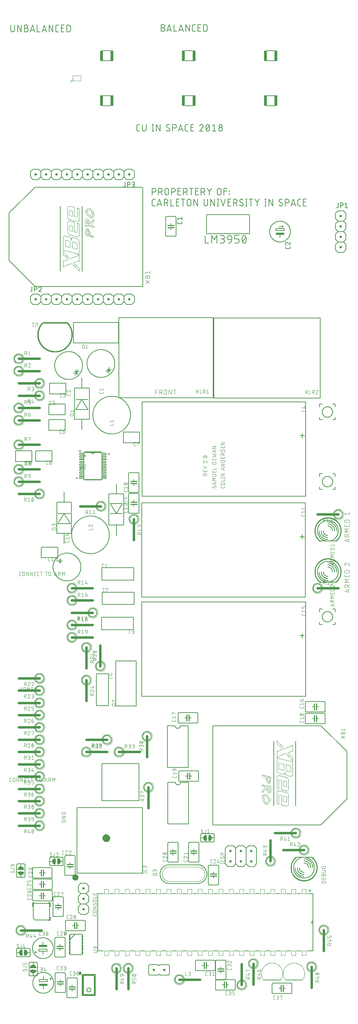
<source format=gbr>
G04 EAGLE Gerber X2 export*
G75*
%MOMM*%
%FSLAX34Y34*%
%LPD*%
%AMOC8*
5,1,8,0,0,1.08239X$1,22.5*%
G01*
%ADD10C,0.076200*%
%ADD11C,0.101600*%
%ADD12C,0.050800*%
%ADD13C,0.127000*%
%ADD14C,0.203200*%
%ADD15C,0.152400*%
%ADD16C,0.025400*%
%ADD17C,0.254000*%
%ADD18C,0.609600*%
%ADD19C,0.000000*%
%ADD20R,0.508000X0.508000*%
%ADD21C,0.406400*%
%ADD22R,2.032000X0.508000*%
%ADD23C,0.812800*%
%ADD24C,0.150000*%
%ADD25R,0.750100X2.599900*%
%ADD26R,0.609600X0.609600*%

G36*
X256542Y1365330D02*
X256542Y1365330D01*
X256544Y1365330D01*
X256587Y1365350D01*
X256631Y1365368D01*
X256631Y1365370D01*
X256633Y1365371D01*
X256666Y1365456D01*
X256666Y1369266D01*
X256665Y1369268D01*
X256666Y1369270D01*
X256646Y1369313D01*
X256628Y1369357D01*
X256626Y1369357D01*
X256625Y1369359D01*
X256540Y1369392D01*
X254000Y1369392D01*
X253998Y1369391D01*
X253996Y1369392D01*
X253953Y1369372D01*
X253909Y1369354D01*
X253909Y1369352D01*
X253907Y1369351D01*
X253874Y1369266D01*
X253874Y1365456D01*
X253875Y1365454D01*
X253874Y1365452D01*
X253894Y1365409D01*
X253912Y1365365D01*
X253914Y1365364D01*
X253915Y1365362D01*
X254000Y1365330D01*
X256540Y1365330D01*
X256542Y1365330D01*
G37*
G36*
X177802Y1306809D02*
X177802Y1306809D01*
X177804Y1306808D01*
X177847Y1306828D01*
X177891Y1306846D01*
X177891Y1306848D01*
X177893Y1306849D01*
X177926Y1306934D01*
X177926Y1310744D01*
X177925Y1310746D01*
X177926Y1310748D01*
X177906Y1310791D01*
X177888Y1310835D01*
X177886Y1310836D01*
X177885Y1310838D01*
X177800Y1310870D01*
X175260Y1310870D01*
X175258Y1310870D01*
X175256Y1310870D01*
X175213Y1310851D01*
X175169Y1310832D01*
X175169Y1310830D01*
X175167Y1310829D01*
X175134Y1310744D01*
X175134Y1306934D01*
X175135Y1306932D01*
X175134Y1306930D01*
X175154Y1306887D01*
X175172Y1306844D01*
X175174Y1306843D01*
X175175Y1306841D01*
X175260Y1306808D01*
X177800Y1306808D01*
X177802Y1306809D01*
G37*
D10*
X494619Y1315381D02*
X485381Y1315381D01*
X485381Y1317947D01*
X485383Y1318046D01*
X485389Y1318146D01*
X485398Y1318245D01*
X485412Y1318343D01*
X485429Y1318441D01*
X485450Y1318539D01*
X485475Y1318635D01*
X485504Y1318730D01*
X485536Y1318825D01*
X485572Y1318917D01*
X485611Y1319009D01*
X485654Y1319099D01*
X485700Y1319187D01*
X485750Y1319273D01*
X485803Y1319357D01*
X485859Y1319439D01*
X485919Y1319519D01*
X485981Y1319596D01*
X486047Y1319671D01*
X486115Y1319744D01*
X486186Y1319813D01*
X486260Y1319880D01*
X486336Y1319944D01*
X486415Y1320005D01*
X486496Y1320063D01*
X486579Y1320118D01*
X486664Y1320169D01*
X486751Y1320217D01*
X486840Y1320262D01*
X486931Y1320303D01*
X487023Y1320341D01*
X487116Y1320375D01*
X487211Y1320405D01*
X487307Y1320432D01*
X487404Y1320455D01*
X487501Y1320474D01*
X487600Y1320489D01*
X487699Y1320501D01*
X487798Y1320509D01*
X487897Y1320513D01*
X487997Y1320513D01*
X488096Y1320509D01*
X488195Y1320501D01*
X488294Y1320489D01*
X488393Y1320474D01*
X488490Y1320455D01*
X488587Y1320432D01*
X488683Y1320405D01*
X488778Y1320375D01*
X488871Y1320341D01*
X488963Y1320303D01*
X489054Y1320262D01*
X489143Y1320217D01*
X489230Y1320169D01*
X489315Y1320118D01*
X489398Y1320063D01*
X489479Y1320005D01*
X489558Y1319944D01*
X489634Y1319880D01*
X489708Y1319813D01*
X489779Y1319744D01*
X489847Y1319671D01*
X489913Y1319596D01*
X489975Y1319519D01*
X490035Y1319439D01*
X490091Y1319357D01*
X490144Y1319273D01*
X490194Y1319187D01*
X490240Y1319099D01*
X490283Y1319009D01*
X490322Y1318917D01*
X490358Y1318825D01*
X490390Y1318730D01*
X490419Y1318635D01*
X490444Y1318539D01*
X490465Y1318441D01*
X490482Y1318343D01*
X490496Y1318245D01*
X490505Y1318146D01*
X490511Y1318046D01*
X490513Y1317947D01*
X490513Y1315381D01*
X490513Y1318460D02*
X494619Y1320513D01*
X494619Y1324642D02*
X494619Y1328748D01*
X494619Y1324642D02*
X485381Y1324642D01*
X485381Y1328748D01*
X489487Y1327721D02*
X489487Y1324642D01*
X485381Y1331611D02*
X494619Y1334690D01*
X485381Y1337770D01*
X485381Y1348747D02*
X485383Y1348843D01*
X485389Y1348938D01*
X485399Y1349033D01*
X485413Y1349127D01*
X485430Y1349221D01*
X485452Y1349314D01*
X485477Y1349406D01*
X485506Y1349497D01*
X485539Y1349587D01*
X485576Y1349675D01*
X485616Y1349762D01*
X485659Y1349846D01*
X485707Y1349929D01*
X485757Y1350010D01*
X485811Y1350089D01*
X485868Y1350166D01*
X485928Y1350240D01*
X485992Y1350312D01*
X486058Y1350380D01*
X486127Y1350447D01*
X486198Y1350510D01*
X486272Y1350570D01*
X486349Y1350627D01*
X486428Y1350681D01*
X486509Y1350731D01*
X486592Y1350779D01*
X486676Y1350822D01*
X486763Y1350862D01*
X486851Y1350899D01*
X486941Y1350932D01*
X487032Y1350961D01*
X487124Y1350986D01*
X487217Y1351008D01*
X487311Y1351025D01*
X487405Y1351039D01*
X487500Y1351049D01*
X487596Y1351055D01*
X487691Y1351057D01*
X485381Y1348747D02*
X485383Y1348641D01*
X485389Y1348534D01*
X485398Y1348428D01*
X485412Y1348322D01*
X485429Y1348217D01*
X485450Y1348112D01*
X485474Y1348009D01*
X485503Y1347906D01*
X485535Y1347804D01*
X485570Y1347704D01*
X485610Y1347605D01*
X485653Y1347507D01*
X485699Y1347411D01*
X485749Y1347317D01*
X485802Y1347224D01*
X485858Y1347134D01*
X485918Y1347045D01*
X485980Y1346959D01*
X486046Y1346875D01*
X486115Y1346794D01*
X486186Y1346715D01*
X486261Y1346638D01*
X486338Y1346565D01*
X486418Y1346494D01*
X486500Y1346426D01*
X486584Y1346361D01*
X486671Y1346299D01*
X486760Y1346241D01*
X486851Y1346185D01*
X486944Y1346133D01*
X487039Y1346084D01*
X487136Y1346039D01*
X487234Y1345997D01*
X487333Y1345959D01*
X487434Y1345924D01*
X489488Y1350287D02*
X489420Y1350355D01*
X489350Y1350420D01*
X489278Y1350483D01*
X489203Y1350543D01*
X489126Y1350600D01*
X489047Y1350653D01*
X488966Y1350704D01*
X488883Y1350752D01*
X488799Y1350796D01*
X488712Y1350837D01*
X488624Y1350875D01*
X488535Y1350909D01*
X488444Y1350940D01*
X488353Y1350967D01*
X488260Y1350991D01*
X488166Y1351011D01*
X488072Y1351028D01*
X487977Y1351040D01*
X487882Y1351050D01*
X487787Y1351055D01*
X487691Y1351057D01*
X489487Y1350287D02*
X494619Y1345924D01*
X494619Y1351057D01*
X494619Y1354534D02*
X494106Y1354534D01*
X494106Y1355047D01*
X494619Y1355047D01*
X494619Y1354534D01*
X490000Y1358524D02*
X489818Y1358526D01*
X489637Y1358533D01*
X489455Y1358544D01*
X489274Y1358559D01*
X489093Y1358578D01*
X488913Y1358602D01*
X488734Y1358630D01*
X488555Y1358662D01*
X488377Y1358699D01*
X488200Y1358740D01*
X488024Y1358785D01*
X487849Y1358834D01*
X487675Y1358888D01*
X487503Y1358945D01*
X487332Y1359007D01*
X487162Y1359073D01*
X486994Y1359142D01*
X486828Y1359216D01*
X486664Y1359294D01*
X486585Y1359323D01*
X486508Y1359355D01*
X486431Y1359391D01*
X486357Y1359430D01*
X486284Y1359473D01*
X486214Y1359519D01*
X486145Y1359567D01*
X486079Y1359619D01*
X486015Y1359674D01*
X485953Y1359731D01*
X485895Y1359791D01*
X485838Y1359854D01*
X485785Y1359919D01*
X485735Y1359986D01*
X485687Y1360056D01*
X485643Y1360127D01*
X485602Y1360201D01*
X485564Y1360276D01*
X485530Y1360353D01*
X485499Y1360431D01*
X485472Y1360510D01*
X485448Y1360591D01*
X485427Y1360673D01*
X485411Y1360755D01*
X485398Y1360838D01*
X485388Y1360922D01*
X485383Y1361006D01*
X485381Y1361090D01*
X485383Y1361174D01*
X485388Y1361258D01*
X485398Y1361342D01*
X485411Y1361425D01*
X485427Y1361507D01*
X485448Y1361589D01*
X485472Y1361670D01*
X485499Y1361749D01*
X485530Y1361827D01*
X485564Y1361904D01*
X485602Y1361979D01*
X485643Y1362053D01*
X485687Y1362124D01*
X485735Y1362194D01*
X485785Y1362261D01*
X485838Y1362326D01*
X485895Y1362389D01*
X485954Y1362449D01*
X486015Y1362506D01*
X486079Y1362561D01*
X486145Y1362613D01*
X486214Y1362661D01*
X486284Y1362707D01*
X486357Y1362750D01*
X486432Y1362789D01*
X486508Y1362825D01*
X486585Y1362857D01*
X486664Y1362886D01*
X486664Y1362887D02*
X486828Y1362965D01*
X486994Y1363039D01*
X487162Y1363108D01*
X487332Y1363174D01*
X487503Y1363236D01*
X487675Y1363293D01*
X487849Y1363347D01*
X488024Y1363396D01*
X488200Y1363441D01*
X488377Y1363482D01*
X488555Y1363519D01*
X488734Y1363551D01*
X488913Y1363579D01*
X489093Y1363603D01*
X489274Y1363622D01*
X489455Y1363637D01*
X489637Y1363648D01*
X489818Y1363655D01*
X490000Y1363657D01*
X490000Y1358524D02*
X490182Y1358526D01*
X490363Y1358533D01*
X490545Y1358544D01*
X490726Y1358559D01*
X490907Y1358578D01*
X491087Y1358602D01*
X491266Y1358630D01*
X491445Y1358662D01*
X491623Y1358699D01*
X491800Y1358740D01*
X491976Y1358785D01*
X492151Y1358834D01*
X492325Y1358888D01*
X492497Y1358945D01*
X492668Y1359007D01*
X492838Y1359073D01*
X493006Y1359142D01*
X493172Y1359216D01*
X493336Y1359294D01*
X493415Y1359323D01*
X493492Y1359355D01*
X493569Y1359391D01*
X493643Y1359430D01*
X493716Y1359473D01*
X493786Y1359519D01*
X493855Y1359567D01*
X493921Y1359619D01*
X493985Y1359674D01*
X494047Y1359731D01*
X494105Y1359791D01*
X494162Y1359854D01*
X494215Y1359919D01*
X494265Y1359986D01*
X494313Y1360056D01*
X494357Y1360127D01*
X494398Y1360201D01*
X494436Y1360276D01*
X494470Y1360353D01*
X494501Y1360431D01*
X494528Y1360510D01*
X494552Y1360591D01*
X494573Y1360673D01*
X494589Y1360755D01*
X494602Y1360838D01*
X494612Y1360922D01*
X494617Y1361006D01*
X494619Y1361090D01*
X493336Y1362887D02*
X493172Y1362965D01*
X493006Y1363039D01*
X492838Y1363108D01*
X492668Y1363174D01*
X492497Y1363236D01*
X492325Y1363293D01*
X492151Y1363347D01*
X491976Y1363396D01*
X491800Y1363441D01*
X491623Y1363482D01*
X491445Y1363519D01*
X491266Y1363551D01*
X491087Y1363579D01*
X490907Y1363603D01*
X490726Y1363622D01*
X490545Y1363637D01*
X490363Y1363648D01*
X490182Y1363655D01*
X490000Y1363657D01*
X493336Y1362886D02*
X493415Y1362857D01*
X493492Y1362825D01*
X493569Y1362789D01*
X493643Y1362750D01*
X493716Y1362707D01*
X493786Y1362661D01*
X493855Y1362613D01*
X493921Y1362561D01*
X493985Y1362506D01*
X494047Y1362449D01*
X494105Y1362389D01*
X494162Y1362326D01*
X494215Y1362261D01*
X494265Y1362194D01*
X494313Y1362124D01*
X494357Y1362053D01*
X494398Y1361979D01*
X494436Y1361904D01*
X494470Y1361827D01*
X494501Y1361749D01*
X494528Y1361670D01*
X494552Y1361589D01*
X494573Y1361507D01*
X494589Y1361425D01*
X494602Y1361342D01*
X494612Y1361258D01*
X494617Y1361174D01*
X494619Y1361090D01*
X492566Y1359037D02*
X487434Y1363143D01*
X537619Y1288487D02*
X537619Y1286434D01*
X537617Y1286344D01*
X537611Y1286255D01*
X537601Y1286166D01*
X537588Y1286078D01*
X537570Y1285990D01*
X537549Y1285903D01*
X537524Y1285817D01*
X537495Y1285732D01*
X537463Y1285648D01*
X537427Y1285566D01*
X537387Y1285486D01*
X537344Y1285408D01*
X537297Y1285331D01*
X537248Y1285256D01*
X537195Y1285184D01*
X537139Y1285114D01*
X537080Y1285047D01*
X537018Y1284982D01*
X536953Y1284920D01*
X536886Y1284861D01*
X536816Y1284805D01*
X536744Y1284752D01*
X536669Y1284703D01*
X536593Y1284656D01*
X536514Y1284613D01*
X536434Y1284573D01*
X536352Y1284537D01*
X536268Y1284505D01*
X536183Y1284476D01*
X536097Y1284451D01*
X536010Y1284430D01*
X535922Y1284412D01*
X535834Y1284399D01*
X535745Y1284389D01*
X535656Y1284383D01*
X535566Y1284381D01*
X530434Y1284381D01*
X530344Y1284383D01*
X530255Y1284389D01*
X530166Y1284399D01*
X530078Y1284412D01*
X529990Y1284430D01*
X529903Y1284451D01*
X529817Y1284476D01*
X529732Y1284505D01*
X529648Y1284537D01*
X529566Y1284573D01*
X529486Y1284613D01*
X529408Y1284656D01*
X529331Y1284703D01*
X529256Y1284752D01*
X529184Y1284805D01*
X529114Y1284861D01*
X529047Y1284920D01*
X528982Y1284982D01*
X528920Y1285047D01*
X528861Y1285114D01*
X528805Y1285184D01*
X528752Y1285256D01*
X528703Y1285331D01*
X528656Y1285407D01*
X528613Y1285486D01*
X528573Y1285566D01*
X528537Y1285648D01*
X528505Y1285732D01*
X528476Y1285817D01*
X528451Y1285903D01*
X528430Y1285990D01*
X528412Y1286077D01*
X528399Y1286166D01*
X528389Y1286255D01*
X528383Y1286344D01*
X528381Y1286434D01*
X528381Y1288487D01*
X530947Y1291906D02*
X535053Y1291906D01*
X530947Y1291907D02*
X530848Y1291909D01*
X530748Y1291915D01*
X530649Y1291924D01*
X530551Y1291938D01*
X530453Y1291955D01*
X530355Y1291976D01*
X530259Y1292001D01*
X530164Y1292030D01*
X530069Y1292062D01*
X529977Y1292098D01*
X529885Y1292137D01*
X529795Y1292180D01*
X529707Y1292226D01*
X529621Y1292276D01*
X529537Y1292329D01*
X529455Y1292385D01*
X529375Y1292445D01*
X529298Y1292507D01*
X529223Y1292573D01*
X529150Y1292641D01*
X529081Y1292712D01*
X529014Y1292786D01*
X528950Y1292862D01*
X528889Y1292941D01*
X528831Y1293022D01*
X528776Y1293105D01*
X528725Y1293190D01*
X528677Y1293277D01*
X528632Y1293366D01*
X528591Y1293457D01*
X528553Y1293549D01*
X528519Y1293642D01*
X528489Y1293737D01*
X528462Y1293833D01*
X528439Y1293930D01*
X528420Y1294027D01*
X528405Y1294126D01*
X528393Y1294225D01*
X528385Y1294324D01*
X528381Y1294423D01*
X528381Y1294523D01*
X528385Y1294622D01*
X528393Y1294721D01*
X528405Y1294820D01*
X528420Y1294919D01*
X528439Y1295016D01*
X528462Y1295113D01*
X528489Y1295209D01*
X528519Y1295304D01*
X528553Y1295397D01*
X528591Y1295489D01*
X528632Y1295580D01*
X528677Y1295669D01*
X528725Y1295756D01*
X528776Y1295841D01*
X528831Y1295924D01*
X528889Y1296005D01*
X528950Y1296084D01*
X529014Y1296160D01*
X529081Y1296234D01*
X529150Y1296305D01*
X529223Y1296373D01*
X529298Y1296439D01*
X529375Y1296501D01*
X529455Y1296561D01*
X529537Y1296617D01*
X529621Y1296670D01*
X529707Y1296720D01*
X529795Y1296766D01*
X529885Y1296809D01*
X529977Y1296848D01*
X530069Y1296884D01*
X530164Y1296916D01*
X530259Y1296945D01*
X530355Y1296970D01*
X530453Y1296991D01*
X530551Y1297008D01*
X530649Y1297022D01*
X530748Y1297031D01*
X530848Y1297037D01*
X530947Y1297039D01*
X535053Y1297039D01*
X535152Y1297037D01*
X535252Y1297031D01*
X535351Y1297022D01*
X535449Y1297008D01*
X535547Y1296991D01*
X535645Y1296970D01*
X535741Y1296945D01*
X535836Y1296916D01*
X535931Y1296884D01*
X536023Y1296848D01*
X536115Y1296809D01*
X536205Y1296766D01*
X536293Y1296720D01*
X536379Y1296670D01*
X536463Y1296617D01*
X536545Y1296561D01*
X536625Y1296501D01*
X536702Y1296439D01*
X536777Y1296373D01*
X536850Y1296305D01*
X536919Y1296234D01*
X536986Y1296160D01*
X537050Y1296084D01*
X537111Y1296005D01*
X537169Y1295924D01*
X537224Y1295841D01*
X537275Y1295756D01*
X537323Y1295669D01*
X537368Y1295580D01*
X537409Y1295489D01*
X537447Y1295397D01*
X537481Y1295304D01*
X537511Y1295209D01*
X537538Y1295113D01*
X537561Y1295016D01*
X537580Y1294919D01*
X537595Y1294820D01*
X537607Y1294721D01*
X537615Y1294622D01*
X537619Y1294523D01*
X537619Y1294423D01*
X537615Y1294324D01*
X537607Y1294225D01*
X537595Y1294126D01*
X537580Y1294027D01*
X537561Y1293930D01*
X537538Y1293833D01*
X537511Y1293737D01*
X537481Y1293642D01*
X537447Y1293549D01*
X537409Y1293457D01*
X537368Y1293366D01*
X537323Y1293277D01*
X537275Y1293190D01*
X537224Y1293105D01*
X537169Y1293022D01*
X537111Y1292941D01*
X537050Y1292862D01*
X536986Y1292786D01*
X536919Y1292712D01*
X536850Y1292641D01*
X536777Y1292573D01*
X536702Y1292507D01*
X536625Y1292445D01*
X536545Y1292385D01*
X536463Y1292329D01*
X536379Y1292276D01*
X536293Y1292226D01*
X536205Y1292180D01*
X536115Y1292137D01*
X536023Y1292098D01*
X535931Y1292062D01*
X535836Y1292030D01*
X535741Y1292001D01*
X535645Y1291976D01*
X535547Y1291955D01*
X535449Y1291938D01*
X535351Y1291924D01*
X535252Y1291915D01*
X535152Y1291909D01*
X535053Y1291907D01*
X537619Y1301224D02*
X528381Y1301224D01*
X537619Y1301224D02*
X537619Y1305330D01*
X537619Y1309473D02*
X528381Y1309473D01*
X537619Y1308446D02*
X537619Y1310499D01*
X528381Y1310499D02*
X528381Y1308446D01*
X528381Y1314406D02*
X537619Y1314406D01*
X537619Y1319539D02*
X528381Y1314406D01*
X528381Y1319539D02*
X537619Y1319539D01*
X537619Y1327993D02*
X528381Y1331072D01*
X537619Y1334152D01*
X535310Y1333382D02*
X535310Y1328763D01*
X537619Y1337806D02*
X528381Y1337806D01*
X537619Y1342939D01*
X528381Y1342939D01*
X528381Y1347406D02*
X537619Y1347406D01*
X528381Y1347406D02*
X528381Y1349972D01*
X528383Y1350070D01*
X528389Y1350168D01*
X528398Y1350266D01*
X528411Y1350364D01*
X528428Y1350461D01*
X528448Y1350557D01*
X528473Y1350652D01*
X528501Y1350746D01*
X528532Y1350839D01*
X528567Y1350931D01*
X528606Y1351022D01*
X528647Y1351111D01*
X528693Y1351198D01*
X528741Y1351283D01*
X528793Y1351367D01*
X528848Y1351448D01*
X528906Y1351528D01*
X528967Y1351605D01*
X529031Y1351679D01*
X529098Y1351751D01*
X529168Y1351821D01*
X529240Y1351888D01*
X529314Y1351952D01*
X529391Y1352013D01*
X529471Y1352071D01*
X529552Y1352126D01*
X529636Y1352178D01*
X529721Y1352226D01*
X529808Y1352272D01*
X529897Y1352313D01*
X529988Y1352352D01*
X530080Y1352387D01*
X530173Y1352418D01*
X530267Y1352446D01*
X530362Y1352471D01*
X530458Y1352491D01*
X530555Y1352508D01*
X530653Y1352521D01*
X530751Y1352530D01*
X530849Y1352536D01*
X530947Y1352538D01*
X530947Y1352539D02*
X535053Y1352539D01*
X535053Y1352538D02*
X535151Y1352536D01*
X535249Y1352530D01*
X535347Y1352521D01*
X535445Y1352508D01*
X535542Y1352491D01*
X535638Y1352471D01*
X535733Y1352446D01*
X535827Y1352418D01*
X535920Y1352387D01*
X536012Y1352352D01*
X536103Y1352313D01*
X536192Y1352272D01*
X536279Y1352226D01*
X536364Y1352178D01*
X536448Y1352126D01*
X536529Y1352071D01*
X536609Y1352013D01*
X536686Y1351952D01*
X536760Y1351888D01*
X536832Y1351821D01*
X536902Y1351751D01*
X536969Y1351679D01*
X537033Y1351605D01*
X537094Y1351528D01*
X537152Y1351448D01*
X537207Y1351367D01*
X537259Y1351283D01*
X537307Y1351198D01*
X537353Y1351111D01*
X537394Y1351022D01*
X537433Y1350931D01*
X537468Y1350839D01*
X537499Y1350746D01*
X537527Y1350652D01*
X537552Y1350557D01*
X537572Y1350461D01*
X537589Y1350364D01*
X537602Y1350266D01*
X537611Y1350168D01*
X537617Y1350070D01*
X537619Y1349972D01*
X537619Y1347406D01*
X537619Y1357024D02*
X537619Y1361129D01*
X537619Y1357024D02*
X528381Y1357024D01*
X528381Y1361129D01*
X532487Y1360103D02*
X532487Y1357024D01*
X528381Y1364863D02*
X537619Y1364863D01*
X528381Y1364863D02*
X528381Y1367429D01*
X528383Y1367528D01*
X528389Y1367628D01*
X528398Y1367727D01*
X528412Y1367825D01*
X528429Y1367923D01*
X528450Y1368021D01*
X528475Y1368117D01*
X528504Y1368212D01*
X528536Y1368307D01*
X528572Y1368399D01*
X528611Y1368491D01*
X528654Y1368581D01*
X528700Y1368669D01*
X528750Y1368755D01*
X528803Y1368839D01*
X528859Y1368921D01*
X528919Y1369001D01*
X528981Y1369078D01*
X529047Y1369153D01*
X529115Y1369226D01*
X529186Y1369295D01*
X529260Y1369362D01*
X529336Y1369426D01*
X529415Y1369487D01*
X529496Y1369545D01*
X529579Y1369600D01*
X529664Y1369651D01*
X529751Y1369699D01*
X529840Y1369744D01*
X529931Y1369785D01*
X530023Y1369823D01*
X530116Y1369857D01*
X530211Y1369887D01*
X530307Y1369914D01*
X530404Y1369937D01*
X530501Y1369956D01*
X530600Y1369971D01*
X530699Y1369983D01*
X530798Y1369991D01*
X530897Y1369995D01*
X530997Y1369995D01*
X531096Y1369991D01*
X531195Y1369983D01*
X531294Y1369971D01*
X531393Y1369956D01*
X531490Y1369937D01*
X531587Y1369914D01*
X531683Y1369887D01*
X531778Y1369857D01*
X531871Y1369823D01*
X531963Y1369785D01*
X532054Y1369744D01*
X532143Y1369699D01*
X532230Y1369651D01*
X532315Y1369600D01*
X532398Y1369545D01*
X532479Y1369487D01*
X532558Y1369426D01*
X532634Y1369362D01*
X532708Y1369295D01*
X532779Y1369226D01*
X532847Y1369153D01*
X532913Y1369078D01*
X532975Y1369001D01*
X533035Y1368921D01*
X533091Y1368839D01*
X533144Y1368755D01*
X533194Y1368669D01*
X533240Y1368581D01*
X533283Y1368491D01*
X533322Y1368399D01*
X533358Y1368307D01*
X533390Y1368212D01*
X533419Y1368117D01*
X533444Y1368021D01*
X533465Y1367923D01*
X533482Y1367825D01*
X533496Y1367727D01*
X533505Y1367628D01*
X533511Y1367528D01*
X533513Y1367429D01*
X533513Y1364863D01*
X533513Y1367942D02*
X537619Y1369995D01*
X537619Y1376586D02*
X537617Y1376676D01*
X537611Y1376765D01*
X537601Y1376854D01*
X537588Y1376942D01*
X537570Y1377030D01*
X537549Y1377117D01*
X537524Y1377203D01*
X537495Y1377288D01*
X537463Y1377372D01*
X537427Y1377454D01*
X537387Y1377534D01*
X537344Y1377613D01*
X537297Y1377689D01*
X537248Y1377764D01*
X537195Y1377836D01*
X537139Y1377906D01*
X537080Y1377973D01*
X537018Y1378038D01*
X536953Y1378100D01*
X536886Y1378159D01*
X536816Y1378215D01*
X536744Y1378268D01*
X536669Y1378317D01*
X536593Y1378364D01*
X536514Y1378407D01*
X536434Y1378447D01*
X536352Y1378483D01*
X536268Y1378515D01*
X536183Y1378544D01*
X536097Y1378569D01*
X536010Y1378590D01*
X535922Y1378608D01*
X535834Y1378621D01*
X535745Y1378631D01*
X535656Y1378637D01*
X535566Y1378639D01*
X537619Y1376586D02*
X537617Y1376459D01*
X537612Y1376332D01*
X537602Y1376206D01*
X537589Y1376080D01*
X537573Y1375954D01*
X537552Y1375829D01*
X537528Y1375704D01*
X537501Y1375581D01*
X537470Y1375458D01*
X537435Y1375336D01*
X537397Y1375215D01*
X537355Y1375095D01*
X537309Y1374977D01*
X537261Y1374860D01*
X537208Y1374744D01*
X537153Y1374630D01*
X537094Y1374518D01*
X537032Y1374407D01*
X536967Y1374298D01*
X536898Y1374192D01*
X536827Y1374087D01*
X536752Y1373984D01*
X536674Y1373884D01*
X536594Y1373786D01*
X536511Y1373690D01*
X536425Y1373597D01*
X536336Y1373507D01*
X530434Y1373763D02*
X530344Y1373765D01*
X530255Y1373771D01*
X530166Y1373781D01*
X530078Y1373794D01*
X529990Y1373812D01*
X529903Y1373833D01*
X529817Y1373858D01*
X529732Y1373887D01*
X529648Y1373919D01*
X529566Y1373955D01*
X529486Y1373995D01*
X529408Y1374038D01*
X529331Y1374085D01*
X529256Y1374134D01*
X529184Y1374187D01*
X529114Y1374243D01*
X529047Y1374302D01*
X528982Y1374364D01*
X528920Y1374429D01*
X528861Y1374496D01*
X528805Y1374566D01*
X528752Y1374638D01*
X528703Y1374713D01*
X528656Y1374790D01*
X528613Y1374868D01*
X528573Y1374948D01*
X528537Y1375030D01*
X528505Y1375114D01*
X528476Y1375199D01*
X528451Y1375285D01*
X528430Y1375372D01*
X528412Y1375460D01*
X528399Y1375548D01*
X528389Y1375637D01*
X528383Y1375726D01*
X528381Y1375816D01*
X528383Y1375940D01*
X528389Y1376064D01*
X528399Y1376187D01*
X528413Y1376310D01*
X528431Y1376433D01*
X528453Y1376554D01*
X528478Y1376676D01*
X528508Y1376796D01*
X528541Y1376915D01*
X528579Y1377033D01*
X528620Y1377150D01*
X528664Y1377265D01*
X528713Y1377379D01*
X528765Y1377492D01*
X528821Y1377602D01*
X528880Y1377711D01*
X528943Y1377818D01*
X529009Y1377923D01*
X529078Y1378025D01*
X529151Y1378125D01*
X532230Y1374789D02*
X532183Y1374713D01*
X532132Y1374638D01*
X532078Y1374566D01*
X532021Y1374496D01*
X531961Y1374429D01*
X531898Y1374364D01*
X531833Y1374302D01*
X531765Y1374243D01*
X531694Y1374187D01*
X531621Y1374134D01*
X531546Y1374084D01*
X531468Y1374038D01*
X531389Y1373995D01*
X531308Y1373955D01*
X531225Y1373919D01*
X531141Y1373887D01*
X531056Y1373858D01*
X530969Y1373833D01*
X530882Y1373812D01*
X530793Y1373794D01*
X530704Y1373781D01*
X530614Y1373771D01*
X530524Y1373765D01*
X530434Y1373763D01*
X533770Y1377612D02*
X533817Y1377688D01*
X533868Y1377763D01*
X533922Y1377835D01*
X533979Y1377905D01*
X534039Y1377972D01*
X534102Y1378037D01*
X534167Y1378099D01*
X534235Y1378158D01*
X534306Y1378214D01*
X534379Y1378267D01*
X534454Y1378317D01*
X534532Y1378363D01*
X534611Y1378406D01*
X534692Y1378446D01*
X534775Y1378482D01*
X534859Y1378514D01*
X534944Y1378543D01*
X535031Y1378568D01*
X535119Y1378589D01*
X535207Y1378607D01*
X535296Y1378620D01*
X535386Y1378630D01*
X535476Y1378636D01*
X535566Y1378638D01*
X533770Y1377612D02*
X532230Y1374789D01*
X537619Y1382524D02*
X537619Y1386629D01*
X537619Y1382524D02*
X528381Y1382524D01*
X528381Y1386629D01*
X532487Y1385603D02*
X532487Y1382524D01*
X528381Y1390306D02*
X537619Y1390306D01*
X537619Y1395438D02*
X528381Y1390306D01*
X528381Y1395438D02*
X537619Y1395438D01*
X514566Y1289513D02*
X514656Y1289511D01*
X514745Y1289505D01*
X514834Y1289495D01*
X514922Y1289482D01*
X515010Y1289464D01*
X515097Y1289443D01*
X515183Y1289418D01*
X515268Y1289389D01*
X515352Y1289357D01*
X515434Y1289321D01*
X515514Y1289281D01*
X515593Y1289238D01*
X515669Y1289191D01*
X515744Y1289142D01*
X515816Y1289089D01*
X515886Y1289033D01*
X515953Y1288974D01*
X516018Y1288912D01*
X516080Y1288847D01*
X516139Y1288780D01*
X516195Y1288710D01*
X516248Y1288638D01*
X516297Y1288563D01*
X516344Y1288487D01*
X516387Y1288408D01*
X516427Y1288328D01*
X516463Y1288246D01*
X516495Y1288162D01*
X516524Y1288077D01*
X516549Y1287991D01*
X516570Y1287904D01*
X516588Y1287816D01*
X516601Y1287728D01*
X516611Y1287639D01*
X516617Y1287550D01*
X516619Y1287460D01*
X516617Y1287333D01*
X516612Y1287206D01*
X516602Y1287080D01*
X516589Y1286954D01*
X516573Y1286828D01*
X516552Y1286703D01*
X516528Y1286578D01*
X516501Y1286455D01*
X516470Y1286332D01*
X516435Y1286210D01*
X516397Y1286089D01*
X516355Y1285969D01*
X516309Y1285851D01*
X516261Y1285734D01*
X516208Y1285618D01*
X516153Y1285504D01*
X516094Y1285392D01*
X516032Y1285281D01*
X515967Y1285172D01*
X515898Y1285066D01*
X515827Y1284961D01*
X515752Y1284858D01*
X515674Y1284758D01*
X515594Y1284660D01*
X515511Y1284564D01*
X515425Y1284471D01*
X515336Y1284381D01*
X509434Y1284638D02*
X509344Y1284640D01*
X509255Y1284646D01*
X509166Y1284656D01*
X509078Y1284669D01*
X508990Y1284687D01*
X508903Y1284708D01*
X508817Y1284733D01*
X508732Y1284762D01*
X508648Y1284794D01*
X508566Y1284830D01*
X508486Y1284870D01*
X508408Y1284913D01*
X508331Y1284960D01*
X508256Y1285009D01*
X508184Y1285062D01*
X508114Y1285118D01*
X508047Y1285177D01*
X507982Y1285239D01*
X507920Y1285304D01*
X507861Y1285371D01*
X507805Y1285441D01*
X507752Y1285513D01*
X507703Y1285588D01*
X507656Y1285665D01*
X507613Y1285743D01*
X507573Y1285823D01*
X507537Y1285905D01*
X507505Y1285989D01*
X507476Y1286074D01*
X507451Y1286160D01*
X507430Y1286247D01*
X507412Y1286335D01*
X507399Y1286423D01*
X507389Y1286512D01*
X507383Y1286601D01*
X507381Y1286691D01*
X507383Y1286815D01*
X507389Y1286939D01*
X507399Y1287062D01*
X507413Y1287185D01*
X507431Y1287308D01*
X507453Y1287429D01*
X507478Y1287551D01*
X507508Y1287671D01*
X507541Y1287790D01*
X507579Y1287908D01*
X507620Y1288025D01*
X507664Y1288140D01*
X507713Y1288254D01*
X507765Y1288367D01*
X507821Y1288477D01*
X507880Y1288586D01*
X507943Y1288693D01*
X508009Y1288798D01*
X508078Y1288900D01*
X508151Y1289000D01*
X511230Y1285664D02*
X511183Y1285588D01*
X511132Y1285513D01*
X511078Y1285441D01*
X511021Y1285371D01*
X510961Y1285304D01*
X510898Y1285239D01*
X510833Y1285177D01*
X510765Y1285118D01*
X510694Y1285062D01*
X510621Y1285009D01*
X510546Y1284959D01*
X510468Y1284913D01*
X510389Y1284870D01*
X510308Y1284830D01*
X510225Y1284794D01*
X510141Y1284762D01*
X510056Y1284733D01*
X509969Y1284708D01*
X509882Y1284687D01*
X509793Y1284669D01*
X509704Y1284656D01*
X509614Y1284646D01*
X509524Y1284640D01*
X509434Y1284638D01*
X512770Y1288487D02*
X512817Y1288563D01*
X512868Y1288638D01*
X512922Y1288710D01*
X512979Y1288780D01*
X513039Y1288847D01*
X513102Y1288912D01*
X513167Y1288974D01*
X513235Y1289033D01*
X513306Y1289089D01*
X513379Y1289142D01*
X513454Y1289192D01*
X513532Y1289238D01*
X513611Y1289281D01*
X513692Y1289321D01*
X513775Y1289357D01*
X513859Y1289389D01*
X513944Y1289418D01*
X514031Y1289443D01*
X514119Y1289464D01*
X514207Y1289482D01*
X514296Y1289495D01*
X514386Y1289505D01*
X514476Y1289511D01*
X514566Y1289513D01*
X512770Y1288487D02*
X511230Y1285664D01*
X516619Y1292568D02*
X507381Y1295647D01*
X516619Y1298726D01*
X514310Y1297957D02*
X514310Y1293338D01*
X516619Y1302468D02*
X507381Y1302468D01*
X512513Y1305547D01*
X507381Y1308626D01*
X516619Y1308626D01*
X514053Y1313181D02*
X507381Y1313181D01*
X514053Y1313181D02*
X514152Y1313183D01*
X514252Y1313189D01*
X514351Y1313198D01*
X514449Y1313212D01*
X514547Y1313229D01*
X514645Y1313250D01*
X514741Y1313275D01*
X514836Y1313304D01*
X514931Y1313336D01*
X515023Y1313372D01*
X515115Y1313411D01*
X515205Y1313454D01*
X515293Y1313500D01*
X515379Y1313550D01*
X515463Y1313603D01*
X515545Y1313659D01*
X515625Y1313719D01*
X515702Y1313781D01*
X515777Y1313847D01*
X515850Y1313915D01*
X515919Y1313986D01*
X515986Y1314060D01*
X516050Y1314136D01*
X516111Y1314215D01*
X516169Y1314296D01*
X516224Y1314379D01*
X516275Y1314464D01*
X516323Y1314551D01*
X516368Y1314640D01*
X516409Y1314731D01*
X516447Y1314823D01*
X516481Y1314916D01*
X516511Y1315011D01*
X516538Y1315107D01*
X516561Y1315204D01*
X516580Y1315301D01*
X516595Y1315400D01*
X516607Y1315499D01*
X516615Y1315598D01*
X516619Y1315697D01*
X516619Y1315797D01*
X516615Y1315896D01*
X516607Y1315995D01*
X516595Y1316094D01*
X516580Y1316193D01*
X516561Y1316290D01*
X516538Y1316387D01*
X516511Y1316483D01*
X516481Y1316578D01*
X516447Y1316671D01*
X516409Y1316763D01*
X516368Y1316854D01*
X516323Y1316943D01*
X516275Y1317030D01*
X516224Y1317115D01*
X516169Y1317198D01*
X516111Y1317279D01*
X516050Y1317358D01*
X515986Y1317434D01*
X515919Y1317508D01*
X515850Y1317579D01*
X515777Y1317647D01*
X515702Y1317713D01*
X515625Y1317775D01*
X515545Y1317835D01*
X515463Y1317891D01*
X515379Y1317944D01*
X515293Y1317994D01*
X515205Y1318040D01*
X515115Y1318083D01*
X515023Y1318122D01*
X514931Y1318158D01*
X514836Y1318190D01*
X514741Y1318219D01*
X514645Y1318244D01*
X514547Y1318265D01*
X514449Y1318282D01*
X514351Y1318296D01*
X514252Y1318305D01*
X514152Y1318311D01*
X514053Y1318313D01*
X507381Y1318313D01*
X516619Y1322798D02*
X516619Y1326904D01*
X516619Y1322798D02*
X507381Y1322798D01*
X507381Y1326904D01*
X511487Y1325878D02*
X511487Y1322798D01*
X507381Y1330598D02*
X516619Y1330598D01*
X516619Y1334704D01*
X516619Y1343181D02*
X507381Y1343181D01*
X507381Y1345747D01*
X507383Y1345845D01*
X507389Y1345943D01*
X507398Y1346041D01*
X507411Y1346139D01*
X507428Y1346236D01*
X507448Y1346332D01*
X507473Y1346427D01*
X507501Y1346521D01*
X507532Y1346614D01*
X507567Y1346706D01*
X507606Y1346797D01*
X507647Y1346886D01*
X507693Y1346973D01*
X507741Y1347058D01*
X507793Y1347142D01*
X507848Y1347223D01*
X507906Y1347303D01*
X507967Y1347380D01*
X508031Y1347454D01*
X508098Y1347526D01*
X508168Y1347596D01*
X508240Y1347663D01*
X508314Y1347727D01*
X508391Y1347788D01*
X508471Y1347846D01*
X508552Y1347901D01*
X508636Y1347953D01*
X508721Y1348001D01*
X508808Y1348047D01*
X508897Y1348088D01*
X508988Y1348127D01*
X509080Y1348162D01*
X509173Y1348193D01*
X509267Y1348221D01*
X509362Y1348246D01*
X509458Y1348266D01*
X509555Y1348283D01*
X509653Y1348296D01*
X509751Y1348305D01*
X509849Y1348311D01*
X509947Y1348313D01*
X514053Y1348313D01*
X514151Y1348311D01*
X514249Y1348305D01*
X514347Y1348296D01*
X514445Y1348283D01*
X514542Y1348266D01*
X514638Y1348246D01*
X514733Y1348221D01*
X514827Y1348193D01*
X514920Y1348162D01*
X515012Y1348127D01*
X515103Y1348088D01*
X515192Y1348047D01*
X515279Y1348001D01*
X515364Y1347953D01*
X515448Y1347901D01*
X515529Y1347846D01*
X515609Y1347788D01*
X515686Y1347727D01*
X515760Y1347663D01*
X515832Y1347596D01*
X515902Y1347526D01*
X515969Y1347454D01*
X516033Y1347380D01*
X516094Y1347303D01*
X516152Y1347223D01*
X516207Y1347142D01*
X516259Y1347058D01*
X516307Y1346973D01*
X516353Y1346886D01*
X516394Y1346797D01*
X516433Y1346706D01*
X516468Y1346614D01*
X516499Y1346521D01*
X516527Y1346427D01*
X516552Y1346332D01*
X516572Y1346236D01*
X516589Y1346139D01*
X516602Y1346041D01*
X516611Y1345943D01*
X516617Y1345845D01*
X516619Y1345747D01*
X516619Y1343181D01*
X516619Y1352798D02*
X516619Y1356904D01*
X516619Y1352798D02*
X507381Y1352798D01*
X507381Y1356904D01*
X511487Y1355877D02*
X511487Y1352798D01*
X507381Y1359941D02*
X516619Y1361994D01*
X510460Y1364047D01*
X516619Y1366100D01*
X507381Y1368153D01*
X507381Y1374247D02*
X516619Y1371168D01*
X516619Y1377326D02*
X507381Y1374247D01*
X514310Y1376556D02*
X514310Y1371937D01*
X516619Y1380981D02*
X507381Y1380981D01*
X516619Y1386113D01*
X507381Y1386113D01*
X39460Y797619D02*
X36381Y788381D01*
X42540Y788381D02*
X39460Y797619D01*
X41770Y790691D02*
X37151Y790691D01*
X46251Y788381D02*
X46251Y797619D01*
X48817Y797619D01*
X48916Y797617D01*
X49016Y797611D01*
X49115Y797602D01*
X49213Y797588D01*
X49311Y797571D01*
X49409Y797550D01*
X49505Y797525D01*
X49600Y797496D01*
X49695Y797464D01*
X49787Y797428D01*
X49879Y797389D01*
X49969Y797346D01*
X50057Y797300D01*
X50143Y797250D01*
X50227Y797197D01*
X50309Y797141D01*
X50389Y797081D01*
X50466Y797019D01*
X50541Y796953D01*
X50614Y796885D01*
X50683Y796814D01*
X50750Y796740D01*
X50814Y796664D01*
X50875Y796585D01*
X50933Y796504D01*
X50988Y796421D01*
X51039Y796336D01*
X51087Y796249D01*
X51132Y796160D01*
X51173Y796069D01*
X51211Y795977D01*
X51245Y795884D01*
X51275Y795789D01*
X51302Y795693D01*
X51325Y795596D01*
X51344Y795499D01*
X51359Y795400D01*
X51371Y795301D01*
X51379Y795202D01*
X51383Y795103D01*
X51383Y795003D01*
X51379Y794904D01*
X51371Y794805D01*
X51359Y794706D01*
X51344Y794607D01*
X51325Y794510D01*
X51302Y794413D01*
X51275Y794317D01*
X51245Y794222D01*
X51211Y794129D01*
X51173Y794037D01*
X51132Y793946D01*
X51087Y793857D01*
X51039Y793770D01*
X50988Y793685D01*
X50933Y793602D01*
X50875Y793521D01*
X50814Y793442D01*
X50750Y793366D01*
X50683Y793292D01*
X50614Y793221D01*
X50541Y793153D01*
X50466Y793087D01*
X50389Y793025D01*
X50309Y792965D01*
X50227Y792909D01*
X50143Y792856D01*
X50057Y792806D01*
X49969Y792760D01*
X49879Y792717D01*
X49787Y792678D01*
X49695Y792642D01*
X49600Y792610D01*
X49505Y792581D01*
X49409Y792556D01*
X49311Y792535D01*
X49213Y792518D01*
X49115Y792504D01*
X49016Y792495D01*
X48916Y792489D01*
X48817Y792487D01*
X46251Y792487D01*
X49330Y792487D02*
X51383Y788381D01*
X55581Y788381D02*
X55581Y797619D01*
X58660Y792487D01*
X61740Y797619D01*
X61740Y788381D01*
X66312Y788381D02*
X70417Y788381D01*
X66312Y788381D02*
X66312Y797619D01*
X70417Y797619D01*
X69391Y793513D02*
X66312Y793513D01*
X74094Y797619D02*
X74094Y788381D01*
X74094Y797619D02*
X76660Y797619D01*
X76758Y797617D01*
X76856Y797611D01*
X76954Y797602D01*
X77052Y797589D01*
X77149Y797572D01*
X77245Y797552D01*
X77340Y797527D01*
X77434Y797499D01*
X77527Y797468D01*
X77619Y797433D01*
X77710Y797394D01*
X77799Y797353D01*
X77886Y797307D01*
X77971Y797259D01*
X78055Y797207D01*
X78136Y797152D01*
X78216Y797094D01*
X78293Y797033D01*
X78367Y796969D01*
X78439Y796902D01*
X78509Y796832D01*
X78576Y796760D01*
X78640Y796686D01*
X78701Y796609D01*
X78759Y796529D01*
X78814Y796448D01*
X78866Y796364D01*
X78914Y796279D01*
X78960Y796192D01*
X79001Y796103D01*
X79040Y796012D01*
X79075Y795920D01*
X79106Y795827D01*
X79134Y795733D01*
X79159Y795638D01*
X79179Y795542D01*
X79196Y795445D01*
X79209Y795347D01*
X79218Y795249D01*
X79224Y795151D01*
X79226Y795053D01*
X79226Y790947D01*
X79224Y790849D01*
X79218Y790751D01*
X79209Y790653D01*
X79196Y790555D01*
X79179Y790458D01*
X79159Y790362D01*
X79134Y790267D01*
X79106Y790173D01*
X79075Y790080D01*
X79040Y789988D01*
X79001Y789897D01*
X78960Y789808D01*
X78914Y789721D01*
X78866Y789636D01*
X78814Y789552D01*
X78759Y789471D01*
X78701Y789391D01*
X78640Y789314D01*
X78576Y789240D01*
X78509Y789168D01*
X78439Y789098D01*
X78367Y789031D01*
X78293Y788967D01*
X78216Y788906D01*
X78136Y788848D01*
X78055Y788793D01*
X77971Y788741D01*
X77886Y788693D01*
X77799Y788647D01*
X77710Y788606D01*
X77619Y788567D01*
X77527Y788532D01*
X77434Y788501D01*
X77340Y788473D01*
X77245Y788448D01*
X77149Y788428D01*
X77052Y788411D01*
X76954Y788398D01*
X76856Y788389D01*
X76758Y788383D01*
X76660Y788381D01*
X74094Y788381D01*
X143487Y473513D02*
X143487Y471974D01*
X143487Y473513D02*
X148619Y473513D01*
X148619Y470434D01*
X148617Y470344D01*
X148611Y470255D01*
X148601Y470166D01*
X148588Y470078D01*
X148570Y469990D01*
X148549Y469903D01*
X148524Y469817D01*
X148495Y469732D01*
X148463Y469648D01*
X148427Y469566D01*
X148387Y469486D01*
X148344Y469408D01*
X148297Y469331D01*
X148248Y469256D01*
X148195Y469184D01*
X148139Y469114D01*
X148080Y469047D01*
X148018Y468982D01*
X147953Y468920D01*
X147886Y468861D01*
X147816Y468805D01*
X147744Y468752D01*
X147669Y468703D01*
X147593Y468656D01*
X147514Y468613D01*
X147434Y468573D01*
X147352Y468537D01*
X147268Y468505D01*
X147183Y468476D01*
X147097Y468451D01*
X147010Y468430D01*
X146922Y468412D01*
X146834Y468399D01*
X146745Y468389D01*
X146656Y468383D01*
X146566Y468381D01*
X141434Y468381D01*
X141344Y468383D01*
X141255Y468389D01*
X141166Y468399D01*
X141078Y468412D01*
X140990Y468430D01*
X140903Y468451D01*
X140817Y468476D01*
X140732Y468505D01*
X140648Y468537D01*
X140566Y468573D01*
X140486Y468613D01*
X140408Y468656D01*
X140331Y468703D01*
X140256Y468752D01*
X140184Y468805D01*
X140114Y468861D01*
X140047Y468920D01*
X139982Y468982D01*
X139920Y469047D01*
X139861Y469114D01*
X139805Y469184D01*
X139752Y469256D01*
X139703Y469331D01*
X139656Y469407D01*
X139613Y469486D01*
X139573Y469566D01*
X139537Y469648D01*
X139505Y469732D01*
X139476Y469817D01*
X139451Y469903D01*
X139430Y469990D01*
X139412Y470077D01*
X139399Y470166D01*
X139389Y470255D01*
X139383Y470344D01*
X139381Y470434D01*
X139381Y473513D01*
X139381Y477981D02*
X148619Y477981D01*
X148619Y483113D02*
X139381Y477981D01*
X139381Y483113D02*
X148619Y483113D01*
X148619Y487581D02*
X139381Y487581D01*
X139381Y490147D01*
X139383Y490245D01*
X139389Y490343D01*
X139398Y490441D01*
X139411Y490539D01*
X139428Y490636D01*
X139448Y490732D01*
X139473Y490827D01*
X139501Y490921D01*
X139532Y491014D01*
X139567Y491106D01*
X139606Y491197D01*
X139647Y491286D01*
X139693Y491373D01*
X139741Y491458D01*
X139793Y491542D01*
X139848Y491623D01*
X139906Y491703D01*
X139967Y491780D01*
X140031Y491854D01*
X140098Y491926D01*
X140168Y491996D01*
X140240Y492063D01*
X140314Y492127D01*
X140391Y492188D01*
X140471Y492246D01*
X140552Y492301D01*
X140636Y492353D01*
X140721Y492401D01*
X140808Y492447D01*
X140897Y492488D01*
X140988Y492527D01*
X141080Y492562D01*
X141173Y492593D01*
X141267Y492621D01*
X141362Y492646D01*
X141458Y492666D01*
X141555Y492683D01*
X141653Y492696D01*
X141751Y492705D01*
X141849Y492711D01*
X141947Y492713D01*
X146053Y492713D01*
X146151Y492711D01*
X146249Y492705D01*
X146347Y492696D01*
X146445Y492683D01*
X146542Y492666D01*
X146638Y492646D01*
X146733Y492621D01*
X146827Y492593D01*
X146920Y492562D01*
X147012Y492527D01*
X147103Y492488D01*
X147192Y492447D01*
X147279Y492401D01*
X147364Y492353D01*
X147448Y492301D01*
X147529Y492246D01*
X147609Y492188D01*
X147686Y492127D01*
X147760Y492063D01*
X147832Y491996D01*
X147902Y491926D01*
X147969Y491854D01*
X148033Y491780D01*
X148094Y491703D01*
X148152Y491623D01*
X148207Y491542D01*
X148259Y491458D01*
X148307Y491373D01*
X148353Y491286D01*
X148394Y491197D01*
X148433Y491106D01*
X148468Y491014D01*
X148499Y490921D01*
X148527Y490827D01*
X148552Y490732D01*
X148572Y490636D01*
X148589Y490539D01*
X148602Y490441D01*
X148611Y490343D01*
X148617Y490245D01*
X148619Y490147D01*
X148619Y487581D01*
X40487Y1070381D02*
X38434Y1070381D01*
X38344Y1070383D01*
X38255Y1070389D01*
X38166Y1070399D01*
X38078Y1070412D01*
X37990Y1070430D01*
X37903Y1070451D01*
X37817Y1070476D01*
X37732Y1070505D01*
X37648Y1070537D01*
X37566Y1070573D01*
X37486Y1070613D01*
X37408Y1070656D01*
X37331Y1070703D01*
X37256Y1070752D01*
X37184Y1070805D01*
X37114Y1070861D01*
X37047Y1070920D01*
X36982Y1070982D01*
X36920Y1071047D01*
X36861Y1071114D01*
X36805Y1071184D01*
X36752Y1071256D01*
X36703Y1071331D01*
X36656Y1071408D01*
X36613Y1071486D01*
X36573Y1071566D01*
X36537Y1071648D01*
X36505Y1071732D01*
X36476Y1071817D01*
X36451Y1071903D01*
X36430Y1071990D01*
X36412Y1072078D01*
X36399Y1072166D01*
X36389Y1072255D01*
X36383Y1072344D01*
X36381Y1072434D01*
X36381Y1077566D01*
X36383Y1077656D01*
X36389Y1077745D01*
X36399Y1077834D01*
X36412Y1077922D01*
X36430Y1078010D01*
X36451Y1078097D01*
X36476Y1078183D01*
X36505Y1078268D01*
X36537Y1078352D01*
X36573Y1078434D01*
X36613Y1078514D01*
X36656Y1078592D01*
X36703Y1078669D01*
X36752Y1078744D01*
X36805Y1078816D01*
X36861Y1078886D01*
X36920Y1078953D01*
X36982Y1079018D01*
X37047Y1079080D01*
X37114Y1079139D01*
X37184Y1079195D01*
X37256Y1079248D01*
X37331Y1079297D01*
X37407Y1079344D01*
X37486Y1079387D01*
X37566Y1079427D01*
X37648Y1079463D01*
X37732Y1079495D01*
X37817Y1079524D01*
X37903Y1079549D01*
X37990Y1079570D01*
X38077Y1079588D01*
X38166Y1079601D01*
X38255Y1079611D01*
X38344Y1079617D01*
X38434Y1079619D01*
X40487Y1079619D01*
X43906Y1077053D02*
X43906Y1072947D01*
X43907Y1077053D02*
X43909Y1077152D01*
X43915Y1077252D01*
X43924Y1077351D01*
X43938Y1077449D01*
X43955Y1077547D01*
X43976Y1077645D01*
X44001Y1077741D01*
X44030Y1077836D01*
X44062Y1077931D01*
X44098Y1078023D01*
X44137Y1078115D01*
X44180Y1078205D01*
X44226Y1078293D01*
X44276Y1078379D01*
X44329Y1078463D01*
X44385Y1078545D01*
X44445Y1078625D01*
X44507Y1078702D01*
X44573Y1078777D01*
X44641Y1078850D01*
X44712Y1078919D01*
X44786Y1078986D01*
X44862Y1079050D01*
X44941Y1079111D01*
X45022Y1079169D01*
X45105Y1079224D01*
X45190Y1079275D01*
X45277Y1079323D01*
X45366Y1079368D01*
X45457Y1079409D01*
X45549Y1079447D01*
X45642Y1079481D01*
X45737Y1079511D01*
X45833Y1079538D01*
X45930Y1079561D01*
X46027Y1079580D01*
X46126Y1079595D01*
X46225Y1079607D01*
X46324Y1079615D01*
X46423Y1079619D01*
X46523Y1079619D01*
X46622Y1079615D01*
X46721Y1079607D01*
X46820Y1079595D01*
X46919Y1079580D01*
X47016Y1079561D01*
X47113Y1079538D01*
X47209Y1079511D01*
X47304Y1079481D01*
X47397Y1079447D01*
X47489Y1079409D01*
X47580Y1079368D01*
X47669Y1079323D01*
X47756Y1079275D01*
X47841Y1079224D01*
X47924Y1079169D01*
X48005Y1079111D01*
X48084Y1079050D01*
X48160Y1078986D01*
X48234Y1078919D01*
X48305Y1078850D01*
X48373Y1078777D01*
X48439Y1078702D01*
X48501Y1078625D01*
X48561Y1078545D01*
X48617Y1078463D01*
X48670Y1078379D01*
X48720Y1078293D01*
X48766Y1078205D01*
X48809Y1078115D01*
X48848Y1078023D01*
X48884Y1077931D01*
X48916Y1077836D01*
X48945Y1077741D01*
X48970Y1077645D01*
X48991Y1077547D01*
X49008Y1077449D01*
X49022Y1077351D01*
X49031Y1077252D01*
X49037Y1077152D01*
X49039Y1077053D01*
X49039Y1072947D01*
X49037Y1072848D01*
X49031Y1072748D01*
X49022Y1072649D01*
X49008Y1072551D01*
X48991Y1072453D01*
X48970Y1072355D01*
X48945Y1072259D01*
X48916Y1072164D01*
X48884Y1072069D01*
X48848Y1071977D01*
X48809Y1071885D01*
X48766Y1071795D01*
X48720Y1071707D01*
X48670Y1071621D01*
X48617Y1071537D01*
X48561Y1071455D01*
X48501Y1071375D01*
X48439Y1071298D01*
X48373Y1071223D01*
X48305Y1071150D01*
X48234Y1071081D01*
X48160Y1071014D01*
X48084Y1070950D01*
X48005Y1070889D01*
X47924Y1070831D01*
X47841Y1070776D01*
X47756Y1070725D01*
X47669Y1070677D01*
X47580Y1070632D01*
X47489Y1070591D01*
X47397Y1070553D01*
X47304Y1070519D01*
X47209Y1070489D01*
X47113Y1070462D01*
X47016Y1070439D01*
X46919Y1070420D01*
X46820Y1070405D01*
X46721Y1070393D01*
X46622Y1070385D01*
X46523Y1070381D01*
X46423Y1070381D01*
X46324Y1070385D01*
X46225Y1070393D01*
X46126Y1070405D01*
X46027Y1070420D01*
X45930Y1070439D01*
X45833Y1070462D01*
X45737Y1070489D01*
X45642Y1070519D01*
X45549Y1070553D01*
X45457Y1070591D01*
X45366Y1070632D01*
X45277Y1070677D01*
X45190Y1070725D01*
X45105Y1070776D01*
X45022Y1070831D01*
X44941Y1070889D01*
X44862Y1070950D01*
X44786Y1071014D01*
X44712Y1071081D01*
X44641Y1071150D01*
X44573Y1071223D01*
X44507Y1071298D01*
X44445Y1071375D01*
X44385Y1071455D01*
X44329Y1071537D01*
X44276Y1071621D01*
X44226Y1071707D01*
X44180Y1071795D01*
X44137Y1071885D01*
X44098Y1071977D01*
X44062Y1072069D01*
X44030Y1072164D01*
X44001Y1072259D01*
X43976Y1072355D01*
X43955Y1072453D01*
X43938Y1072551D01*
X43924Y1072649D01*
X43915Y1072748D01*
X43909Y1072848D01*
X43907Y1072947D01*
X53206Y1070381D02*
X53206Y1079619D01*
X58339Y1070381D01*
X58339Y1079619D01*
X62806Y1079619D02*
X62806Y1070381D01*
X67939Y1070381D02*
X62806Y1079619D01*
X67939Y1079619D02*
X67939Y1070381D01*
X72424Y1070381D02*
X76530Y1070381D01*
X72424Y1070381D02*
X72424Y1079619D01*
X76530Y1079619D01*
X75503Y1075513D02*
X72424Y1075513D01*
X81934Y1070381D02*
X83987Y1070381D01*
X81934Y1070381D02*
X81844Y1070383D01*
X81755Y1070389D01*
X81666Y1070399D01*
X81578Y1070412D01*
X81490Y1070430D01*
X81403Y1070451D01*
X81317Y1070476D01*
X81232Y1070505D01*
X81148Y1070537D01*
X81066Y1070573D01*
X80986Y1070613D01*
X80908Y1070656D01*
X80831Y1070703D01*
X80756Y1070752D01*
X80684Y1070805D01*
X80614Y1070861D01*
X80547Y1070920D01*
X80482Y1070982D01*
X80420Y1071047D01*
X80361Y1071114D01*
X80305Y1071184D01*
X80252Y1071256D01*
X80203Y1071331D01*
X80156Y1071408D01*
X80113Y1071486D01*
X80073Y1071566D01*
X80037Y1071648D01*
X80005Y1071732D01*
X79976Y1071817D01*
X79951Y1071903D01*
X79930Y1071990D01*
X79912Y1072078D01*
X79899Y1072166D01*
X79889Y1072255D01*
X79883Y1072344D01*
X79881Y1072434D01*
X79881Y1077566D01*
X79883Y1077656D01*
X79889Y1077745D01*
X79899Y1077834D01*
X79912Y1077922D01*
X79930Y1078010D01*
X79951Y1078097D01*
X79976Y1078183D01*
X80005Y1078268D01*
X80037Y1078352D01*
X80073Y1078434D01*
X80113Y1078514D01*
X80156Y1078592D01*
X80203Y1078669D01*
X80252Y1078744D01*
X80305Y1078816D01*
X80361Y1078886D01*
X80420Y1078953D01*
X80482Y1079018D01*
X80547Y1079080D01*
X80614Y1079139D01*
X80684Y1079195D01*
X80756Y1079248D01*
X80831Y1079297D01*
X80907Y1079344D01*
X80986Y1079387D01*
X81066Y1079427D01*
X81148Y1079463D01*
X81232Y1079495D01*
X81317Y1079524D01*
X81403Y1079549D01*
X81490Y1079570D01*
X81577Y1079588D01*
X81666Y1079601D01*
X81755Y1079611D01*
X81844Y1079617D01*
X81934Y1079619D01*
X83987Y1079619D01*
X89372Y1079619D02*
X89372Y1070381D01*
X86806Y1079619D02*
X91939Y1079619D01*
X101972Y1079619D02*
X101972Y1070381D01*
X99406Y1079619D02*
X104539Y1079619D01*
X107806Y1077053D02*
X107806Y1072947D01*
X107806Y1077053D02*
X107808Y1077152D01*
X107814Y1077252D01*
X107823Y1077351D01*
X107837Y1077449D01*
X107854Y1077547D01*
X107875Y1077645D01*
X107900Y1077741D01*
X107929Y1077836D01*
X107961Y1077931D01*
X107997Y1078023D01*
X108036Y1078115D01*
X108079Y1078205D01*
X108125Y1078293D01*
X108175Y1078379D01*
X108228Y1078463D01*
X108284Y1078545D01*
X108344Y1078625D01*
X108406Y1078702D01*
X108472Y1078777D01*
X108540Y1078850D01*
X108611Y1078919D01*
X108685Y1078986D01*
X108761Y1079050D01*
X108840Y1079111D01*
X108921Y1079169D01*
X109004Y1079224D01*
X109089Y1079275D01*
X109176Y1079323D01*
X109265Y1079368D01*
X109356Y1079409D01*
X109448Y1079447D01*
X109541Y1079481D01*
X109636Y1079511D01*
X109732Y1079538D01*
X109829Y1079561D01*
X109926Y1079580D01*
X110025Y1079595D01*
X110124Y1079607D01*
X110223Y1079615D01*
X110322Y1079619D01*
X110422Y1079619D01*
X110521Y1079615D01*
X110620Y1079607D01*
X110719Y1079595D01*
X110818Y1079580D01*
X110915Y1079561D01*
X111012Y1079538D01*
X111108Y1079511D01*
X111203Y1079481D01*
X111296Y1079447D01*
X111388Y1079409D01*
X111479Y1079368D01*
X111568Y1079323D01*
X111655Y1079275D01*
X111740Y1079224D01*
X111823Y1079169D01*
X111904Y1079111D01*
X111983Y1079050D01*
X112059Y1078986D01*
X112133Y1078919D01*
X112204Y1078850D01*
X112272Y1078777D01*
X112338Y1078702D01*
X112400Y1078625D01*
X112460Y1078545D01*
X112516Y1078463D01*
X112569Y1078379D01*
X112619Y1078293D01*
X112665Y1078205D01*
X112708Y1078115D01*
X112747Y1078023D01*
X112783Y1077931D01*
X112815Y1077836D01*
X112844Y1077741D01*
X112869Y1077645D01*
X112890Y1077547D01*
X112907Y1077449D01*
X112921Y1077351D01*
X112930Y1077252D01*
X112936Y1077152D01*
X112938Y1077053D01*
X112938Y1072947D01*
X112936Y1072848D01*
X112930Y1072748D01*
X112921Y1072649D01*
X112907Y1072551D01*
X112890Y1072453D01*
X112869Y1072355D01*
X112844Y1072259D01*
X112815Y1072164D01*
X112783Y1072069D01*
X112747Y1071977D01*
X112708Y1071885D01*
X112665Y1071795D01*
X112619Y1071707D01*
X112569Y1071621D01*
X112516Y1071537D01*
X112460Y1071455D01*
X112400Y1071375D01*
X112338Y1071298D01*
X112272Y1071223D01*
X112204Y1071150D01*
X112133Y1071081D01*
X112059Y1071014D01*
X111983Y1070950D01*
X111904Y1070889D01*
X111823Y1070831D01*
X111740Y1070776D01*
X111655Y1070725D01*
X111568Y1070677D01*
X111479Y1070632D01*
X111388Y1070591D01*
X111296Y1070553D01*
X111203Y1070519D01*
X111108Y1070489D01*
X111012Y1070462D01*
X110915Y1070439D01*
X110818Y1070420D01*
X110719Y1070405D01*
X110620Y1070393D01*
X110521Y1070385D01*
X110422Y1070381D01*
X110322Y1070381D01*
X110223Y1070385D01*
X110124Y1070393D01*
X110025Y1070405D01*
X109926Y1070420D01*
X109829Y1070439D01*
X109732Y1070462D01*
X109636Y1070489D01*
X109541Y1070519D01*
X109448Y1070553D01*
X109356Y1070591D01*
X109265Y1070632D01*
X109176Y1070677D01*
X109089Y1070725D01*
X109004Y1070776D01*
X108921Y1070831D01*
X108840Y1070889D01*
X108761Y1070950D01*
X108685Y1071014D01*
X108611Y1071081D01*
X108540Y1071150D01*
X108472Y1071223D01*
X108406Y1071298D01*
X108344Y1071375D01*
X108284Y1071455D01*
X108228Y1071537D01*
X108175Y1071621D01*
X108125Y1071707D01*
X108079Y1071795D01*
X108036Y1071885D01*
X107997Y1071977D01*
X107961Y1072069D01*
X107929Y1072164D01*
X107900Y1072259D01*
X107875Y1072355D01*
X107854Y1072453D01*
X107837Y1072551D01*
X107823Y1072649D01*
X107814Y1072748D01*
X107808Y1072848D01*
X107806Y1072947D01*
X121093Y1070381D02*
X124172Y1079619D01*
X127252Y1070381D01*
X126482Y1072691D02*
X121863Y1072691D01*
X130963Y1070381D02*
X130963Y1079619D01*
X133529Y1079619D01*
X133628Y1079617D01*
X133728Y1079611D01*
X133827Y1079602D01*
X133925Y1079588D01*
X134023Y1079571D01*
X134121Y1079550D01*
X134217Y1079525D01*
X134312Y1079496D01*
X134407Y1079464D01*
X134499Y1079428D01*
X134591Y1079389D01*
X134681Y1079346D01*
X134769Y1079300D01*
X134855Y1079250D01*
X134939Y1079197D01*
X135021Y1079141D01*
X135101Y1079081D01*
X135178Y1079019D01*
X135253Y1078953D01*
X135326Y1078885D01*
X135395Y1078814D01*
X135462Y1078740D01*
X135526Y1078664D01*
X135587Y1078585D01*
X135645Y1078504D01*
X135700Y1078421D01*
X135751Y1078336D01*
X135799Y1078249D01*
X135844Y1078160D01*
X135885Y1078069D01*
X135923Y1077977D01*
X135957Y1077884D01*
X135987Y1077789D01*
X136014Y1077693D01*
X136037Y1077596D01*
X136056Y1077499D01*
X136071Y1077400D01*
X136083Y1077301D01*
X136091Y1077202D01*
X136095Y1077103D01*
X136095Y1077003D01*
X136091Y1076904D01*
X136083Y1076805D01*
X136071Y1076706D01*
X136056Y1076607D01*
X136037Y1076510D01*
X136014Y1076413D01*
X135987Y1076317D01*
X135957Y1076222D01*
X135923Y1076129D01*
X135885Y1076037D01*
X135844Y1075946D01*
X135799Y1075857D01*
X135751Y1075770D01*
X135700Y1075685D01*
X135645Y1075602D01*
X135587Y1075521D01*
X135526Y1075442D01*
X135462Y1075366D01*
X135395Y1075292D01*
X135326Y1075221D01*
X135253Y1075153D01*
X135178Y1075087D01*
X135101Y1075025D01*
X135021Y1074965D01*
X134939Y1074909D01*
X134855Y1074856D01*
X134769Y1074806D01*
X134681Y1074760D01*
X134591Y1074717D01*
X134499Y1074678D01*
X134407Y1074642D01*
X134312Y1074610D01*
X134217Y1074581D01*
X134121Y1074556D01*
X134023Y1074535D01*
X133925Y1074518D01*
X133827Y1074504D01*
X133728Y1074495D01*
X133628Y1074489D01*
X133529Y1074487D01*
X130963Y1074487D01*
X134042Y1074487D02*
X136095Y1070381D01*
X140293Y1070381D02*
X140293Y1079619D01*
X143372Y1074487D01*
X146452Y1079619D01*
X146452Y1070381D01*
X16987Y567481D02*
X14934Y567481D01*
X14844Y567483D01*
X14755Y567489D01*
X14666Y567499D01*
X14578Y567512D01*
X14490Y567530D01*
X14403Y567551D01*
X14317Y567576D01*
X14232Y567605D01*
X14148Y567637D01*
X14066Y567673D01*
X13986Y567713D01*
X13907Y567756D01*
X13831Y567803D01*
X13756Y567852D01*
X13684Y567905D01*
X13614Y567961D01*
X13547Y568020D01*
X13482Y568082D01*
X13420Y568147D01*
X13361Y568214D01*
X13305Y568284D01*
X13252Y568356D01*
X13203Y568431D01*
X13156Y568508D01*
X13113Y568586D01*
X13073Y568666D01*
X13037Y568748D01*
X13005Y568832D01*
X12976Y568917D01*
X12951Y569003D01*
X12930Y569090D01*
X12912Y569178D01*
X12899Y569266D01*
X12889Y569355D01*
X12883Y569444D01*
X12881Y569534D01*
X12881Y574666D01*
X12883Y574756D01*
X12889Y574845D01*
X12899Y574934D01*
X12912Y575022D01*
X12930Y575110D01*
X12951Y575197D01*
X12976Y575283D01*
X13005Y575368D01*
X13037Y575452D01*
X13073Y575534D01*
X13113Y575614D01*
X13156Y575692D01*
X13203Y575769D01*
X13252Y575844D01*
X13305Y575916D01*
X13361Y575986D01*
X13420Y576053D01*
X13482Y576118D01*
X13547Y576180D01*
X13614Y576239D01*
X13684Y576295D01*
X13756Y576348D01*
X13831Y576397D01*
X13907Y576444D01*
X13986Y576487D01*
X14066Y576527D01*
X14148Y576563D01*
X14232Y576595D01*
X14317Y576624D01*
X14403Y576649D01*
X14490Y576670D01*
X14577Y576688D01*
X14666Y576701D01*
X14755Y576711D01*
X14844Y576717D01*
X14934Y576719D01*
X16987Y576719D01*
X20406Y574153D02*
X20406Y570047D01*
X20407Y574153D02*
X20409Y574252D01*
X20415Y574352D01*
X20424Y574451D01*
X20438Y574549D01*
X20455Y574647D01*
X20476Y574745D01*
X20501Y574841D01*
X20530Y574936D01*
X20562Y575031D01*
X20598Y575123D01*
X20637Y575215D01*
X20680Y575305D01*
X20726Y575393D01*
X20776Y575479D01*
X20829Y575563D01*
X20885Y575645D01*
X20945Y575725D01*
X21007Y575802D01*
X21073Y575877D01*
X21141Y575950D01*
X21212Y576019D01*
X21286Y576086D01*
X21362Y576150D01*
X21441Y576211D01*
X21522Y576269D01*
X21605Y576324D01*
X21690Y576375D01*
X21777Y576423D01*
X21866Y576468D01*
X21957Y576509D01*
X22049Y576547D01*
X22142Y576581D01*
X22237Y576611D01*
X22333Y576638D01*
X22430Y576661D01*
X22527Y576680D01*
X22626Y576695D01*
X22725Y576707D01*
X22824Y576715D01*
X22923Y576719D01*
X23023Y576719D01*
X23122Y576715D01*
X23221Y576707D01*
X23320Y576695D01*
X23419Y576680D01*
X23516Y576661D01*
X23613Y576638D01*
X23709Y576611D01*
X23804Y576581D01*
X23897Y576547D01*
X23989Y576509D01*
X24080Y576468D01*
X24169Y576423D01*
X24256Y576375D01*
X24341Y576324D01*
X24424Y576269D01*
X24505Y576211D01*
X24584Y576150D01*
X24660Y576086D01*
X24734Y576019D01*
X24805Y575950D01*
X24873Y575877D01*
X24939Y575802D01*
X25001Y575725D01*
X25061Y575645D01*
X25117Y575563D01*
X25170Y575479D01*
X25220Y575393D01*
X25266Y575305D01*
X25309Y575215D01*
X25348Y575123D01*
X25384Y575031D01*
X25416Y574936D01*
X25445Y574841D01*
X25470Y574745D01*
X25491Y574647D01*
X25508Y574549D01*
X25522Y574451D01*
X25531Y574352D01*
X25537Y574252D01*
X25539Y574153D01*
X25539Y570047D01*
X25537Y569948D01*
X25531Y569848D01*
X25522Y569749D01*
X25508Y569651D01*
X25491Y569553D01*
X25470Y569455D01*
X25445Y569359D01*
X25416Y569264D01*
X25384Y569169D01*
X25348Y569077D01*
X25309Y568985D01*
X25266Y568895D01*
X25220Y568807D01*
X25170Y568721D01*
X25117Y568637D01*
X25061Y568555D01*
X25001Y568475D01*
X24939Y568398D01*
X24873Y568323D01*
X24805Y568250D01*
X24734Y568181D01*
X24660Y568114D01*
X24584Y568050D01*
X24505Y567989D01*
X24424Y567931D01*
X24341Y567876D01*
X24256Y567825D01*
X24169Y567777D01*
X24080Y567732D01*
X23989Y567691D01*
X23897Y567653D01*
X23804Y567619D01*
X23709Y567589D01*
X23613Y567562D01*
X23516Y567539D01*
X23419Y567520D01*
X23320Y567505D01*
X23221Y567493D01*
X23122Y567485D01*
X23023Y567481D01*
X22923Y567481D01*
X22824Y567485D01*
X22725Y567493D01*
X22626Y567505D01*
X22527Y567520D01*
X22430Y567539D01*
X22333Y567562D01*
X22237Y567589D01*
X22142Y567619D01*
X22049Y567653D01*
X21957Y567691D01*
X21866Y567732D01*
X21777Y567777D01*
X21690Y567825D01*
X21605Y567876D01*
X21522Y567931D01*
X21441Y567989D01*
X21362Y568050D01*
X21286Y568114D01*
X21212Y568181D01*
X21141Y568250D01*
X21073Y568323D01*
X21007Y568398D01*
X20945Y568475D01*
X20885Y568555D01*
X20829Y568637D01*
X20776Y568721D01*
X20726Y568807D01*
X20680Y568895D01*
X20637Y568985D01*
X20598Y569077D01*
X20562Y569169D01*
X20530Y569264D01*
X20501Y569359D01*
X20476Y569455D01*
X20455Y569553D01*
X20438Y569651D01*
X20424Y569749D01*
X20415Y569848D01*
X20409Y569948D01*
X20407Y570047D01*
X29706Y567481D02*
X29706Y576719D01*
X34839Y567481D01*
X34839Y576719D01*
X39306Y576719D02*
X39306Y567481D01*
X44439Y567481D02*
X39306Y576719D01*
X44439Y576719D02*
X44439Y567481D01*
X48924Y567481D02*
X53030Y567481D01*
X48924Y567481D02*
X48924Y576719D01*
X53030Y576719D01*
X52003Y572613D02*
X48924Y572613D01*
X58434Y567481D02*
X60487Y567481D01*
X58434Y567481D02*
X58344Y567483D01*
X58255Y567489D01*
X58166Y567499D01*
X58078Y567512D01*
X57990Y567530D01*
X57903Y567551D01*
X57817Y567576D01*
X57732Y567605D01*
X57648Y567637D01*
X57566Y567673D01*
X57486Y567713D01*
X57408Y567756D01*
X57331Y567803D01*
X57256Y567852D01*
X57184Y567905D01*
X57114Y567961D01*
X57047Y568020D01*
X56982Y568082D01*
X56920Y568147D01*
X56861Y568214D01*
X56805Y568284D01*
X56752Y568356D01*
X56703Y568431D01*
X56656Y568508D01*
X56613Y568586D01*
X56573Y568666D01*
X56537Y568748D01*
X56505Y568832D01*
X56476Y568917D01*
X56451Y569003D01*
X56430Y569090D01*
X56412Y569178D01*
X56399Y569266D01*
X56389Y569355D01*
X56383Y569444D01*
X56381Y569534D01*
X56381Y574666D01*
X56383Y574756D01*
X56389Y574845D01*
X56399Y574934D01*
X56412Y575022D01*
X56430Y575110D01*
X56451Y575197D01*
X56476Y575283D01*
X56505Y575368D01*
X56537Y575452D01*
X56573Y575534D01*
X56613Y575614D01*
X56656Y575692D01*
X56703Y575769D01*
X56752Y575844D01*
X56805Y575916D01*
X56861Y575986D01*
X56920Y576053D01*
X56982Y576118D01*
X57047Y576180D01*
X57114Y576239D01*
X57184Y576295D01*
X57256Y576348D01*
X57331Y576397D01*
X57407Y576444D01*
X57486Y576487D01*
X57566Y576527D01*
X57648Y576563D01*
X57732Y576595D01*
X57817Y576624D01*
X57903Y576649D01*
X57990Y576670D01*
X58077Y576688D01*
X58166Y576701D01*
X58255Y576711D01*
X58344Y576717D01*
X58434Y576719D01*
X60487Y576719D01*
X65872Y576719D02*
X65872Y567481D01*
X63306Y576719D02*
X68439Y576719D01*
X78472Y576719D02*
X78472Y567481D01*
X75906Y576719D02*
X81039Y576719D01*
X84306Y574153D02*
X84306Y570047D01*
X84306Y574153D02*
X84308Y574252D01*
X84314Y574352D01*
X84323Y574451D01*
X84337Y574549D01*
X84354Y574647D01*
X84375Y574745D01*
X84400Y574841D01*
X84429Y574936D01*
X84461Y575031D01*
X84497Y575123D01*
X84536Y575215D01*
X84579Y575305D01*
X84625Y575393D01*
X84675Y575479D01*
X84728Y575563D01*
X84784Y575645D01*
X84844Y575725D01*
X84906Y575802D01*
X84972Y575877D01*
X85040Y575950D01*
X85111Y576019D01*
X85185Y576086D01*
X85261Y576150D01*
X85340Y576211D01*
X85421Y576269D01*
X85504Y576324D01*
X85589Y576375D01*
X85676Y576423D01*
X85765Y576468D01*
X85856Y576509D01*
X85948Y576547D01*
X86041Y576581D01*
X86136Y576611D01*
X86232Y576638D01*
X86329Y576661D01*
X86426Y576680D01*
X86525Y576695D01*
X86624Y576707D01*
X86723Y576715D01*
X86822Y576719D01*
X86922Y576719D01*
X87021Y576715D01*
X87120Y576707D01*
X87219Y576695D01*
X87318Y576680D01*
X87415Y576661D01*
X87512Y576638D01*
X87608Y576611D01*
X87703Y576581D01*
X87796Y576547D01*
X87888Y576509D01*
X87979Y576468D01*
X88068Y576423D01*
X88155Y576375D01*
X88240Y576324D01*
X88323Y576269D01*
X88404Y576211D01*
X88483Y576150D01*
X88559Y576086D01*
X88633Y576019D01*
X88704Y575950D01*
X88772Y575877D01*
X88838Y575802D01*
X88900Y575725D01*
X88960Y575645D01*
X89016Y575563D01*
X89069Y575479D01*
X89119Y575393D01*
X89165Y575305D01*
X89208Y575215D01*
X89247Y575123D01*
X89283Y575031D01*
X89315Y574936D01*
X89344Y574841D01*
X89369Y574745D01*
X89390Y574647D01*
X89407Y574549D01*
X89421Y574451D01*
X89430Y574352D01*
X89436Y574252D01*
X89438Y574153D01*
X89438Y570047D01*
X89436Y569948D01*
X89430Y569848D01*
X89421Y569749D01*
X89407Y569651D01*
X89390Y569553D01*
X89369Y569455D01*
X89344Y569359D01*
X89315Y569264D01*
X89283Y569169D01*
X89247Y569077D01*
X89208Y568985D01*
X89165Y568895D01*
X89119Y568807D01*
X89069Y568721D01*
X89016Y568637D01*
X88960Y568555D01*
X88900Y568475D01*
X88838Y568398D01*
X88772Y568323D01*
X88704Y568250D01*
X88633Y568181D01*
X88559Y568114D01*
X88483Y568050D01*
X88404Y567989D01*
X88323Y567931D01*
X88240Y567876D01*
X88155Y567825D01*
X88068Y567777D01*
X87979Y567732D01*
X87888Y567691D01*
X87796Y567653D01*
X87703Y567619D01*
X87608Y567589D01*
X87512Y567562D01*
X87415Y567539D01*
X87318Y567520D01*
X87219Y567505D01*
X87120Y567493D01*
X87021Y567485D01*
X86922Y567481D01*
X86822Y567481D01*
X86723Y567485D01*
X86624Y567493D01*
X86525Y567505D01*
X86426Y567520D01*
X86329Y567539D01*
X86232Y567562D01*
X86136Y567589D01*
X86041Y567619D01*
X85948Y567653D01*
X85856Y567691D01*
X85765Y567732D01*
X85676Y567777D01*
X85589Y567825D01*
X85504Y567876D01*
X85421Y567931D01*
X85340Y567989D01*
X85261Y568050D01*
X85185Y568114D01*
X85111Y568181D01*
X85040Y568250D01*
X84972Y568323D01*
X84906Y568398D01*
X84844Y568475D01*
X84784Y568555D01*
X84728Y568637D01*
X84675Y568721D01*
X84625Y568807D01*
X84579Y568895D01*
X84536Y568985D01*
X84497Y569077D01*
X84461Y569169D01*
X84429Y569264D01*
X84400Y569359D01*
X84375Y569455D01*
X84354Y569553D01*
X84337Y569651D01*
X84323Y569749D01*
X84314Y569848D01*
X84308Y569948D01*
X84306Y570047D01*
X97593Y567481D02*
X100672Y576719D01*
X103752Y567481D01*
X102982Y569791D02*
X98363Y569791D01*
X107463Y567481D02*
X107463Y576719D01*
X110029Y576719D01*
X110128Y576717D01*
X110228Y576711D01*
X110327Y576702D01*
X110425Y576688D01*
X110523Y576671D01*
X110621Y576650D01*
X110717Y576625D01*
X110812Y576596D01*
X110907Y576564D01*
X110999Y576528D01*
X111091Y576489D01*
X111181Y576446D01*
X111269Y576400D01*
X111355Y576350D01*
X111439Y576297D01*
X111521Y576241D01*
X111601Y576181D01*
X111678Y576119D01*
X111753Y576053D01*
X111826Y575985D01*
X111895Y575914D01*
X111962Y575840D01*
X112026Y575764D01*
X112087Y575685D01*
X112145Y575604D01*
X112200Y575521D01*
X112251Y575436D01*
X112299Y575349D01*
X112344Y575260D01*
X112385Y575169D01*
X112423Y575077D01*
X112457Y574984D01*
X112487Y574889D01*
X112514Y574793D01*
X112537Y574696D01*
X112556Y574599D01*
X112571Y574500D01*
X112583Y574401D01*
X112591Y574302D01*
X112595Y574203D01*
X112595Y574103D01*
X112591Y574004D01*
X112583Y573905D01*
X112571Y573806D01*
X112556Y573707D01*
X112537Y573610D01*
X112514Y573513D01*
X112487Y573417D01*
X112457Y573322D01*
X112423Y573229D01*
X112385Y573137D01*
X112344Y573046D01*
X112299Y572957D01*
X112251Y572870D01*
X112200Y572785D01*
X112145Y572702D01*
X112087Y572621D01*
X112026Y572542D01*
X111962Y572466D01*
X111895Y572392D01*
X111826Y572321D01*
X111753Y572253D01*
X111678Y572187D01*
X111601Y572125D01*
X111521Y572065D01*
X111439Y572009D01*
X111355Y571956D01*
X111269Y571906D01*
X111181Y571860D01*
X111091Y571817D01*
X110999Y571778D01*
X110907Y571742D01*
X110812Y571710D01*
X110717Y571681D01*
X110621Y571656D01*
X110523Y571635D01*
X110425Y571618D01*
X110327Y571604D01*
X110228Y571595D01*
X110128Y571589D01*
X110029Y571587D01*
X107463Y571587D01*
X110542Y571587D02*
X112595Y567481D01*
X116793Y567481D02*
X116793Y576719D01*
X119872Y571587D01*
X122952Y576719D01*
X122952Y567481D01*
D11*
X830808Y1033403D02*
X842492Y1029508D01*
X842492Y1037297D02*
X830808Y1033403D01*
X839571Y1036324D02*
X839571Y1030482D01*
X842492Y1042042D02*
X830808Y1042042D01*
X830808Y1045287D01*
X830810Y1045400D01*
X830816Y1045513D01*
X830826Y1045626D01*
X830840Y1045739D01*
X830857Y1045851D01*
X830879Y1045962D01*
X830904Y1046072D01*
X830934Y1046182D01*
X830967Y1046290D01*
X831004Y1046397D01*
X831044Y1046503D01*
X831089Y1046607D01*
X831137Y1046710D01*
X831188Y1046811D01*
X831243Y1046910D01*
X831301Y1047007D01*
X831363Y1047102D01*
X831428Y1047195D01*
X831496Y1047285D01*
X831567Y1047373D01*
X831642Y1047459D01*
X831719Y1047542D01*
X831799Y1047622D01*
X831882Y1047699D01*
X831968Y1047774D01*
X832056Y1047845D01*
X832146Y1047913D01*
X832239Y1047978D01*
X832334Y1048040D01*
X832431Y1048098D01*
X832530Y1048153D01*
X832631Y1048204D01*
X832734Y1048252D01*
X832838Y1048297D01*
X832944Y1048337D01*
X833051Y1048374D01*
X833159Y1048407D01*
X833269Y1048437D01*
X833379Y1048462D01*
X833490Y1048484D01*
X833602Y1048501D01*
X833715Y1048515D01*
X833828Y1048525D01*
X833941Y1048531D01*
X834054Y1048533D01*
X834167Y1048531D01*
X834280Y1048525D01*
X834393Y1048515D01*
X834506Y1048501D01*
X834618Y1048484D01*
X834729Y1048462D01*
X834839Y1048437D01*
X834949Y1048407D01*
X835057Y1048374D01*
X835164Y1048337D01*
X835270Y1048297D01*
X835374Y1048252D01*
X835477Y1048204D01*
X835578Y1048153D01*
X835677Y1048098D01*
X835774Y1048040D01*
X835869Y1047978D01*
X835962Y1047913D01*
X836052Y1047845D01*
X836140Y1047774D01*
X836226Y1047699D01*
X836309Y1047622D01*
X836389Y1047542D01*
X836466Y1047459D01*
X836541Y1047373D01*
X836612Y1047285D01*
X836680Y1047195D01*
X836745Y1047102D01*
X836807Y1047007D01*
X836865Y1046910D01*
X836920Y1046811D01*
X836971Y1046710D01*
X837019Y1046607D01*
X837064Y1046503D01*
X837104Y1046397D01*
X837141Y1046290D01*
X837174Y1046182D01*
X837204Y1046072D01*
X837229Y1045962D01*
X837251Y1045851D01*
X837268Y1045739D01*
X837282Y1045626D01*
X837292Y1045513D01*
X837298Y1045400D01*
X837300Y1045287D01*
X837299Y1045287D02*
X837299Y1042042D01*
X837299Y1045936D02*
X842492Y1048533D01*
X842492Y1053892D02*
X830808Y1053892D01*
X837299Y1057787D01*
X830808Y1061681D01*
X842492Y1061681D01*
X842492Y1067518D02*
X842492Y1072711D01*
X842492Y1067518D02*
X830808Y1067518D01*
X830808Y1072711D01*
X836001Y1071412D02*
X836001Y1067518D01*
X830808Y1077401D02*
X842492Y1077401D01*
X830808Y1077401D02*
X830808Y1080647D01*
X830810Y1080760D01*
X830816Y1080873D01*
X830826Y1080986D01*
X830840Y1081099D01*
X830857Y1081211D01*
X830879Y1081322D01*
X830904Y1081432D01*
X830934Y1081542D01*
X830967Y1081650D01*
X831004Y1081757D01*
X831044Y1081863D01*
X831089Y1081967D01*
X831137Y1082070D01*
X831188Y1082171D01*
X831243Y1082270D01*
X831301Y1082367D01*
X831363Y1082462D01*
X831428Y1082555D01*
X831496Y1082645D01*
X831567Y1082733D01*
X831642Y1082819D01*
X831719Y1082902D01*
X831799Y1082982D01*
X831882Y1083059D01*
X831968Y1083134D01*
X832056Y1083205D01*
X832146Y1083273D01*
X832239Y1083338D01*
X832334Y1083400D01*
X832431Y1083458D01*
X832530Y1083513D01*
X832631Y1083564D01*
X832734Y1083612D01*
X832838Y1083657D01*
X832944Y1083697D01*
X833051Y1083734D01*
X833159Y1083767D01*
X833269Y1083797D01*
X833379Y1083822D01*
X833490Y1083844D01*
X833602Y1083861D01*
X833715Y1083875D01*
X833828Y1083885D01*
X833941Y1083891D01*
X834054Y1083893D01*
X834054Y1083892D02*
X839246Y1083892D01*
X839246Y1083893D02*
X839359Y1083891D01*
X839472Y1083885D01*
X839585Y1083875D01*
X839698Y1083861D01*
X839810Y1083844D01*
X839921Y1083822D01*
X840031Y1083797D01*
X840141Y1083767D01*
X840249Y1083734D01*
X840356Y1083697D01*
X840462Y1083657D01*
X840566Y1083612D01*
X840669Y1083564D01*
X840770Y1083513D01*
X840869Y1083458D01*
X840966Y1083400D01*
X841061Y1083338D01*
X841154Y1083273D01*
X841244Y1083205D01*
X841332Y1083134D01*
X841418Y1083059D01*
X841501Y1082982D01*
X841581Y1082902D01*
X841658Y1082819D01*
X841733Y1082733D01*
X841804Y1082645D01*
X841872Y1082555D01*
X841937Y1082462D01*
X841999Y1082367D01*
X842057Y1082270D01*
X842112Y1082171D01*
X842163Y1082070D01*
X842211Y1081967D01*
X842256Y1081863D01*
X842296Y1081757D01*
X842333Y1081650D01*
X842366Y1081542D01*
X842396Y1081432D01*
X842421Y1081322D01*
X842443Y1081211D01*
X842460Y1081099D01*
X842474Y1080986D01*
X842484Y1080873D01*
X842490Y1080760D01*
X842492Y1080647D01*
X842492Y1077401D01*
X830808Y1098878D02*
X830810Y1098985D01*
X830816Y1099091D01*
X830826Y1099197D01*
X830839Y1099303D01*
X830857Y1099409D01*
X830878Y1099513D01*
X830903Y1099617D01*
X830932Y1099720D01*
X830964Y1099821D01*
X831001Y1099921D01*
X831041Y1100020D01*
X831084Y1100118D01*
X831131Y1100214D01*
X831182Y1100308D01*
X831236Y1100400D01*
X831293Y1100490D01*
X831353Y1100578D01*
X831417Y1100663D01*
X831484Y1100746D01*
X831554Y1100827D01*
X831626Y1100905D01*
X831702Y1100981D01*
X831780Y1101053D01*
X831861Y1101123D01*
X831944Y1101190D01*
X832029Y1101254D01*
X832117Y1101314D01*
X832207Y1101371D01*
X832299Y1101425D01*
X832393Y1101476D01*
X832489Y1101523D01*
X832587Y1101566D01*
X832686Y1101606D01*
X832786Y1101643D01*
X832887Y1101675D01*
X832990Y1101704D01*
X833094Y1101729D01*
X833198Y1101750D01*
X833304Y1101768D01*
X833410Y1101781D01*
X833516Y1101791D01*
X833622Y1101797D01*
X833729Y1101799D01*
X830808Y1098878D02*
X830810Y1098757D01*
X830816Y1098636D01*
X830826Y1098516D01*
X830839Y1098395D01*
X830857Y1098276D01*
X830878Y1098156D01*
X830903Y1098038D01*
X830932Y1097921D01*
X830965Y1097804D01*
X831001Y1097689D01*
X831042Y1097575D01*
X831085Y1097462D01*
X831133Y1097350D01*
X831184Y1097241D01*
X831239Y1097133D01*
X831297Y1097026D01*
X831358Y1096922D01*
X831423Y1096820D01*
X831491Y1096720D01*
X831562Y1096622D01*
X831636Y1096526D01*
X831713Y1096433D01*
X831794Y1096343D01*
X831877Y1096255D01*
X831963Y1096170D01*
X832052Y1096087D01*
X832143Y1096008D01*
X832237Y1095931D01*
X832333Y1095858D01*
X832431Y1095788D01*
X832532Y1095721D01*
X832635Y1095657D01*
X832740Y1095597D01*
X832847Y1095539D01*
X832955Y1095486D01*
X833065Y1095436D01*
X833177Y1095390D01*
X833290Y1095347D01*
X833405Y1095308D01*
X836001Y1100825D02*
X835923Y1100904D01*
X835843Y1100980D01*
X835760Y1101053D01*
X835674Y1101123D01*
X835587Y1101190D01*
X835496Y1101254D01*
X835404Y1101314D01*
X835310Y1101372D01*
X835213Y1101426D01*
X835115Y1101476D01*
X835015Y1101523D01*
X834914Y1101567D01*
X834811Y1101607D01*
X834706Y1101643D01*
X834601Y1101675D01*
X834494Y1101704D01*
X834387Y1101729D01*
X834278Y1101751D01*
X834169Y1101768D01*
X834060Y1101782D01*
X833950Y1101791D01*
X833839Y1101797D01*
X833729Y1101799D01*
X836001Y1100825D02*
X842492Y1095308D01*
X842492Y1101799D01*
X842492Y1152508D02*
X830808Y1156403D01*
X842492Y1160297D01*
X839571Y1159324D02*
X839571Y1153482D01*
X842492Y1165042D02*
X830808Y1165042D01*
X830808Y1168287D01*
X830810Y1168400D01*
X830816Y1168513D01*
X830826Y1168626D01*
X830840Y1168739D01*
X830857Y1168851D01*
X830879Y1168962D01*
X830904Y1169072D01*
X830934Y1169182D01*
X830967Y1169290D01*
X831004Y1169397D01*
X831044Y1169503D01*
X831089Y1169607D01*
X831137Y1169710D01*
X831188Y1169811D01*
X831243Y1169910D01*
X831301Y1170007D01*
X831363Y1170102D01*
X831428Y1170195D01*
X831496Y1170285D01*
X831567Y1170373D01*
X831642Y1170459D01*
X831719Y1170542D01*
X831799Y1170622D01*
X831882Y1170699D01*
X831968Y1170774D01*
X832056Y1170845D01*
X832146Y1170913D01*
X832239Y1170978D01*
X832334Y1171040D01*
X832431Y1171098D01*
X832530Y1171153D01*
X832631Y1171204D01*
X832734Y1171252D01*
X832838Y1171297D01*
X832944Y1171337D01*
X833051Y1171374D01*
X833159Y1171407D01*
X833269Y1171437D01*
X833379Y1171462D01*
X833490Y1171484D01*
X833602Y1171501D01*
X833715Y1171515D01*
X833828Y1171525D01*
X833941Y1171531D01*
X834054Y1171533D01*
X834167Y1171531D01*
X834280Y1171525D01*
X834393Y1171515D01*
X834506Y1171501D01*
X834618Y1171484D01*
X834729Y1171462D01*
X834839Y1171437D01*
X834949Y1171407D01*
X835057Y1171374D01*
X835164Y1171337D01*
X835270Y1171297D01*
X835374Y1171252D01*
X835477Y1171204D01*
X835578Y1171153D01*
X835677Y1171098D01*
X835774Y1171040D01*
X835869Y1170978D01*
X835962Y1170913D01*
X836052Y1170845D01*
X836140Y1170774D01*
X836226Y1170699D01*
X836309Y1170622D01*
X836389Y1170542D01*
X836466Y1170459D01*
X836541Y1170373D01*
X836612Y1170285D01*
X836680Y1170195D01*
X836745Y1170102D01*
X836807Y1170007D01*
X836865Y1169910D01*
X836920Y1169811D01*
X836971Y1169710D01*
X837019Y1169607D01*
X837064Y1169503D01*
X837104Y1169397D01*
X837141Y1169290D01*
X837174Y1169182D01*
X837204Y1169072D01*
X837229Y1168962D01*
X837251Y1168851D01*
X837268Y1168739D01*
X837282Y1168626D01*
X837292Y1168513D01*
X837298Y1168400D01*
X837300Y1168287D01*
X837299Y1168287D02*
X837299Y1165042D01*
X837299Y1168936D02*
X842492Y1171533D01*
X842492Y1176892D02*
X830808Y1176892D01*
X837299Y1180787D01*
X830808Y1184681D01*
X842492Y1184681D01*
X842492Y1190518D02*
X842492Y1195711D01*
X842492Y1190518D02*
X830808Y1190518D01*
X830808Y1195711D01*
X836001Y1194412D02*
X836001Y1190518D01*
X830808Y1200401D02*
X842492Y1200401D01*
X830808Y1200401D02*
X830808Y1203647D01*
X830810Y1203760D01*
X830816Y1203873D01*
X830826Y1203986D01*
X830840Y1204099D01*
X830857Y1204211D01*
X830879Y1204322D01*
X830904Y1204432D01*
X830934Y1204542D01*
X830967Y1204650D01*
X831004Y1204757D01*
X831044Y1204863D01*
X831089Y1204967D01*
X831137Y1205070D01*
X831188Y1205171D01*
X831243Y1205270D01*
X831301Y1205367D01*
X831363Y1205462D01*
X831428Y1205555D01*
X831496Y1205645D01*
X831567Y1205733D01*
X831642Y1205819D01*
X831719Y1205902D01*
X831799Y1205982D01*
X831882Y1206059D01*
X831968Y1206134D01*
X832056Y1206205D01*
X832146Y1206273D01*
X832239Y1206338D01*
X832334Y1206400D01*
X832431Y1206458D01*
X832530Y1206513D01*
X832631Y1206564D01*
X832734Y1206612D01*
X832838Y1206657D01*
X832944Y1206697D01*
X833051Y1206734D01*
X833159Y1206767D01*
X833269Y1206797D01*
X833379Y1206822D01*
X833490Y1206844D01*
X833602Y1206861D01*
X833715Y1206875D01*
X833828Y1206885D01*
X833941Y1206891D01*
X834054Y1206893D01*
X834054Y1206892D02*
X839246Y1206892D01*
X839246Y1206893D02*
X839359Y1206891D01*
X839472Y1206885D01*
X839585Y1206875D01*
X839698Y1206861D01*
X839810Y1206844D01*
X839921Y1206822D01*
X840031Y1206797D01*
X840141Y1206767D01*
X840249Y1206734D01*
X840356Y1206697D01*
X840462Y1206657D01*
X840566Y1206612D01*
X840669Y1206564D01*
X840770Y1206513D01*
X840869Y1206458D01*
X840966Y1206400D01*
X841061Y1206338D01*
X841154Y1206273D01*
X841244Y1206205D01*
X841332Y1206134D01*
X841418Y1206059D01*
X841501Y1205982D01*
X841581Y1205902D01*
X841658Y1205819D01*
X841733Y1205733D01*
X841804Y1205645D01*
X841872Y1205555D01*
X841937Y1205462D01*
X841999Y1205367D01*
X842057Y1205270D01*
X842112Y1205171D01*
X842163Y1205070D01*
X842211Y1204967D01*
X842256Y1204863D01*
X842296Y1204757D01*
X842333Y1204650D01*
X842366Y1204542D01*
X842396Y1204432D01*
X842421Y1204322D01*
X842443Y1204211D01*
X842460Y1204099D01*
X842474Y1203986D01*
X842484Y1203873D01*
X842490Y1203760D01*
X842492Y1203647D01*
X842492Y1200401D01*
X833404Y1218308D02*
X830808Y1221554D01*
X842492Y1221554D01*
X842492Y1224799D02*
X842492Y1218308D01*
X804826Y1095752D02*
X795842Y1098747D01*
X804826Y1101741D01*
X802580Y1100992D02*
X802580Y1096501D01*
X804826Y1105617D02*
X795842Y1105617D01*
X795842Y1108112D01*
X795841Y1108112D02*
X795843Y1108211D01*
X795849Y1108310D01*
X795859Y1108409D01*
X795873Y1108507D01*
X795890Y1108605D01*
X795912Y1108702D01*
X795937Y1108798D01*
X795966Y1108893D01*
X795999Y1108986D01*
X796036Y1109079D01*
X796076Y1109169D01*
X796120Y1109258D01*
X796167Y1109346D01*
X796218Y1109431D01*
X796272Y1109514D01*
X796329Y1109595D01*
X796390Y1109674D01*
X796454Y1109750D01*
X796520Y1109824D01*
X796590Y1109894D01*
X796662Y1109962D01*
X796737Y1110028D01*
X796814Y1110090D01*
X796894Y1110149D01*
X796976Y1110204D01*
X797060Y1110257D01*
X797147Y1110306D01*
X797235Y1110352D01*
X797325Y1110394D01*
X797416Y1110432D01*
X797509Y1110467D01*
X797604Y1110498D01*
X797699Y1110525D01*
X797795Y1110549D01*
X797893Y1110568D01*
X797991Y1110584D01*
X798089Y1110596D01*
X798188Y1110604D01*
X798287Y1110608D01*
X798387Y1110608D01*
X798486Y1110604D01*
X798585Y1110596D01*
X798683Y1110584D01*
X798781Y1110568D01*
X798879Y1110549D01*
X798975Y1110525D01*
X799070Y1110498D01*
X799165Y1110467D01*
X799258Y1110432D01*
X799349Y1110394D01*
X799439Y1110352D01*
X799527Y1110306D01*
X799614Y1110257D01*
X799698Y1110204D01*
X799780Y1110149D01*
X799860Y1110090D01*
X799937Y1110028D01*
X800012Y1109962D01*
X800084Y1109894D01*
X800154Y1109824D01*
X800220Y1109750D01*
X800284Y1109674D01*
X800345Y1109595D01*
X800402Y1109514D01*
X800456Y1109431D01*
X800507Y1109346D01*
X800554Y1109258D01*
X800598Y1109169D01*
X800638Y1109079D01*
X800675Y1108986D01*
X800708Y1108893D01*
X800737Y1108798D01*
X800762Y1108702D01*
X800784Y1108605D01*
X800801Y1108507D01*
X800815Y1108409D01*
X800825Y1108310D01*
X800831Y1108211D01*
X800833Y1108112D01*
X800833Y1105617D01*
X800833Y1108611D02*
X804826Y1110608D01*
X804826Y1114952D02*
X795842Y1114952D01*
X800833Y1117946D01*
X795842Y1120941D01*
X804826Y1120941D01*
X804826Y1125671D02*
X804826Y1129664D01*
X804826Y1125671D02*
X795842Y1125671D01*
X795842Y1129664D01*
X799835Y1128666D02*
X799835Y1125671D01*
X795842Y1133451D02*
X804826Y1133451D01*
X795842Y1133451D02*
X795842Y1135946D01*
X795844Y1136044D01*
X795850Y1136142D01*
X795859Y1136239D01*
X795873Y1136336D01*
X795890Y1136433D01*
X795911Y1136529D01*
X795936Y1136624D01*
X795964Y1136717D01*
X795996Y1136810D01*
X796032Y1136901D01*
X796071Y1136991D01*
X796114Y1137079D01*
X796160Y1137166D01*
X796210Y1137250D01*
X796263Y1137333D01*
X796319Y1137413D01*
X796378Y1137491D01*
X796440Y1137567D01*
X796505Y1137640D01*
X796573Y1137711D01*
X796644Y1137779D01*
X796717Y1137844D01*
X796793Y1137906D01*
X796871Y1137965D01*
X796951Y1138021D01*
X797034Y1138074D01*
X797118Y1138124D01*
X797205Y1138170D01*
X797293Y1138213D01*
X797383Y1138252D01*
X797474Y1138288D01*
X797567Y1138320D01*
X797660Y1138348D01*
X797755Y1138373D01*
X797851Y1138394D01*
X797948Y1138411D01*
X798045Y1138425D01*
X798142Y1138434D01*
X798240Y1138440D01*
X798338Y1138442D01*
X802330Y1138442D01*
X802428Y1138440D01*
X802526Y1138434D01*
X802623Y1138425D01*
X802720Y1138411D01*
X802817Y1138394D01*
X802913Y1138373D01*
X803008Y1138348D01*
X803101Y1138320D01*
X803194Y1138288D01*
X803285Y1138252D01*
X803375Y1138213D01*
X803463Y1138170D01*
X803550Y1138124D01*
X803634Y1138074D01*
X803717Y1138021D01*
X803797Y1137965D01*
X803875Y1137906D01*
X803951Y1137844D01*
X804024Y1137779D01*
X804095Y1137711D01*
X804163Y1137640D01*
X804228Y1137567D01*
X804290Y1137491D01*
X804349Y1137413D01*
X804405Y1137333D01*
X804458Y1137250D01*
X804508Y1137166D01*
X804554Y1137079D01*
X804597Y1136991D01*
X804636Y1136901D01*
X804672Y1136810D01*
X804704Y1136717D01*
X804732Y1136623D01*
X804757Y1136529D01*
X804778Y1136433D01*
X804795Y1136336D01*
X804809Y1136239D01*
X804818Y1136142D01*
X804824Y1136044D01*
X804826Y1135946D01*
X804826Y1133451D01*
X797838Y1142751D02*
X795842Y1145246D01*
X804826Y1145246D01*
X804826Y1142751D02*
X804826Y1147742D01*
X795842Y998747D02*
X804826Y995752D01*
X804826Y1001741D02*
X795842Y998747D01*
X802580Y1000993D02*
X802580Y996501D01*
X804826Y1005617D02*
X795842Y1005617D01*
X795842Y1008112D01*
X795841Y1008112D02*
X795843Y1008211D01*
X795849Y1008310D01*
X795859Y1008409D01*
X795873Y1008507D01*
X795890Y1008605D01*
X795912Y1008702D01*
X795937Y1008798D01*
X795966Y1008893D01*
X795999Y1008986D01*
X796036Y1009079D01*
X796076Y1009169D01*
X796120Y1009258D01*
X796167Y1009346D01*
X796218Y1009431D01*
X796272Y1009514D01*
X796329Y1009595D01*
X796390Y1009674D01*
X796454Y1009750D01*
X796520Y1009824D01*
X796590Y1009894D01*
X796662Y1009962D01*
X796737Y1010028D01*
X796814Y1010090D01*
X796894Y1010149D01*
X796976Y1010204D01*
X797060Y1010257D01*
X797147Y1010306D01*
X797235Y1010352D01*
X797325Y1010394D01*
X797416Y1010432D01*
X797509Y1010467D01*
X797604Y1010498D01*
X797699Y1010525D01*
X797795Y1010549D01*
X797893Y1010568D01*
X797991Y1010584D01*
X798089Y1010596D01*
X798188Y1010604D01*
X798287Y1010608D01*
X798387Y1010608D01*
X798486Y1010604D01*
X798585Y1010596D01*
X798683Y1010584D01*
X798781Y1010568D01*
X798879Y1010549D01*
X798975Y1010525D01*
X799070Y1010498D01*
X799165Y1010467D01*
X799258Y1010432D01*
X799349Y1010394D01*
X799439Y1010352D01*
X799527Y1010306D01*
X799614Y1010257D01*
X799698Y1010204D01*
X799780Y1010149D01*
X799860Y1010090D01*
X799937Y1010028D01*
X800012Y1009962D01*
X800084Y1009894D01*
X800154Y1009824D01*
X800220Y1009750D01*
X800284Y1009674D01*
X800345Y1009595D01*
X800402Y1009514D01*
X800456Y1009431D01*
X800507Y1009346D01*
X800554Y1009258D01*
X800598Y1009169D01*
X800638Y1009079D01*
X800675Y1008986D01*
X800708Y1008893D01*
X800737Y1008798D01*
X800762Y1008702D01*
X800784Y1008605D01*
X800801Y1008507D01*
X800815Y1008409D01*
X800825Y1008310D01*
X800831Y1008211D01*
X800833Y1008112D01*
X800833Y1005617D01*
X800833Y1008612D02*
X804826Y1010608D01*
X804826Y1014952D02*
X795842Y1014952D01*
X800833Y1017947D01*
X795842Y1020941D01*
X804826Y1020941D01*
X804826Y1025671D02*
X804826Y1029664D01*
X804826Y1025671D02*
X795842Y1025671D01*
X795842Y1029664D01*
X799835Y1028666D02*
X799835Y1025671D01*
X795842Y1033451D02*
X804826Y1033451D01*
X795842Y1033451D02*
X795842Y1035947D01*
X795844Y1036045D01*
X795850Y1036143D01*
X795859Y1036240D01*
X795873Y1036337D01*
X795890Y1036434D01*
X795911Y1036530D01*
X795936Y1036625D01*
X795964Y1036718D01*
X795996Y1036811D01*
X796032Y1036902D01*
X796071Y1036992D01*
X796114Y1037080D01*
X796160Y1037167D01*
X796210Y1037251D01*
X796263Y1037334D01*
X796319Y1037414D01*
X796378Y1037492D01*
X796440Y1037568D01*
X796505Y1037641D01*
X796573Y1037712D01*
X796644Y1037780D01*
X796717Y1037845D01*
X796793Y1037907D01*
X796871Y1037966D01*
X796951Y1038022D01*
X797034Y1038075D01*
X797118Y1038125D01*
X797205Y1038171D01*
X797293Y1038214D01*
X797383Y1038253D01*
X797474Y1038289D01*
X797567Y1038321D01*
X797660Y1038349D01*
X797755Y1038374D01*
X797851Y1038395D01*
X797948Y1038412D01*
X798045Y1038426D01*
X798142Y1038435D01*
X798240Y1038441D01*
X798338Y1038443D01*
X798338Y1038442D02*
X802330Y1038442D01*
X802330Y1038443D02*
X802428Y1038441D01*
X802526Y1038435D01*
X802623Y1038426D01*
X802720Y1038412D01*
X802817Y1038395D01*
X802913Y1038374D01*
X803008Y1038349D01*
X803101Y1038321D01*
X803194Y1038289D01*
X803285Y1038253D01*
X803375Y1038214D01*
X803463Y1038171D01*
X803550Y1038125D01*
X803634Y1038075D01*
X803717Y1038022D01*
X803797Y1037966D01*
X803875Y1037907D01*
X803951Y1037845D01*
X804024Y1037780D01*
X804095Y1037712D01*
X804163Y1037641D01*
X804228Y1037568D01*
X804290Y1037492D01*
X804349Y1037414D01*
X804405Y1037334D01*
X804458Y1037251D01*
X804508Y1037167D01*
X804554Y1037080D01*
X804597Y1036992D01*
X804636Y1036902D01*
X804672Y1036811D01*
X804704Y1036718D01*
X804732Y1036624D01*
X804757Y1036530D01*
X804778Y1036434D01*
X804795Y1036337D01*
X804809Y1036240D01*
X804818Y1036143D01*
X804824Y1036045D01*
X804826Y1035947D01*
X804826Y1033451D01*
X795842Y1045496D02*
X795844Y1045589D01*
X795850Y1045681D01*
X795859Y1045774D01*
X795873Y1045866D01*
X795890Y1045957D01*
X795911Y1046047D01*
X795935Y1046137D01*
X795964Y1046225D01*
X795996Y1046312D01*
X796031Y1046398D01*
X796070Y1046482D01*
X796113Y1046565D01*
X796159Y1046646D01*
X796208Y1046724D01*
X796260Y1046801D01*
X796316Y1046876D01*
X796374Y1046948D01*
X796436Y1047017D01*
X796500Y1047084D01*
X796567Y1047148D01*
X796636Y1047210D01*
X796708Y1047268D01*
X796783Y1047324D01*
X796860Y1047376D01*
X796938Y1047425D01*
X797019Y1047471D01*
X797102Y1047514D01*
X797186Y1047553D01*
X797272Y1047588D01*
X797359Y1047620D01*
X797447Y1047649D01*
X797537Y1047673D01*
X797627Y1047694D01*
X797718Y1047711D01*
X797810Y1047725D01*
X797903Y1047734D01*
X797995Y1047740D01*
X798088Y1047742D01*
X795841Y1045496D02*
X795843Y1045389D01*
X795849Y1045283D01*
X795859Y1045176D01*
X795873Y1045071D01*
X795890Y1044965D01*
X795912Y1044861D01*
X795937Y1044757D01*
X795966Y1044654D01*
X795999Y1044553D01*
X796036Y1044453D01*
X796077Y1044354D01*
X796121Y1044257D01*
X796168Y1044161D01*
X796219Y1044067D01*
X796274Y1043976D01*
X796332Y1043886D01*
X796393Y1043799D01*
X796457Y1043713D01*
X796525Y1043631D01*
X796595Y1043551D01*
X796669Y1043473D01*
X796745Y1043398D01*
X796824Y1043326D01*
X796905Y1043258D01*
X796989Y1043192D01*
X797076Y1043129D01*
X797164Y1043070D01*
X797255Y1043013D01*
X797348Y1042961D01*
X797443Y1042911D01*
X797539Y1042866D01*
X797637Y1042824D01*
X797737Y1042785D01*
X797838Y1042750D01*
X799835Y1046993D02*
X799766Y1047063D01*
X799694Y1047129D01*
X799620Y1047193D01*
X799544Y1047253D01*
X799465Y1047311D01*
X799383Y1047365D01*
X799300Y1047415D01*
X799214Y1047463D01*
X799127Y1047507D01*
X799038Y1047547D01*
X798948Y1047584D01*
X798856Y1047617D01*
X798763Y1047646D01*
X798668Y1047671D01*
X798573Y1047693D01*
X798477Y1047710D01*
X798380Y1047724D01*
X798283Y1047734D01*
X798186Y1047740D01*
X798088Y1047742D01*
X799835Y1046993D02*
X804826Y1042751D01*
X804826Y1047742D01*
D10*
X140067Y1506381D02*
X138014Y1506381D01*
X137924Y1506383D01*
X137835Y1506389D01*
X137746Y1506399D01*
X137658Y1506412D01*
X137570Y1506430D01*
X137483Y1506451D01*
X137397Y1506476D01*
X137312Y1506505D01*
X137228Y1506537D01*
X137146Y1506573D01*
X137066Y1506613D01*
X136988Y1506656D01*
X136911Y1506703D01*
X136836Y1506752D01*
X136764Y1506805D01*
X136694Y1506861D01*
X136627Y1506920D01*
X136562Y1506982D01*
X136500Y1507047D01*
X136441Y1507114D01*
X136385Y1507184D01*
X136332Y1507256D01*
X136283Y1507331D01*
X136236Y1507408D01*
X136193Y1507486D01*
X136153Y1507566D01*
X136117Y1507648D01*
X136085Y1507732D01*
X136056Y1507817D01*
X136031Y1507903D01*
X136010Y1507990D01*
X135992Y1508078D01*
X135979Y1508166D01*
X135969Y1508255D01*
X135963Y1508344D01*
X135961Y1508434D01*
X135961Y1513566D01*
X135963Y1513656D01*
X135969Y1513745D01*
X135979Y1513834D01*
X135992Y1513922D01*
X136010Y1514010D01*
X136031Y1514097D01*
X136056Y1514183D01*
X136085Y1514268D01*
X136117Y1514352D01*
X136153Y1514434D01*
X136193Y1514514D01*
X136236Y1514592D01*
X136283Y1514669D01*
X136332Y1514744D01*
X136385Y1514816D01*
X136441Y1514886D01*
X136500Y1514953D01*
X136562Y1515018D01*
X136627Y1515080D01*
X136694Y1515139D01*
X136764Y1515195D01*
X136836Y1515248D01*
X136911Y1515297D01*
X136987Y1515344D01*
X137066Y1515387D01*
X137146Y1515427D01*
X137228Y1515463D01*
X137312Y1515495D01*
X137397Y1515524D01*
X137483Y1515549D01*
X137570Y1515570D01*
X137657Y1515588D01*
X137746Y1515601D01*
X137835Y1515611D01*
X137924Y1515617D01*
X138014Y1515619D01*
X140067Y1515619D01*
X143487Y1506381D02*
X146053Y1506381D01*
X146152Y1506383D01*
X146252Y1506389D01*
X146351Y1506398D01*
X146449Y1506412D01*
X146547Y1506429D01*
X146645Y1506450D01*
X146741Y1506475D01*
X146836Y1506504D01*
X146931Y1506536D01*
X147023Y1506572D01*
X147115Y1506611D01*
X147205Y1506654D01*
X147293Y1506700D01*
X147379Y1506750D01*
X147463Y1506803D01*
X147545Y1506859D01*
X147625Y1506919D01*
X147702Y1506981D01*
X147777Y1507047D01*
X147850Y1507115D01*
X147919Y1507186D01*
X147986Y1507260D01*
X148050Y1507336D01*
X148111Y1507415D01*
X148169Y1507496D01*
X148224Y1507579D01*
X148275Y1507664D01*
X148323Y1507751D01*
X148368Y1507840D01*
X148409Y1507931D01*
X148447Y1508023D01*
X148481Y1508116D01*
X148511Y1508211D01*
X148538Y1508307D01*
X148561Y1508404D01*
X148580Y1508501D01*
X148595Y1508600D01*
X148607Y1508699D01*
X148615Y1508798D01*
X148619Y1508897D01*
X148619Y1508997D01*
X148615Y1509096D01*
X148607Y1509195D01*
X148595Y1509294D01*
X148580Y1509393D01*
X148561Y1509490D01*
X148538Y1509587D01*
X148511Y1509683D01*
X148481Y1509778D01*
X148447Y1509871D01*
X148409Y1509963D01*
X148368Y1510054D01*
X148323Y1510143D01*
X148275Y1510230D01*
X148224Y1510315D01*
X148169Y1510398D01*
X148111Y1510479D01*
X148050Y1510558D01*
X147986Y1510634D01*
X147919Y1510708D01*
X147850Y1510779D01*
X147777Y1510847D01*
X147702Y1510913D01*
X147625Y1510975D01*
X147545Y1511035D01*
X147463Y1511091D01*
X147379Y1511144D01*
X147293Y1511194D01*
X147205Y1511240D01*
X147115Y1511283D01*
X147023Y1511322D01*
X146931Y1511358D01*
X146836Y1511390D01*
X146741Y1511419D01*
X146645Y1511444D01*
X146547Y1511465D01*
X146449Y1511482D01*
X146351Y1511496D01*
X146252Y1511505D01*
X146152Y1511511D01*
X146053Y1511513D01*
X146566Y1515619D02*
X143487Y1515619D01*
X146566Y1515619D02*
X146656Y1515617D01*
X146745Y1515611D01*
X146834Y1515601D01*
X146922Y1515588D01*
X147010Y1515570D01*
X147097Y1515549D01*
X147183Y1515524D01*
X147268Y1515495D01*
X147352Y1515463D01*
X147434Y1515427D01*
X147514Y1515387D01*
X147593Y1515344D01*
X147669Y1515297D01*
X147744Y1515248D01*
X147816Y1515195D01*
X147886Y1515139D01*
X147953Y1515080D01*
X148018Y1515018D01*
X148080Y1514953D01*
X148139Y1514886D01*
X148195Y1514816D01*
X148248Y1514744D01*
X148297Y1514669D01*
X148344Y1514593D01*
X148387Y1514514D01*
X148427Y1514434D01*
X148463Y1514352D01*
X148495Y1514268D01*
X148524Y1514183D01*
X148549Y1514097D01*
X148570Y1514010D01*
X148588Y1513922D01*
X148601Y1513834D01*
X148611Y1513745D01*
X148617Y1513656D01*
X148619Y1513566D01*
X148617Y1513476D01*
X148611Y1513387D01*
X148601Y1513298D01*
X148588Y1513210D01*
X148570Y1513122D01*
X148549Y1513035D01*
X148524Y1512949D01*
X148495Y1512864D01*
X148463Y1512780D01*
X148427Y1512698D01*
X148387Y1512618D01*
X148344Y1512540D01*
X148297Y1512463D01*
X148248Y1512388D01*
X148195Y1512316D01*
X148139Y1512246D01*
X148080Y1512179D01*
X148018Y1512114D01*
X147953Y1512052D01*
X147886Y1511993D01*
X147816Y1511937D01*
X147744Y1511884D01*
X147669Y1511835D01*
X147593Y1511788D01*
X147514Y1511745D01*
X147434Y1511705D01*
X147352Y1511669D01*
X147268Y1511637D01*
X147183Y1511608D01*
X147097Y1511583D01*
X147010Y1511562D01*
X146922Y1511544D01*
X146834Y1511531D01*
X146745Y1511521D01*
X146656Y1511515D01*
X146566Y1511513D01*
X144513Y1511513D01*
X735619Y1475467D02*
X735619Y1473414D01*
X735617Y1473324D01*
X735611Y1473235D01*
X735601Y1473146D01*
X735588Y1473058D01*
X735570Y1472970D01*
X735549Y1472883D01*
X735524Y1472797D01*
X735495Y1472712D01*
X735463Y1472628D01*
X735427Y1472546D01*
X735387Y1472466D01*
X735344Y1472388D01*
X735297Y1472311D01*
X735248Y1472236D01*
X735195Y1472164D01*
X735139Y1472094D01*
X735080Y1472027D01*
X735018Y1471962D01*
X734953Y1471900D01*
X734886Y1471841D01*
X734816Y1471785D01*
X734744Y1471732D01*
X734669Y1471683D01*
X734593Y1471636D01*
X734514Y1471593D01*
X734434Y1471553D01*
X734352Y1471517D01*
X734268Y1471485D01*
X734183Y1471456D01*
X734097Y1471431D01*
X734010Y1471410D01*
X733922Y1471392D01*
X733834Y1471379D01*
X733745Y1471369D01*
X733656Y1471363D01*
X733566Y1471361D01*
X728434Y1471361D01*
X728344Y1471363D01*
X728255Y1471369D01*
X728166Y1471379D01*
X728078Y1471392D01*
X727990Y1471410D01*
X727903Y1471431D01*
X727817Y1471456D01*
X727732Y1471485D01*
X727648Y1471517D01*
X727566Y1471553D01*
X727486Y1471593D01*
X727408Y1471636D01*
X727331Y1471683D01*
X727256Y1471732D01*
X727184Y1471785D01*
X727114Y1471841D01*
X727047Y1471900D01*
X726982Y1471962D01*
X726920Y1472027D01*
X726861Y1472094D01*
X726805Y1472164D01*
X726752Y1472236D01*
X726703Y1472311D01*
X726656Y1472387D01*
X726613Y1472466D01*
X726573Y1472546D01*
X726537Y1472628D01*
X726505Y1472712D01*
X726476Y1472797D01*
X726451Y1472883D01*
X726430Y1472970D01*
X726412Y1473057D01*
X726399Y1473146D01*
X726389Y1473235D01*
X726383Y1473324D01*
X726381Y1473414D01*
X726381Y1475467D01*
X726381Y1480940D02*
X733566Y1478887D01*
X733566Y1484019D01*
X731513Y1482479D02*
X735619Y1482479D01*
X114037Y1487831D02*
X111984Y1487831D01*
X111894Y1487833D01*
X111805Y1487839D01*
X111716Y1487849D01*
X111628Y1487862D01*
X111540Y1487880D01*
X111453Y1487901D01*
X111367Y1487926D01*
X111282Y1487955D01*
X111198Y1487987D01*
X111116Y1488023D01*
X111036Y1488063D01*
X110958Y1488106D01*
X110881Y1488153D01*
X110806Y1488202D01*
X110734Y1488255D01*
X110664Y1488311D01*
X110597Y1488370D01*
X110532Y1488432D01*
X110470Y1488497D01*
X110411Y1488564D01*
X110355Y1488634D01*
X110302Y1488706D01*
X110253Y1488781D01*
X110206Y1488858D01*
X110163Y1488936D01*
X110123Y1489016D01*
X110087Y1489098D01*
X110055Y1489182D01*
X110026Y1489267D01*
X110001Y1489353D01*
X109980Y1489440D01*
X109962Y1489528D01*
X109949Y1489616D01*
X109939Y1489705D01*
X109933Y1489794D01*
X109931Y1489884D01*
X109931Y1495016D01*
X109933Y1495106D01*
X109939Y1495195D01*
X109949Y1495284D01*
X109962Y1495372D01*
X109980Y1495460D01*
X110001Y1495547D01*
X110026Y1495633D01*
X110055Y1495718D01*
X110087Y1495802D01*
X110123Y1495884D01*
X110163Y1495964D01*
X110206Y1496042D01*
X110253Y1496119D01*
X110302Y1496194D01*
X110355Y1496266D01*
X110411Y1496336D01*
X110470Y1496403D01*
X110532Y1496468D01*
X110597Y1496530D01*
X110664Y1496589D01*
X110734Y1496645D01*
X110806Y1496698D01*
X110881Y1496747D01*
X110957Y1496794D01*
X111036Y1496837D01*
X111116Y1496877D01*
X111198Y1496913D01*
X111282Y1496945D01*
X111367Y1496974D01*
X111453Y1496999D01*
X111540Y1497020D01*
X111627Y1497038D01*
X111716Y1497051D01*
X111805Y1497061D01*
X111894Y1497067D01*
X111984Y1497069D01*
X114037Y1497069D01*
X117456Y1487831D02*
X120536Y1487831D01*
X120626Y1487833D01*
X120715Y1487839D01*
X120804Y1487849D01*
X120892Y1487862D01*
X120980Y1487880D01*
X121067Y1487901D01*
X121153Y1487926D01*
X121238Y1487955D01*
X121322Y1487987D01*
X121404Y1488023D01*
X121484Y1488063D01*
X121563Y1488106D01*
X121639Y1488153D01*
X121714Y1488202D01*
X121786Y1488255D01*
X121856Y1488311D01*
X121923Y1488370D01*
X121988Y1488432D01*
X122050Y1488497D01*
X122109Y1488564D01*
X122165Y1488634D01*
X122218Y1488706D01*
X122267Y1488781D01*
X122314Y1488858D01*
X122357Y1488936D01*
X122397Y1489016D01*
X122433Y1489098D01*
X122465Y1489182D01*
X122494Y1489267D01*
X122519Y1489353D01*
X122540Y1489440D01*
X122558Y1489528D01*
X122571Y1489616D01*
X122581Y1489705D01*
X122587Y1489794D01*
X122589Y1489884D01*
X122589Y1490910D01*
X122587Y1491000D01*
X122581Y1491089D01*
X122571Y1491178D01*
X122558Y1491266D01*
X122540Y1491354D01*
X122519Y1491441D01*
X122494Y1491527D01*
X122465Y1491612D01*
X122433Y1491696D01*
X122397Y1491778D01*
X122357Y1491858D01*
X122314Y1491937D01*
X122267Y1492013D01*
X122218Y1492088D01*
X122165Y1492160D01*
X122109Y1492230D01*
X122050Y1492297D01*
X121988Y1492362D01*
X121923Y1492424D01*
X121856Y1492483D01*
X121786Y1492539D01*
X121714Y1492592D01*
X121639Y1492641D01*
X121563Y1492688D01*
X121484Y1492731D01*
X121404Y1492771D01*
X121322Y1492807D01*
X121238Y1492839D01*
X121153Y1492868D01*
X121067Y1492893D01*
X120980Y1492914D01*
X120892Y1492932D01*
X120804Y1492945D01*
X120715Y1492955D01*
X120626Y1492961D01*
X120536Y1492963D01*
X117456Y1492963D01*
X117456Y1497069D01*
X122589Y1497069D01*
X136540Y1417327D02*
X138593Y1417327D01*
X136540Y1417327D02*
X136450Y1417329D01*
X136361Y1417335D01*
X136272Y1417345D01*
X136184Y1417358D01*
X136096Y1417376D01*
X136009Y1417397D01*
X135923Y1417422D01*
X135838Y1417451D01*
X135754Y1417483D01*
X135672Y1417519D01*
X135592Y1417559D01*
X135514Y1417602D01*
X135437Y1417649D01*
X135362Y1417698D01*
X135290Y1417751D01*
X135220Y1417807D01*
X135153Y1417866D01*
X135088Y1417928D01*
X135026Y1417993D01*
X134967Y1418060D01*
X134911Y1418130D01*
X134858Y1418202D01*
X134809Y1418277D01*
X134762Y1418354D01*
X134719Y1418432D01*
X134679Y1418512D01*
X134643Y1418594D01*
X134611Y1418678D01*
X134582Y1418763D01*
X134557Y1418849D01*
X134536Y1418936D01*
X134518Y1419024D01*
X134505Y1419112D01*
X134495Y1419201D01*
X134489Y1419290D01*
X134487Y1419380D01*
X134487Y1424512D01*
X134489Y1424602D01*
X134495Y1424691D01*
X134505Y1424780D01*
X134518Y1424868D01*
X134536Y1424956D01*
X134557Y1425043D01*
X134582Y1425129D01*
X134611Y1425214D01*
X134643Y1425298D01*
X134679Y1425380D01*
X134719Y1425460D01*
X134762Y1425538D01*
X134809Y1425615D01*
X134858Y1425690D01*
X134911Y1425762D01*
X134967Y1425832D01*
X135026Y1425899D01*
X135088Y1425964D01*
X135153Y1426026D01*
X135220Y1426085D01*
X135290Y1426141D01*
X135362Y1426194D01*
X135437Y1426243D01*
X135513Y1426290D01*
X135592Y1426333D01*
X135672Y1426373D01*
X135754Y1426409D01*
X135838Y1426441D01*
X135923Y1426470D01*
X136009Y1426495D01*
X136096Y1426516D01*
X136183Y1426534D01*
X136272Y1426547D01*
X136361Y1426557D01*
X136450Y1426563D01*
X136540Y1426565D01*
X138593Y1426565D01*
X142013Y1422459D02*
X145092Y1422459D01*
X145182Y1422457D01*
X145271Y1422451D01*
X145360Y1422441D01*
X145448Y1422428D01*
X145536Y1422410D01*
X145623Y1422389D01*
X145709Y1422364D01*
X145794Y1422335D01*
X145878Y1422303D01*
X145960Y1422267D01*
X146040Y1422227D01*
X146119Y1422184D01*
X146195Y1422137D01*
X146270Y1422088D01*
X146342Y1422035D01*
X146412Y1421979D01*
X146479Y1421920D01*
X146544Y1421858D01*
X146606Y1421793D01*
X146665Y1421726D01*
X146721Y1421656D01*
X146774Y1421584D01*
X146823Y1421509D01*
X146870Y1421433D01*
X146913Y1421354D01*
X146953Y1421274D01*
X146989Y1421192D01*
X147021Y1421108D01*
X147050Y1421023D01*
X147075Y1420937D01*
X147096Y1420850D01*
X147114Y1420762D01*
X147127Y1420674D01*
X147137Y1420585D01*
X147143Y1420496D01*
X147145Y1420406D01*
X147145Y1419893D01*
X147143Y1419794D01*
X147137Y1419694D01*
X147128Y1419595D01*
X147114Y1419497D01*
X147097Y1419399D01*
X147076Y1419301D01*
X147051Y1419205D01*
X147022Y1419110D01*
X146990Y1419015D01*
X146954Y1418923D01*
X146915Y1418831D01*
X146872Y1418741D01*
X146826Y1418653D01*
X146776Y1418567D01*
X146723Y1418483D01*
X146667Y1418401D01*
X146607Y1418321D01*
X146545Y1418244D01*
X146479Y1418169D01*
X146411Y1418096D01*
X146340Y1418027D01*
X146266Y1417960D01*
X146190Y1417896D01*
X146111Y1417835D01*
X146030Y1417777D01*
X145947Y1417722D01*
X145862Y1417671D01*
X145775Y1417623D01*
X145686Y1417578D01*
X145595Y1417537D01*
X145503Y1417499D01*
X145410Y1417465D01*
X145315Y1417435D01*
X145219Y1417408D01*
X145122Y1417385D01*
X145025Y1417366D01*
X144926Y1417351D01*
X144827Y1417339D01*
X144728Y1417331D01*
X144629Y1417327D01*
X144529Y1417327D01*
X144430Y1417331D01*
X144331Y1417339D01*
X144232Y1417351D01*
X144133Y1417366D01*
X144036Y1417385D01*
X143939Y1417408D01*
X143843Y1417435D01*
X143748Y1417465D01*
X143655Y1417499D01*
X143563Y1417537D01*
X143472Y1417578D01*
X143383Y1417623D01*
X143296Y1417671D01*
X143211Y1417722D01*
X143128Y1417777D01*
X143047Y1417835D01*
X142968Y1417896D01*
X142892Y1417960D01*
X142818Y1418027D01*
X142747Y1418096D01*
X142679Y1418169D01*
X142613Y1418244D01*
X142551Y1418321D01*
X142491Y1418401D01*
X142435Y1418483D01*
X142382Y1418567D01*
X142332Y1418653D01*
X142286Y1418741D01*
X142243Y1418831D01*
X142204Y1418923D01*
X142168Y1419015D01*
X142136Y1419110D01*
X142107Y1419205D01*
X142082Y1419301D01*
X142061Y1419399D01*
X142044Y1419497D01*
X142030Y1419595D01*
X142021Y1419694D01*
X142015Y1419794D01*
X142013Y1419893D01*
X142013Y1422459D01*
X142015Y1422585D01*
X142021Y1422712D01*
X142031Y1422838D01*
X142044Y1422964D01*
X142062Y1423089D01*
X142083Y1423213D01*
X142108Y1423337D01*
X142137Y1423461D01*
X142170Y1423583D01*
X142206Y1423704D01*
X142246Y1423824D01*
X142290Y1423942D01*
X142338Y1424059D01*
X142389Y1424175D01*
X142443Y1424289D01*
X142502Y1424402D01*
X142563Y1424512D01*
X142628Y1424621D01*
X142696Y1424727D01*
X142768Y1424831D01*
X142842Y1424933D01*
X142920Y1425033D01*
X143001Y1425130D01*
X143085Y1425225D01*
X143171Y1425317D01*
X143261Y1425407D01*
X143353Y1425493D01*
X143448Y1425577D01*
X143545Y1425658D01*
X143645Y1425736D01*
X143747Y1425810D01*
X143851Y1425882D01*
X143957Y1425950D01*
X144066Y1426015D01*
X144176Y1426076D01*
X144289Y1426135D01*
X144403Y1426189D01*
X144519Y1426240D01*
X144636Y1426288D01*
X144754Y1426332D01*
X144874Y1426372D01*
X144995Y1426408D01*
X145117Y1426441D01*
X145241Y1426470D01*
X145364Y1426495D01*
X145489Y1426516D01*
X145614Y1426534D01*
X145740Y1426547D01*
X145866Y1426557D01*
X145993Y1426563D01*
X146119Y1426565D01*
X318014Y1387381D02*
X320067Y1387381D01*
X318014Y1387381D02*
X317924Y1387383D01*
X317835Y1387389D01*
X317746Y1387399D01*
X317658Y1387412D01*
X317570Y1387430D01*
X317483Y1387451D01*
X317397Y1387476D01*
X317312Y1387505D01*
X317228Y1387537D01*
X317146Y1387573D01*
X317066Y1387613D01*
X316988Y1387656D01*
X316911Y1387703D01*
X316836Y1387752D01*
X316764Y1387805D01*
X316694Y1387861D01*
X316627Y1387920D01*
X316562Y1387982D01*
X316500Y1388047D01*
X316441Y1388114D01*
X316385Y1388184D01*
X316332Y1388256D01*
X316283Y1388331D01*
X316236Y1388408D01*
X316193Y1388486D01*
X316153Y1388566D01*
X316117Y1388648D01*
X316085Y1388732D01*
X316056Y1388817D01*
X316031Y1388903D01*
X316010Y1388990D01*
X315992Y1389078D01*
X315979Y1389166D01*
X315969Y1389255D01*
X315963Y1389344D01*
X315961Y1389434D01*
X315961Y1394566D01*
X315963Y1394656D01*
X315969Y1394745D01*
X315979Y1394834D01*
X315992Y1394922D01*
X316010Y1395010D01*
X316031Y1395097D01*
X316056Y1395183D01*
X316085Y1395268D01*
X316117Y1395352D01*
X316153Y1395434D01*
X316193Y1395514D01*
X316236Y1395592D01*
X316283Y1395669D01*
X316332Y1395744D01*
X316385Y1395816D01*
X316441Y1395886D01*
X316500Y1395953D01*
X316562Y1396018D01*
X316627Y1396080D01*
X316694Y1396139D01*
X316764Y1396195D01*
X316836Y1396248D01*
X316911Y1396297D01*
X316987Y1396344D01*
X317066Y1396387D01*
X317146Y1396427D01*
X317228Y1396463D01*
X317312Y1396495D01*
X317397Y1396524D01*
X317483Y1396549D01*
X317570Y1396570D01*
X317657Y1396588D01*
X317746Y1396601D01*
X317835Y1396611D01*
X317924Y1396617D01*
X318014Y1396619D01*
X320067Y1396619D01*
X323487Y1396619D02*
X323487Y1395593D01*
X323487Y1396619D02*
X328619Y1396619D01*
X326053Y1387381D01*
X106373Y1341811D02*
X104320Y1341811D01*
X104230Y1341813D01*
X104141Y1341819D01*
X104052Y1341829D01*
X103964Y1341842D01*
X103876Y1341860D01*
X103789Y1341881D01*
X103703Y1341906D01*
X103618Y1341935D01*
X103534Y1341967D01*
X103452Y1342003D01*
X103372Y1342043D01*
X103294Y1342086D01*
X103217Y1342133D01*
X103142Y1342182D01*
X103070Y1342235D01*
X103000Y1342291D01*
X102933Y1342350D01*
X102868Y1342412D01*
X102806Y1342477D01*
X102747Y1342544D01*
X102691Y1342614D01*
X102638Y1342686D01*
X102589Y1342761D01*
X102542Y1342838D01*
X102499Y1342916D01*
X102459Y1342996D01*
X102423Y1343078D01*
X102391Y1343162D01*
X102362Y1343247D01*
X102337Y1343333D01*
X102316Y1343420D01*
X102298Y1343508D01*
X102285Y1343596D01*
X102275Y1343685D01*
X102269Y1343774D01*
X102267Y1343864D01*
X102267Y1348996D01*
X102269Y1349086D01*
X102275Y1349175D01*
X102285Y1349264D01*
X102298Y1349352D01*
X102316Y1349440D01*
X102337Y1349527D01*
X102362Y1349613D01*
X102391Y1349698D01*
X102423Y1349782D01*
X102459Y1349864D01*
X102499Y1349944D01*
X102542Y1350022D01*
X102589Y1350099D01*
X102638Y1350174D01*
X102691Y1350246D01*
X102747Y1350316D01*
X102806Y1350383D01*
X102868Y1350448D01*
X102933Y1350510D01*
X103000Y1350569D01*
X103070Y1350625D01*
X103142Y1350678D01*
X103217Y1350727D01*
X103293Y1350774D01*
X103372Y1350817D01*
X103452Y1350857D01*
X103534Y1350893D01*
X103618Y1350925D01*
X103703Y1350954D01*
X103789Y1350979D01*
X103876Y1351000D01*
X103963Y1351018D01*
X104052Y1351031D01*
X104141Y1351041D01*
X104230Y1351047D01*
X104320Y1351049D01*
X106373Y1351049D01*
X109793Y1344377D02*
X109795Y1344476D01*
X109801Y1344576D01*
X109810Y1344675D01*
X109824Y1344773D01*
X109841Y1344871D01*
X109862Y1344969D01*
X109887Y1345065D01*
X109916Y1345160D01*
X109948Y1345255D01*
X109984Y1345347D01*
X110023Y1345439D01*
X110066Y1345529D01*
X110112Y1345617D01*
X110162Y1345703D01*
X110215Y1345787D01*
X110271Y1345869D01*
X110331Y1345949D01*
X110393Y1346026D01*
X110459Y1346101D01*
X110527Y1346174D01*
X110598Y1346243D01*
X110672Y1346310D01*
X110748Y1346374D01*
X110827Y1346435D01*
X110908Y1346493D01*
X110991Y1346548D01*
X111076Y1346599D01*
X111163Y1346647D01*
X111252Y1346692D01*
X111343Y1346733D01*
X111435Y1346771D01*
X111528Y1346805D01*
X111623Y1346835D01*
X111719Y1346862D01*
X111816Y1346885D01*
X111913Y1346904D01*
X112012Y1346919D01*
X112111Y1346931D01*
X112210Y1346939D01*
X112309Y1346943D01*
X112409Y1346943D01*
X112508Y1346939D01*
X112607Y1346931D01*
X112706Y1346919D01*
X112805Y1346904D01*
X112902Y1346885D01*
X112999Y1346862D01*
X113095Y1346835D01*
X113190Y1346805D01*
X113283Y1346771D01*
X113375Y1346733D01*
X113466Y1346692D01*
X113555Y1346647D01*
X113642Y1346599D01*
X113727Y1346548D01*
X113810Y1346493D01*
X113891Y1346435D01*
X113970Y1346374D01*
X114046Y1346310D01*
X114120Y1346243D01*
X114191Y1346174D01*
X114259Y1346101D01*
X114325Y1346026D01*
X114387Y1345949D01*
X114447Y1345869D01*
X114503Y1345787D01*
X114556Y1345703D01*
X114606Y1345617D01*
X114652Y1345529D01*
X114695Y1345439D01*
X114734Y1345347D01*
X114770Y1345255D01*
X114802Y1345160D01*
X114831Y1345065D01*
X114856Y1344969D01*
X114877Y1344871D01*
X114894Y1344773D01*
X114908Y1344675D01*
X114917Y1344576D01*
X114923Y1344476D01*
X114925Y1344377D01*
X114923Y1344278D01*
X114917Y1344178D01*
X114908Y1344079D01*
X114894Y1343981D01*
X114877Y1343883D01*
X114856Y1343785D01*
X114831Y1343689D01*
X114802Y1343594D01*
X114770Y1343499D01*
X114734Y1343407D01*
X114695Y1343315D01*
X114652Y1343225D01*
X114606Y1343137D01*
X114556Y1343051D01*
X114503Y1342967D01*
X114447Y1342885D01*
X114387Y1342805D01*
X114325Y1342728D01*
X114259Y1342653D01*
X114191Y1342580D01*
X114120Y1342511D01*
X114046Y1342444D01*
X113970Y1342380D01*
X113891Y1342319D01*
X113810Y1342261D01*
X113727Y1342206D01*
X113642Y1342155D01*
X113555Y1342107D01*
X113466Y1342062D01*
X113375Y1342021D01*
X113283Y1341983D01*
X113190Y1341949D01*
X113095Y1341919D01*
X112999Y1341892D01*
X112902Y1341869D01*
X112805Y1341850D01*
X112706Y1341835D01*
X112607Y1341823D01*
X112508Y1341815D01*
X112409Y1341811D01*
X112309Y1341811D01*
X112210Y1341815D01*
X112111Y1341823D01*
X112012Y1341835D01*
X111913Y1341850D01*
X111816Y1341869D01*
X111719Y1341892D01*
X111623Y1341919D01*
X111528Y1341949D01*
X111435Y1341983D01*
X111343Y1342021D01*
X111252Y1342062D01*
X111163Y1342107D01*
X111076Y1342155D01*
X110991Y1342206D01*
X110908Y1342261D01*
X110827Y1342319D01*
X110748Y1342380D01*
X110672Y1342444D01*
X110598Y1342511D01*
X110527Y1342580D01*
X110459Y1342653D01*
X110393Y1342728D01*
X110331Y1342805D01*
X110271Y1342885D01*
X110215Y1342967D01*
X110162Y1343051D01*
X110112Y1343137D01*
X110066Y1343225D01*
X110023Y1343315D01*
X109984Y1343407D01*
X109948Y1343499D01*
X109916Y1343594D01*
X109887Y1343689D01*
X109862Y1343785D01*
X109841Y1343883D01*
X109824Y1343981D01*
X109810Y1344079D01*
X109801Y1344178D01*
X109795Y1344278D01*
X109793Y1344377D01*
X110306Y1348996D02*
X110308Y1349086D01*
X110314Y1349175D01*
X110324Y1349264D01*
X110337Y1349352D01*
X110355Y1349440D01*
X110376Y1349527D01*
X110401Y1349613D01*
X110430Y1349698D01*
X110462Y1349782D01*
X110498Y1349864D01*
X110538Y1349944D01*
X110581Y1350023D01*
X110628Y1350099D01*
X110677Y1350174D01*
X110730Y1350246D01*
X110786Y1350316D01*
X110845Y1350383D01*
X110907Y1350448D01*
X110972Y1350510D01*
X111039Y1350569D01*
X111109Y1350625D01*
X111181Y1350678D01*
X111256Y1350727D01*
X111333Y1350774D01*
X111411Y1350817D01*
X111491Y1350857D01*
X111573Y1350893D01*
X111657Y1350925D01*
X111742Y1350954D01*
X111828Y1350979D01*
X111915Y1351000D01*
X112003Y1351018D01*
X112091Y1351031D01*
X112180Y1351041D01*
X112269Y1351047D01*
X112359Y1351049D01*
X112449Y1351047D01*
X112538Y1351041D01*
X112627Y1351031D01*
X112715Y1351018D01*
X112803Y1351000D01*
X112890Y1350979D01*
X112976Y1350954D01*
X113061Y1350925D01*
X113145Y1350893D01*
X113227Y1350857D01*
X113307Y1350817D01*
X113386Y1350774D01*
X113462Y1350727D01*
X113537Y1350678D01*
X113609Y1350625D01*
X113679Y1350569D01*
X113746Y1350510D01*
X113811Y1350448D01*
X113873Y1350383D01*
X113932Y1350316D01*
X113988Y1350246D01*
X114041Y1350174D01*
X114090Y1350099D01*
X114137Y1350023D01*
X114180Y1349944D01*
X114220Y1349864D01*
X114256Y1349782D01*
X114288Y1349698D01*
X114317Y1349613D01*
X114342Y1349527D01*
X114363Y1349440D01*
X114381Y1349352D01*
X114394Y1349264D01*
X114404Y1349175D01*
X114410Y1349086D01*
X114412Y1348996D01*
X114410Y1348906D01*
X114404Y1348817D01*
X114394Y1348728D01*
X114381Y1348640D01*
X114363Y1348552D01*
X114342Y1348465D01*
X114317Y1348379D01*
X114288Y1348294D01*
X114256Y1348210D01*
X114220Y1348128D01*
X114180Y1348048D01*
X114137Y1347970D01*
X114090Y1347893D01*
X114041Y1347818D01*
X113988Y1347746D01*
X113932Y1347676D01*
X113873Y1347609D01*
X113811Y1347544D01*
X113746Y1347482D01*
X113679Y1347423D01*
X113609Y1347367D01*
X113537Y1347314D01*
X113462Y1347265D01*
X113386Y1347218D01*
X113307Y1347175D01*
X113227Y1347135D01*
X113145Y1347099D01*
X113061Y1347067D01*
X112976Y1347038D01*
X112890Y1347013D01*
X112803Y1346992D01*
X112715Y1346974D01*
X112627Y1346961D01*
X112538Y1346951D01*
X112449Y1346945D01*
X112359Y1346943D01*
X112269Y1346945D01*
X112180Y1346951D01*
X112091Y1346961D01*
X112003Y1346974D01*
X111915Y1346992D01*
X111828Y1347013D01*
X111742Y1347038D01*
X111657Y1347067D01*
X111573Y1347099D01*
X111491Y1347135D01*
X111411Y1347175D01*
X111333Y1347218D01*
X111256Y1347265D01*
X111181Y1347314D01*
X111109Y1347367D01*
X111039Y1347423D01*
X110972Y1347482D01*
X110907Y1347544D01*
X110845Y1347609D01*
X110786Y1347676D01*
X110730Y1347746D01*
X110677Y1347818D01*
X110628Y1347893D01*
X110581Y1347970D01*
X110538Y1348048D01*
X110498Y1348128D01*
X110462Y1348210D01*
X110430Y1348294D01*
X110401Y1348379D01*
X110376Y1348465D01*
X110355Y1348552D01*
X110337Y1348640D01*
X110324Y1348728D01*
X110314Y1348817D01*
X110308Y1348906D01*
X110306Y1348996D01*
X57075Y1341109D02*
X55022Y1341109D01*
X54932Y1341111D01*
X54843Y1341117D01*
X54754Y1341127D01*
X54666Y1341140D01*
X54578Y1341158D01*
X54491Y1341179D01*
X54405Y1341204D01*
X54320Y1341233D01*
X54236Y1341265D01*
X54154Y1341301D01*
X54074Y1341341D01*
X53996Y1341384D01*
X53919Y1341431D01*
X53844Y1341480D01*
X53772Y1341533D01*
X53702Y1341589D01*
X53635Y1341648D01*
X53570Y1341710D01*
X53508Y1341775D01*
X53449Y1341842D01*
X53393Y1341912D01*
X53340Y1341984D01*
X53291Y1342059D01*
X53244Y1342136D01*
X53201Y1342214D01*
X53161Y1342294D01*
X53125Y1342376D01*
X53093Y1342460D01*
X53064Y1342545D01*
X53039Y1342631D01*
X53018Y1342718D01*
X53000Y1342806D01*
X52987Y1342894D01*
X52977Y1342983D01*
X52971Y1343072D01*
X52969Y1343162D01*
X52969Y1348294D01*
X52971Y1348384D01*
X52977Y1348473D01*
X52987Y1348562D01*
X53000Y1348650D01*
X53018Y1348738D01*
X53039Y1348825D01*
X53064Y1348911D01*
X53093Y1348996D01*
X53125Y1349080D01*
X53161Y1349162D01*
X53201Y1349242D01*
X53244Y1349320D01*
X53291Y1349397D01*
X53340Y1349472D01*
X53393Y1349544D01*
X53449Y1349614D01*
X53508Y1349681D01*
X53570Y1349746D01*
X53635Y1349808D01*
X53702Y1349867D01*
X53772Y1349923D01*
X53844Y1349976D01*
X53919Y1350025D01*
X53995Y1350072D01*
X54074Y1350115D01*
X54154Y1350155D01*
X54236Y1350191D01*
X54320Y1350223D01*
X54405Y1350252D01*
X54491Y1350277D01*
X54578Y1350298D01*
X54665Y1350316D01*
X54754Y1350329D01*
X54843Y1350339D01*
X54932Y1350345D01*
X55022Y1350347D01*
X57075Y1350347D01*
X62548Y1345215D02*
X65627Y1345215D01*
X62548Y1345215D02*
X62458Y1345217D01*
X62369Y1345223D01*
X62280Y1345233D01*
X62192Y1345246D01*
X62104Y1345264D01*
X62017Y1345285D01*
X61931Y1345310D01*
X61846Y1345339D01*
X61762Y1345371D01*
X61680Y1345407D01*
X61600Y1345447D01*
X61522Y1345490D01*
X61445Y1345537D01*
X61370Y1345586D01*
X61298Y1345639D01*
X61228Y1345695D01*
X61161Y1345754D01*
X61096Y1345816D01*
X61034Y1345881D01*
X60975Y1345948D01*
X60919Y1346018D01*
X60866Y1346090D01*
X60817Y1346165D01*
X60770Y1346242D01*
X60727Y1346320D01*
X60687Y1346400D01*
X60651Y1346482D01*
X60619Y1346566D01*
X60590Y1346651D01*
X60565Y1346737D01*
X60544Y1346824D01*
X60526Y1346912D01*
X60513Y1347000D01*
X60503Y1347089D01*
X60497Y1347178D01*
X60495Y1347268D01*
X60495Y1347781D01*
X60497Y1347880D01*
X60503Y1347980D01*
X60512Y1348079D01*
X60526Y1348177D01*
X60543Y1348275D01*
X60564Y1348373D01*
X60589Y1348469D01*
X60618Y1348564D01*
X60650Y1348659D01*
X60686Y1348751D01*
X60725Y1348843D01*
X60768Y1348933D01*
X60814Y1349021D01*
X60864Y1349107D01*
X60917Y1349191D01*
X60973Y1349273D01*
X61033Y1349353D01*
X61095Y1349430D01*
X61161Y1349505D01*
X61229Y1349578D01*
X61300Y1349647D01*
X61374Y1349714D01*
X61450Y1349778D01*
X61529Y1349839D01*
X61610Y1349897D01*
X61693Y1349952D01*
X61778Y1350003D01*
X61865Y1350051D01*
X61954Y1350096D01*
X62045Y1350137D01*
X62137Y1350175D01*
X62230Y1350209D01*
X62325Y1350239D01*
X62421Y1350266D01*
X62518Y1350289D01*
X62615Y1350308D01*
X62714Y1350323D01*
X62813Y1350335D01*
X62912Y1350343D01*
X63011Y1350347D01*
X63111Y1350347D01*
X63210Y1350343D01*
X63309Y1350335D01*
X63408Y1350323D01*
X63507Y1350308D01*
X63604Y1350289D01*
X63701Y1350266D01*
X63797Y1350239D01*
X63892Y1350209D01*
X63985Y1350175D01*
X64077Y1350137D01*
X64168Y1350096D01*
X64257Y1350051D01*
X64344Y1350003D01*
X64429Y1349952D01*
X64512Y1349897D01*
X64593Y1349839D01*
X64672Y1349778D01*
X64748Y1349714D01*
X64822Y1349647D01*
X64893Y1349578D01*
X64961Y1349505D01*
X65027Y1349430D01*
X65089Y1349353D01*
X65149Y1349273D01*
X65205Y1349191D01*
X65258Y1349107D01*
X65308Y1349021D01*
X65354Y1348933D01*
X65397Y1348843D01*
X65436Y1348751D01*
X65472Y1348659D01*
X65504Y1348564D01*
X65533Y1348469D01*
X65558Y1348373D01*
X65579Y1348275D01*
X65596Y1348177D01*
X65610Y1348079D01*
X65619Y1347980D01*
X65625Y1347880D01*
X65627Y1347781D01*
X65627Y1345215D01*
X65625Y1345089D01*
X65619Y1344962D01*
X65609Y1344836D01*
X65596Y1344710D01*
X65578Y1344585D01*
X65557Y1344461D01*
X65532Y1344337D01*
X65503Y1344213D01*
X65470Y1344091D01*
X65434Y1343970D01*
X65394Y1343850D01*
X65350Y1343732D01*
X65302Y1343615D01*
X65251Y1343499D01*
X65197Y1343385D01*
X65138Y1343272D01*
X65077Y1343162D01*
X65012Y1343053D01*
X64944Y1342947D01*
X64872Y1342843D01*
X64798Y1342741D01*
X64720Y1342641D01*
X64639Y1342544D01*
X64555Y1342449D01*
X64469Y1342357D01*
X64379Y1342267D01*
X64287Y1342181D01*
X64192Y1342097D01*
X64095Y1342016D01*
X63995Y1341938D01*
X63893Y1341864D01*
X63789Y1341792D01*
X63683Y1341724D01*
X63574Y1341659D01*
X63464Y1341598D01*
X63351Y1341539D01*
X63237Y1341485D01*
X63121Y1341434D01*
X63004Y1341386D01*
X62886Y1341342D01*
X62766Y1341302D01*
X62645Y1341266D01*
X62523Y1341233D01*
X62399Y1341204D01*
X62275Y1341179D01*
X62151Y1341158D01*
X62026Y1341140D01*
X61900Y1341127D01*
X61774Y1341117D01*
X61647Y1341111D01*
X61521Y1341109D01*
D11*
X300252Y1279641D02*
X300252Y1277644D01*
X300251Y1277644D02*
X300249Y1277557D01*
X300243Y1277470D01*
X300234Y1277383D01*
X300221Y1277297D01*
X300204Y1277212D01*
X300183Y1277127D01*
X300159Y1277044D01*
X300131Y1276961D01*
X300099Y1276880D01*
X300064Y1276800D01*
X300025Y1276722D01*
X299984Y1276646D01*
X299938Y1276572D01*
X299890Y1276499D01*
X299839Y1276429D01*
X299784Y1276361D01*
X299727Y1276296D01*
X299666Y1276233D01*
X299603Y1276172D01*
X299538Y1276115D01*
X299470Y1276060D01*
X299400Y1276009D01*
X299327Y1275961D01*
X299253Y1275915D01*
X299177Y1275874D01*
X299099Y1275835D01*
X299019Y1275800D01*
X298938Y1275768D01*
X298855Y1275740D01*
X298772Y1275716D01*
X298687Y1275695D01*
X298602Y1275678D01*
X298516Y1275665D01*
X298429Y1275656D01*
X298342Y1275650D01*
X298255Y1275648D01*
X293264Y1275648D01*
X293177Y1275650D01*
X293090Y1275656D01*
X293003Y1275665D01*
X292917Y1275678D01*
X292832Y1275695D01*
X292747Y1275716D01*
X292664Y1275740D01*
X292581Y1275768D01*
X292500Y1275800D01*
X292420Y1275835D01*
X292342Y1275874D01*
X292266Y1275915D01*
X292192Y1275961D01*
X292119Y1276009D01*
X292049Y1276060D01*
X291981Y1276115D01*
X291916Y1276172D01*
X291853Y1276233D01*
X291792Y1276296D01*
X291735Y1276361D01*
X291680Y1276429D01*
X291629Y1276499D01*
X291581Y1276572D01*
X291535Y1276646D01*
X291494Y1276722D01*
X291455Y1276800D01*
X291420Y1276880D01*
X291388Y1276961D01*
X291360Y1277044D01*
X291336Y1277127D01*
X291315Y1277212D01*
X291298Y1277297D01*
X291285Y1277383D01*
X291276Y1277470D01*
X291270Y1277557D01*
X291268Y1277644D01*
X291268Y1279641D01*
X293264Y1283178D02*
X291268Y1285673D01*
X300252Y1285673D01*
X300252Y1283178D02*
X300252Y1288169D01*
X295760Y1292177D02*
X295583Y1292179D01*
X295407Y1292185D01*
X295230Y1292196D01*
X295054Y1292211D01*
X294878Y1292230D01*
X294703Y1292253D01*
X294528Y1292280D01*
X294355Y1292312D01*
X294181Y1292347D01*
X294009Y1292387D01*
X293838Y1292431D01*
X293668Y1292479D01*
X293499Y1292531D01*
X293331Y1292587D01*
X293165Y1292647D01*
X293000Y1292711D01*
X292837Y1292778D01*
X292675Y1292850D01*
X292516Y1292926D01*
X292436Y1292955D01*
X292358Y1292988D01*
X292282Y1293025D01*
X292207Y1293065D01*
X292134Y1293108D01*
X292063Y1293155D01*
X291994Y1293205D01*
X291928Y1293258D01*
X291864Y1293314D01*
X291803Y1293373D01*
X291745Y1293434D01*
X291690Y1293498D01*
X291637Y1293565D01*
X291588Y1293634D01*
X291542Y1293705D01*
X291499Y1293779D01*
X291460Y1293854D01*
X291424Y1293931D01*
X291391Y1294009D01*
X291363Y1294089D01*
X291338Y1294170D01*
X291317Y1294252D01*
X291299Y1294335D01*
X291286Y1294419D01*
X291276Y1294504D01*
X291270Y1294588D01*
X291268Y1294673D01*
X291270Y1294758D01*
X291276Y1294842D01*
X291286Y1294927D01*
X291299Y1295011D01*
X291317Y1295094D01*
X291338Y1295176D01*
X291363Y1295257D01*
X291391Y1295337D01*
X291424Y1295415D01*
X291460Y1295492D01*
X291499Y1295567D01*
X291542Y1295641D01*
X291588Y1295712D01*
X291637Y1295781D01*
X291690Y1295848D01*
X291745Y1295912D01*
X291803Y1295973D01*
X291864Y1296032D01*
X291928Y1296088D01*
X291994Y1296141D01*
X292063Y1296191D01*
X292134Y1296238D01*
X292207Y1296281D01*
X292282Y1296321D01*
X292358Y1296358D01*
X292436Y1296391D01*
X292516Y1296420D01*
X292516Y1296419D02*
X292676Y1296495D01*
X292837Y1296567D01*
X293000Y1296634D01*
X293165Y1296698D01*
X293331Y1296758D01*
X293499Y1296814D01*
X293668Y1296866D01*
X293838Y1296914D01*
X294009Y1296958D01*
X294182Y1296998D01*
X294355Y1297033D01*
X294529Y1297065D01*
X294703Y1297092D01*
X294878Y1297115D01*
X295054Y1297134D01*
X295230Y1297149D01*
X295407Y1297160D01*
X295583Y1297166D01*
X295760Y1297168D01*
X295760Y1292178D02*
X295937Y1292180D01*
X296113Y1292186D01*
X296290Y1292197D01*
X296466Y1292212D01*
X296642Y1292231D01*
X296817Y1292254D01*
X296991Y1292281D01*
X297165Y1292313D01*
X297338Y1292348D01*
X297511Y1292388D01*
X297682Y1292432D01*
X297852Y1292480D01*
X298021Y1292532D01*
X298188Y1292588D01*
X298355Y1292648D01*
X298520Y1292712D01*
X298683Y1292779D01*
X298844Y1292851D01*
X299004Y1292927D01*
X299004Y1292926D02*
X299084Y1292955D01*
X299162Y1292988D01*
X299238Y1293025D01*
X299313Y1293065D01*
X299386Y1293108D01*
X299457Y1293155D01*
X299526Y1293205D01*
X299592Y1293258D01*
X299656Y1293314D01*
X299717Y1293373D01*
X299775Y1293434D01*
X299830Y1293499D01*
X299883Y1293565D01*
X299932Y1293634D01*
X299978Y1293706D01*
X300021Y1293779D01*
X300060Y1293854D01*
X300096Y1293931D01*
X300129Y1294009D01*
X300157Y1294089D01*
X300182Y1294170D01*
X300203Y1294252D01*
X300221Y1294335D01*
X300234Y1294419D01*
X300244Y1294504D01*
X300250Y1294588D01*
X300252Y1294673D01*
X299004Y1296419D02*
X298844Y1296495D01*
X298683Y1296567D01*
X298520Y1296634D01*
X298355Y1296698D01*
X298189Y1296758D01*
X298021Y1296814D01*
X297852Y1296866D01*
X297682Y1296914D01*
X297511Y1296958D01*
X297338Y1296998D01*
X297165Y1297033D01*
X296991Y1297065D01*
X296817Y1297092D01*
X296642Y1297115D01*
X296466Y1297134D01*
X296290Y1297149D01*
X296113Y1297160D01*
X295937Y1297166D01*
X295760Y1297168D01*
X299004Y1296420D02*
X299084Y1296391D01*
X299162Y1296358D01*
X299238Y1296321D01*
X299313Y1296281D01*
X299386Y1296238D01*
X299457Y1296191D01*
X299526Y1296141D01*
X299592Y1296088D01*
X299656Y1296032D01*
X299717Y1295973D01*
X299775Y1295912D01*
X299830Y1295847D01*
X299883Y1295781D01*
X299932Y1295712D01*
X299978Y1295640D01*
X300021Y1295567D01*
X300060Y1295492D01*
X300096Y1295415D01*
X300129Y1295337D01*
X300157Y1295257D01*
X300182Y1295176D01*
X300203Y1295094D01*
X300221Y1295011D01*
X300234Y1294927D01*
X300244Y1294842D01*
X300250Y1294758D01*
X300252Y1294673D01*
X298255Y1292677D02*
X293264Y1296670D01*
D10*
X734919Y1219967D02*
X734919Y1217914D01*
X734917Y1217824D01*
X734911Y1217735D01*
X734901Y1217646D01*
X734888Y1217558D01*
X734870Y1217470D01*
X734849Y1217383D01*
X734824Y1217297D01*
X734795Y1217212D01*
X734763Y1217128D01*
X734727Y1217046D01*
X734687Y1216966D01*
X734644Y1216888D01*
X734597Y1216811D01*
X734548Y1216736D01*
X734495Y1216664D01*
X734439Y1216594D01*
X734380Y1216527D01*
X734318Y1216462D01*
X734253Y1216400D01*
X734186Y1216341D01*
X734116Y1216285D01*
X734044Y1216232D01*
X733969Y1216183D01*
X733893Y1216136D01*
X733814Y1216093D01*
X733734Y1216053D01*
X733652Y1216017D01*
X733568Y1215985D01*
X733483Y1215956D01*
X733397Y1215931D01*
X733310Y1215910D01*
X733222Y1215892D01*
X733134Y1215879D01*
X733045Y1215869D01*
X732956Y1215863D01*
X732866Y1215861D01*
X727734Y1215861D01*
X727644Y1215863D01*
X727555Y1215869D01*
X727466Y1215879D01*
X727378Y1215892D01*
X727290Y1215910D01*
X727203Y1215931D01*
X727117Y1215956D01*
X727032Y1215985D01*
X726948Y1216017D01*
X726866Y1216053D01*
X726786Y1216093D01*
X726708Y1216136D01*
X726631Y1216183D01*
X726556Y1216232D01*
X726484Y1216285D01*
X726414Y1216341D01*
X726347Y1216400D01*
X726282Y1216462D01*
X726220Y1216527D01*
X726161Y1216594D01*
X726105Y1216664D01*
X726052Y1216736D01*
X726003Y1216811D01*
X725956Y1216887D01*
X725913Y1216966D01*
X725873Y1217046D01*
X725837Y1217128D01*
X725805Y1217212D01*
X725776Y1217297D01*
X725751Y1217383D01*
X725730Y1217470D01*
X725712Y1217557D01*
X725699Y1217646D01*
X725689Y1217735D01*
X725683Y1217824D01*
X725681Y1217914D01*
X725681Y1219967D01*
X727734Y1223387D02*
X725681Y1225953D01*
X734919Y1225953D01*
X734919Y1223387D02*
X734919Y1228519D01*
X727734Y1232387D02*
X725681Y1234953D01*
X734919Y1234953D01*
X734919Y1232387D02*
X734919Y1237519D01*
D11*
X300252Y1228641D02*
X300252Y1226644D01*
X300251Y1226644D02*
X300249Y1226557D01*
X300243Y1226470D01*
X300234Y1226383D01*
X300221Y1226297D01*
X300204Y1226212D01*
X300183Y1226127D01*
X300159Y1226044D01*
X300131Y1225961D01*
X300099Y1225880D01*
X300064Y1225800D01*
X300025Y1225722D01*
X299984Y1225646D01*
X299938Y1225572D01*
X299890Y1225499D01*
X299839Y1225429D01*
X299784Y1225361D01*
X299727Y1225296D01*
X299666Y1225233D01*
X299603Y1225172D01*
X299538Y1225115D01*
X299470Y1225060D01*
X299400Y1225009D01*
X299327Y1224961D01*
X299253Y1224915D01*
X299177Y1224874D01*
X299099Y1224835D01*
X299019Y1224800D01*
X298938Y1224768D01*
X298855Y1224740D01*
X298772Y1224716D01*
X298687Y1224695D01*
X298602Y1224678D01*
X298516Y1224665D01*
X298429Y1224656D01*
X298342Y1224650D01*
X298255Y1224648D01*
X293264Y1224648D01*
X293177Y1224650D01*
X293090Y1224656D01*
X293003Y1224665D01*
X292917Y1224678D01*
X292832Y1224695D01*
X292747Y1224716D01*
X292664Y1224740D01*
X292581Y1224768D01*
X292500Y1224800D01*
X292420Y1224835D01*
X292342Y1224874D01*
X292266Y1224915D01*
X292192Y1224961D01*
X292119Y1225009D01*
X292049Y1225060D01*
X291981Y1225115D01*
X291916Y1225172D01*
X291853Y1225233D01*
X291792Y1225296D01*
X291735Y1225361D01*
X291680Y1225429D01*
X291629Y1225499D01*
X291581Y1225572D01*
X291535Y1225646D01*
X291494Y1225722D01*
X291455Y1225800D01*
X291420Y1225880D01*
X291388Y1225961D01*
X291360Y1226044D01*
X291336Y1226127D01*
X291315Y1226212D01*
X291298Y1226297D01*
X291285Y1226383D01*
X291276Y1226470D01*
X291270Y1226557D01*
X291268Y1226644D01*
X291268Y1228641D01*
X293264Y1232178D02*
X291268Y1234673D01*
X300252Y1234673D01*
X300252Y1232178D02*
X300252Y1237169D01*
X291268Y1243923D02*
X291270Y1244016D01*
X291276Y1244108D01*
X291285Y1244201D01*
X291299Y1244293D01*
X291316Y1244384D01*
X291337Y1244474D01*
X291361Y1244564D01*
X291390Y1244652D01*
X291422Y1244739D01*
X291457Y1244825D01*
X291496Y1244909D01*
X291539Y1244992D01*
X291585Y1245073D01*
X291634Y1245151D01*
X291686Y1245228D01*
X291742Y1245303D01*
X291800Y1245375D01*
X291862Y1245444D01*
X291926Y1245511D01*
X291993Y1245575D01*
X292062Y1245637D01*
X292134Y1245695D01*
X292209Y1245751D01*
X292286Y1245803D01*
X292364Y1245852D01*
X292445Y1245898D01*
X292528Y1245941D01*
X292612Y1245980D01*
X292698Y1246015D01*
X292785Y1246047D01*
X292873Y1246076D01*
X292963Y1246100D01*
X293053Y1246121D01*
X293144Y1246138D01*
X293236Y1246152D01*
X293329Y1246161D01*
X293421Y1246167D01*
X293514Y1246169D01*
X291267Y1243923D02*
X291269Y1243816D01*
X291275Y1243710D01*
X291285Y1243603D01*
X291299Y1243498D01*
X291316Y1243392D01*
X291338Y1243288D01*
X291363Y1243184D01*
X291392Y1243081D01*
X291425Y1242980D01*
X291462Y1242880D01*
X291503Y1242781D01*
X291547Y1242684D01*
X291594Y1242588D01*
X291645Y1242494D01*
X291700Y1242403D01*
X291758Y1242313D01*
X291819Y1242226D01*
X291883Y1242140D01*
X291951Y1242058D01*
X292021Y1241978D01*
X292095Y1241900D01*
X292171Y1241825D01*
X292250Y1241753D01*
X292331Y1241685D01*
X292415Y1241619D01*
X292502Y1241556D01*
X292590Y1241497D01*
X292681Y1241440D01*
X292774Y1241388D01*
X292869Y1241338D01*
X292965Y1241293D01*
X293063Y1241251D01*
X293163Y1241212D01*
X293264Y1241177D01*
X295261Y1245419D02*
X295192Y1245489D01*
X295120Y1245555D01*
X295046Y1245619D01*
X294970Y1245679D01*
X294891Y1245737D01*
X294809Y1245791D01*
X294726Y1245841D01*
X294640Y1245889D01*
X294553Y1245933D01*
X294464Y1245973D01*
X294374Y1246010D01*
X294282Y1246043D01*
X294189Y1246072D01*
X294094Y1246097D01*
X293999Y1246119D01*
X293903Y1246136D01*
X293806Y1246150D01*
X293709Y1246160D01*
X293612Y1246166D01*
X293514Y1246168D01*
X295261Y1245420D02*
X300252Y1241178D01*
X300252Y1246169D01*
D10*
X111067Y1106381D02*
X109014Y1106381D01*
X108924Y1106383D01*
X108835Y1106389D01*
X108746Y1106399D01*
X108658Y1106412D01*
X108570Y1106430D01*
X108483Y1106451D01*
X108397Y1106476D01*
X108312Y1106505D01*
X108228Y1106537D01*
X108146Y1106573D01*
X108066Y1106613D01*
X107988Y1106656D01*
X107911Y1106703D01*
X107836Y1106752D01*
X107764Y1106805D01*
X107694Y1106861D01*
X107627Y1106920D01*
X107562Y1106982D01*
X107500Y1107047D01*
X107441Y1107114D01*
X107385Y1107184D01*
X107332Y1107256D01*
X107283Y1107331D01*
X107236Y1107408D01*
X107193Y1107486D01*
X107153Y1107566D01*
X107117Y1107648D01*
X107085Y1107732D01*
X107056Y1107817D01*
X107031Y1107903D01*
X107010Y1107990D01*
X106992Y1108078D01*
X106979Y1108166D01*
X106969Y1108255D01*
X106963Y1108344D01*
X106961Y1108434D01*
X106961Y1113566D01*
X106963Y1113656D01*
X106969Y1113745D01*
X106979Y1113834D01*
X106992Y1113922D01*
X107010Y1114010D01*
X107031Y1114097D01*
X107056Y1114183D01*
X107085Y1114268D01*
X107117Y1114352D01*
X107153Y1114434D01*
X107193Y1114514D01*
X107236Y1114592D01*
X107283Y1114669D01*
X107332Y1114744D01*
X107385Y1114816D01*
X107441Y1114886D01*
X107500Y1114953D01*
X107562Y1115018D01*
X107627Y1115080D01*
X107694Y1115139D01*
X107764Y1115195D01*
X107836Y1115248D01*
X107911Y1115297D01*
X107987Y1115344D01*
X108066Y1115387D01*
X108146Y1115427D01*
X108228Y1115463D01*
X108312Y1115495D01*
X108397Y1115524D01*
X108483Y1115549D01*
X108570Y1115570D01*
X108657Y1115588D01*
X108746Y1115601D01*
X108835Y1115611D01*
X108924Y1115617D01*
X109014Y1115619D01*
X111067Y1115619D01*
X114487Y1113566D02*
X117053Y1115619D01*
X117053Y1106381D01*
X114487Y1106381D02*
X119619Y1106381D01*
X123487Y1106381D02*
X126053Y1106381D01*
X126152Y1106383D01*
X126252Y1106389D01*
X126351Y1106398D01*
X126449Y1106412D01*
X126547Y1106429D01*
X126645Y1106450D01*
X126741Y1106475D01*
X126836Y1106504D01*
X126931Y1106536D01*
X127023Y1106572D01*
X127115Y1106611D01*
X127205Y1106654D01*
X127293Y1106700D01*
X127379Y1106750D01*
X127463Y1106803D01*
X127545Y1106859D01*
X127625Y1106919D01*
X127702Y1106981D01*
X127777Y1107047D01*
X127850Y1107115D01*
X127919Y1107186D01*
X127986Y1107260D01*
X128050Y1107336D01*
X128111Y1107415D01*
X128169Y1107496D01*
X128224Y1107579D01*
X128275Y1107664D01*
X128323Y1107751D01*
X128368Y1107840D01*
X128409Y1107931D01*
X128447Y1108023D01*
X128481Y1108116D01*
X128511Y1108211D01*
X128538Y1108307D01*
X128561Y1108404D01*
X128580Y1108501D01*
X128595Y1108600D01*
X128607Y1108699D01*
X128615Y1108798D01*
X128619Y1108897D01*
X128619Y1108997D01*
X128615Y1109096D01*
X128607Y1109195D01*
X128595Y1109294D01*
X128580Y1109393D01*
X128561Y1109490D01*
X128538Y1109587D01*
X128511Y1109683D01*
X128481Y1109778D01*
X128447Y1109871D01*
X128409Y1109963D01*
X128368Y1110054D01*
X128323Y1110143D01*
X128275Y1110230D01*
X128224Y1110315D01*
X128169Y1110398D01*
X128111Y1110479D01*
X128050Y1110558D01*
X127986Y1110634D01*
X127919Y1110708D01*
X127850Y1110779D01*
X127777Y1110847D01*
X127702Y1110913D01*
X127625Y1110975D01*
X127545Y1111035D01*
X127463Y1111091D01*
X127379Y1111144D01*
X127293Y1111194D01*
X127205Y1111240D01*
X127115Y1111283D01*
X127023Y1111322D01*
X126931Y1111358D01*
X126836Y1111390D01*
X126741Y1111419D01*
X126645Y1111444D01*
X126547Y1111465D01*
X126449Y1111482D01*
X126351Y1111496D01*
X126252Y1111505D01*
X126152Y1111511D01*
X126053Y1111513D01*
X126566Y1115619D02*
X123487Y1115619D01*
X126566Y1115619D02*
X126656Y1115617D01*
X126745Y1115611D01*
X126834Y1115601D01*
X126922Y1115588D01*
X127010Y1115570D01*
X127097Y1115549D01*
X127183Y1115524D01*
X127268Y1115495D01*
X127352Y1115463D01*
X127434Y1115427D01*
X127514Y1115387D01*
X127593Y1115344D01*
X127669Y1115297D01*
X127744Y1115248D01*
X127816Y1115195D01*
X127886Y1115139D01*
X127953Y1115080D01*
X128018Y1115018D01*
X128080Y1114953D01*
X128139Y1114886D01*
X128195Y1114816D01*
X128248Y1114744D01*
X128297Y1114669D01*
X128344Y1114593D01*
X128387Y1114514D01*
X128427Y1114434D01*
X128463Y1114352D01*
X128495Y1114268D01*
X128524Y1114183D01*
X128549Y1114097D01*
X128570Y1114010D01*
X128588Y1113922D01*
X128601Y1113834D01*
X128611Y1113745D01*
X128617Y1113656D01*
X128619Y1113566D01*
X128617Y1113476D01*
X128611Y1113387D01*
X128601Y1113298D01*
X128588Y1113210D01*
X128570Y1113122D01*
X128549Y1113035D01*
X128524Y1112949D01*
X128495Y1112864D01*
X128463Y1112780D01*
X128427Y1112698D01*
X128387Y1112618D01*
X128344Y1112540D01*
X128297Y1112463D01*
X128248Y1112388D01*
X128195Y1112316D01*
X128139Y1112246D01*
X128080Y1112179D01*
X128018Y1112114D01*
X127953Y1112052D01*
X127886Y1111993D01*
X127816Y1111937D01*
X127744Y1111884D01*
X127669Y1111835D01*
X127593Y1111788D01*
X127514Y1111745D01*
X127434Y1111705D01*
X127352Y1111669D01*
X127268Y1111637D01*
X127183Y1111608D01*
X127097Y1111583D01*
X127010Y1111562D01*
X126922Y1111544D01*
X126834Y1111531D01*
X126745Y1111521D01*
X126656Y1111515D01*
X126566Y1111513D01*
X124513Y1111513D01*
X735119Y977967D02*
X735119Y975914D01*
X735117Y975824D01*
X735111Y975735D01*
X735101Y975646D01*
X735088Y975558D01*
X735070Y975470D01*
X735049Y975383D01*
X735024Y975297D01*
X734995Y975212D01*
X734963Y975128D01*
X734927Y975046D01*
X734887Y974966D01*
X734844Y974888D01*
X734797Y974811D01*
X734748Y974736D01*
X734695Y974664D01*
X734639Y974594D01*
X734580Y974527D01*
X734518Y974462D01*
X734453Y974400D01*
X734386Y974341D01*
X734316Y974285D01*
X734244Y974232D01*
X734169Y974183D01*
X734093Y974136D01*
X734014Y974093D01*
X733934Y974053D01*
X733852Y974017D01*
X733768Y973985D01*
X733683Y973956D01*
X733597Y973931D01*
X733510Y973910D01*
X733422Y973892D01*
X733334Y973879D01*
X733245Y973869D01*
X733156Y973863D01*
X733066Y973861D01*
X727934Y973861D01*
X727844Y973863D01*
X727755Y973869D01*
X727666Y973879D01*
X727578Y973892D01*
X727490Y973910D01*
X727403Y973931D01*
X727317Y973956D01*
X727232Y973985D01*
X727148Y974017D01*
X727066Y974053D01*
X726986Y974093D01*
X726908Y974136D01*
X726831Y974183D01*
X726756Y974232D01*
X726684Y974285D01*
X726614Y974341D01*
X726547Y974400D01*
X726482Y974462D01*
X726420Y974527D01*
X726361Y974594D01*
X726305Y974664D01*
X726252Y974736D01*
X726203Y974811D01*
X726156Y974887D01*
X726113Y974966D01*
X726073Y975046D01*
X726037Y975128D01*
X726005Y975212D01*
X725976Y975297D01*
X725951Y975383D01*
X725930Y975470D01*
X725912Y975557D01*
X725899Y975646D01*
X725889Y975735D01*
X725883Y975824D01*
X725881Y975914D01*
X725881Y977967D01*
X727934Y981387D02*
X725881Y983953D01*
X735119Y983953D01*
X735119Y981387D02*
X735119Y986519D01*
X735119Y990387D02*
X735119Y993466D01*
X735117Y993556D01*
X735111Y993645D01*
X735101Y993734D01*
X735088Y993822D01*
X735070Y993910D01*
X735049Y993997D01*
X735024Y994083D01*
X734995Y994168D01*
X734963Y994252D01*
X734927Y994334D01*
X734887Y994414D01*
X734844Y994493D01*
X734797Y994569D01*
X734748Y994644D01*
X734695Y994716D01*
X734639Y994786D01*
X734580Y994853D01*
X734518Y994918D01*
X734453Y994980D01*
X734386Y995039D01*
X734316Y995095D01*
X734244Y995148D01*
X734169Y995197D01*
X734093Y995244D01*
X734014Y995287D01*
X733934Y995327D01*
X733852Y995363D01*
X733768Y995395D01*
X733683Y995424D01*
X733597Y995449D01*
X733510Y995470D01*
X733422Y995488D01*
X733334Y995501D01*
X733245Y995511D01*
X733156Y995517D01*
X733066Y995519D01*
X732040Y995519D01*
X731950Y995517D01*
X731861Y995511D01*
X731772Y995501D01*
X731684Y995488D01*
X731596Y995470D01*
X731509Y995449D01*
X731423Y995424D01*
X731338Y995395D01*
X731254Y995363D01*
X731172Y995327D01*
X731092Y995287D01*
X731014Y995244D01*
X730937Y995197D01*
X730862Y995148D01*
X730790Y995095D01*
X730720Y995039D01*
X730653Y994980D01*
X730588Y994918D01*
X730526Y994853D01*
X730467Y994786D01*
X730411Y994716D01*
X730358Y994644D01*
X730309Y994569D01*
X730262Y994493D01*
X730219Y994414D01*
X730179Y994334D01*
X730143Y994252D01*
X730111Y994168D01*
X730082Y994083D01*
X730057Y993997D01*
X730036Y993910D01*
X730018Y993822D01*
X730005Y993734D01*
X729995Y993645D01*
X729989Y993556D01*
X729987Y993466D01*
X729987Y990387D01*
X725881Y990387D01*
X725881Y995519D01*
D11*
X730232Y751224D02*
X730232Y749228D01*
X730230Y749141D01*
X730224Y749054D01*
X730215Y748967D01*
X730202Y748881D01*
X730185Y748796D01*
X730164Y748711D01*
X730140Y748628D01*
X730112Y748545D01*
X730080Y748464D01*
X730045Y748384D01*
X730006Y748306D01*
X729965Y748230D01*
X729919Y748156D01*
X729871Y748083D01*
X729820Y748013D01*
X729765Y747945D01*
X729708Y747880D01*
X729647Y747817D01*
X729584Y747756D01*
X729519Y747699D01*
X729451Y747644D01*
X729381Y747593D01*
X729308Y747545D01*
X729234Y747499D01*
X729158Y747458D01*
X729080Y747419D01*
X729000Y747384D01*
X728919Y747352D01*
X728836Y747324D01*
X728753Y747300D01*
X728668Y747279D01*
X728583Y747262D01*
X728497Y747249D01*
X728410Y747240D01*
X728323Y747234D01*
X728236Y747232D01*
X728236Y747231D02*
X723244Y747231D01*
X723244Y747232D02*
X723157Y747234D01*
X723070Y747240D01*
X722983Y747249D01*
X722897Y747262D01*
X722812Y747279D01*
X722727Y747300D01*
X722644Y747324D01*
X722561Y747352D01*
X722480Y747384D01*
X722400Y747419D01*
X722322Y747458D01*
X722246Y747499D01*
X722172Y747545D01*
X722099Y747593D01*
X722029Y747644D01*
X721961Y747699D01*
X721896Y747756D01*
X721833Y747817D01*
X721772Y747880D01*
X721715Y747945D01*
X721660Y748013D01*
X721609Y748083D01*
X721561Y748156D01*
X721515Y748230D01*
X721474Y748306D01*
X721435Y748384D01*
X721400Y748464D01*
X721368Y748545D01*
X721340Y748628D01*
X721316Y748711D01*
X721295Y748796D01*
X721278Y748881D01*
X721265Y748967D01*
X721256Y749054D01*
X721250Y749141D01*
X721248Y749228D01*
X721248Y751224D01*
X723244Y754761D02*
X721248Y757257D01*
X730232Y757257D01*
X730232Y759752D02*
X730232Y754761D01*
X725241Y763761D02*
X725241Y766756D01*
X725243Y766843D01*
X725249Y766930D01*
X725258Y767017D01*
X725271Y767103D01*
X725288Y767188D01*
X725309Y767273D01*
X725333Y767356D01*
X725361Y767439D01*
X725393Y767520D01*
X725428Y767600D01*
X725467Y767678D01*
X725508Y767754D01*
X725554Y767828D01*
X725602Y767901D01*
X725653Y767971D01*
X725708Y768039D01*
X725765Y768104D01*
X725826Y768167D01*
X725889Y768228D01*
X725954Y768285D01*
X726022Y768340D01*
X726092Y768391D01*
X726165Y768439D01*
X726239Y768485D01*
X726315Y768526D01*
X726393Y768565D01*
X726473Y768600D01*
X726554Y768632D01*
X726637Y768660D01*
X726720Y768684D01*
X726805Y768705D01*
X726890Y768722D01*
X726976Y768735D01*
X727063Y768744D01*
X727150Y768750D01*
X727237Y768752D01*
X727736Y768752D01*
X727736Y768753D02*
X727835Y768751D01*
X727934Y768745D01*
X728033Y768735D01*
X728131Y768721D01*
X728229Y768704D01*
X728326Y768682D01*
X728422Y768657D01*
X728517Y768628D01*
X728610Y768595D01*
X728703Y768558D01*
X728793Y768518D01*
X728882Y768474D01*
X728970Y768427D01*
X729055Y768376D01*
X729138Y768322D01*
X729219Y768265D01*
X729298Y768204D01*
X729374Y768140D01*
X729448Y768074D01*
X729518Y768004D01*
X729586Y767932D01*
X729652Y767857D01*
X729714Y767780D01*
X729773Y767700D01*
X729828Y767618D01*
X729881Y767534D01*
X729930Y767447D01*
X729976Y767359D01*
X730018Y767269D01*
X730056Y767178D01*
X730091Y767085D01*
X730122Y766990D01*
X730149Y766895D01*
X730173Y766799D01*
X730192Y766701D01*
X730208Y766603D01*
X730220Y766505D01*
X730228Y766406D01*
X730232Y766307D01*
X730232Y766207D01*
X730228Y766108D01*
X730220Y766009D01*
X730208Y765911D01*
X730192Y765813D01*
X730173Y765715D01*
X730149Y765619D01*
X730122Y765524D01*
X730091Y765429D01*
X730056Y765336D01*
X730018Y765245D01*
X729976Y765155D01*
X729930Y765067D01*
X729881Y764980D01*
X729828Y764896D01*
X729773Y764814D01*
X729714Y764734D01*
X729652Y764657D01*
X729586Y764582D01*
X729518Y764510D01*
X729448Y764440D01*
X729374Y764374D01*
X729298Y764310D01*
X729219Y764249D01*
X729138Y764192D01*
X729055Y764138D01*
X728970Y764087D01*
X728882Y764040D01*
X728793Y763996D01*
X728703Y763956D01*
X728610Y763919D01*
X728517Y763886D01*
X728422Y763857D01*
X728326Y763832D01*
X728229Y763810D01*
X728131Y763793D01*
X728033Y763779D01*
X727934Y763769D01*
X727835Y763763D01*
X727736Y763761D01*
X725241Y763761D01*
X725116Y763763D01*
X724990Y763769D01*
X724865Y763779D01*
X724741Y763792D01*
X724616Y763810D01*
X724493Y763832D01*
X724370Y763857D01*
X724248Y763886D01*
X724127Y763920D01*
X724007Y763956D01*
X723888Y763997D01*
X723771Y764041D01*
X723655Y764089D01*
X723541Y764141D01*
X723428Y764196D01*
X723317Y764255D01*
X723208Y764317D01*
X723101Y764383D01*
X722997Y764451D01*
X722894Y764524D01*
X722794Y764599D01*
X722696Y764677D01*
X722600Y764759D01*
X722508Y764843D01*
X722418Y764931D01*
X722330Y765021D01*
X722246Y765113D01*
X722164Y765209D01*
X722086Y765307D01*
X722011Y765407D01*
X721938Y765510D01*
X721870Y765614D01*
X721804Y765721D01*
X721742Y765830D01*
X721683Y765941D01*
X721628Y766054D01*
X721576Y766168D01*
X721528Y766284D01*
X721484Y766401D01*
X721443Y766520D01*
X721407Y766640D01*
X721373Y766761D01*
X721344Y766883D01*
X721319Y767006D01*
X721297Y767129D01*
X721279Y767254D01*
X721266Y767378D01*
X721256Y767503D01*
X721250Y767629D01*
X721248Y767754D01*
X417732Y718824D02*
X417732Y716828D01*
X417730Y716741D01*
X417724Y716654D01*
X417715Y716567D01*
X417702Y716481D01*
X417685Y716396D01*
X417664Y716311D01*
X417640Y716228D01*
X417612Y716145D01*
X417580Y716064D01*
X417545Y715984D01*
X417506Y715906D01*
X417465Y715830D01*
X417419Y715756D01*
X417371Y715683D01*
X417320Y715613D01*
X417265Y715545D01*
X417208Y715480D01*
X417147Y715417D01*
X417084Y715356D01*
X417019Y715299D01*
X416951Y715244D01*
X416881Y715193D01*
X416808Y715145D01*
X416734Y715099D01*
X416658Y715058D01*
X416580Y715019D01*
X416500Y714984D01*
X416419Y714952D01*
X416336Y714924D01*
X416253Y714900D01*
X416168Y714879D01*
X416083Y714862D01*
X415997Y714849D01*
X415910Y714840D01*
X415823Y714834D01*
X415736Y714832D01*
X415736Y714831D02*
X410744Y714831D01*
X410744Y714832D02*
X410657Y714834D01*
X410570Y714840D01*
X410483Y714849D01*
X410397Y714862D01*
X410312Y714879D01*
X410227Y714900D01*
X410144Y714924D01*
X410061Y714952D01*
X409980Y714984D01*
X409900Y715019D01*
X409822Y715058D01*
X409746Y715099D01*
X409672Y715145D01*
X409599Y715193D01*
X409529Y715244D01*
X409461Y715299D01*
X409396Y715356D01*
X409333Y715417D01*
X409272Y715480D01*
X409215Y715545D01*
X409160Y715613D01*
X409109Y715683D01*
X409061Y715756D01*
X409015Y715830D01*
X408974Y715906D01*
X408935Y715984D01*
X408900Y716064D01*
X408868Y716145D01*
X408840Y716228D01*
X408816Y716311D01*
X408795Y716396D01*
X408778Y716481D01*
X408765Y716567D01*
X408756Y716654D01*
X408750Y716741D01*
X408748Y716828D01*
X408748Y718824D01*
X410744Y722361D02*
X408748Y724857D01*
X417732Y724857D01*
X417732Y727352D02*
X417732Y722361D01*
X409746Y731361D02*
X408748Y731361D01*
X408748Y736352D01*
X417732Y733857D01*
X730332Y716224D02*
X730332Y714228D01*
X730330Y714141D01*
X730324Y714054D01*
X730315Y713967D01*
X730302Y713881D01*
X730285Y713796D01*
X730264Y713711D01*
X730240Y713628D01*
X730212Y713545D01*
X730180Y713464D01*
X730145Y713384D01*
X730106Y713306D01*
X730065Y713230D01*
X730019Y713156D01*
X729971Y713083D01*
X729920Y713013D01*
X729865Y712945D01*
X729808Y712880D01*
X729747Y712817D01*
X729684Y712756D01*
X729619Y712699D01*
X729551Y712644D01*
X729481Y712593D01*
X729408Y712545D01*
X729334Y712499D01*
X729258Y712458D01*
X729180Y712419D01*
X729100Y712384D01*
X729019Y712352D01*
X728936Y712324D01*
X728853Y712300D01*
X728768Y712279D01*
X728683Y712262D01*
X728597Y712249D01*
X728510Y712240D01*
X728423Y712234D01*
X728336Y712232D01*
X728336Y712231D02*
X723345Y712231D01*
X723345Y712232D02*
X723258Y712234D01*
X723171Y712240D01*
X723084Y712249D01*
X722998Y712262D01*
X722913Y712279D01*
X722828Y712300D01*
X722745Y712324D01*
X722662Y712352D01*
X722581Y712384D01*
X722501Y712419D01*
X722423Y712458D01*
X722347Y712499D01*
X722273Y712545D01*
X722200Y712593D01*
X722130Y712644D01*
X722062Y712699D01*
X721997Y712756D01*
X721934Y712817D01*
X721873Y712880D01*
X721816Y712945D01*
X721761Y713013D01*
X721710Y713083D01*
X721662Y713156D01*
X721616Y713230D01*
X721575Y713306D01*
X721536Y713384D01*
X721501Y713464D01*
X721469Y713545D01*
X721441Y713628D01*
X721417Y713711D01*
X721396Y713796D01*
X721379Y713881D01*
X721366Y713967D01*
X721357Y714054D01*
X721351Y714141D01*
X721349Y714228D01*
X721348Y714228D02*
X721348Y716224D01*
X723345Y719761D02*
X721348Y722256D01*
X730332Y722256D01*
X730332Y719761D02*
X730332Y724752D01*
X727837Y728760D02*
X727738Y728762D01*
X727639Y728768D01*
X727540Y728778D01*
X727442Y728792D01*
X727344Y728809D01*
X727247Y728831D01*
X727151Y728856D01*
X727056Y728885D01*
X726963Y728918D01*
X726870Y728955D01*
X726780Y728995D01*
X726691Y729039D01*
X726603Y729086D01*
X726518Y729137D01*
X726435Y729191D01*
X726354Y729248D01*
X726275Y729309D01*
X726199Y729373D01*
X726125Y729439D01*
X726055Y729509D01*
X725987Y729581D01*
X725921Y729656D01*
X725859Y729733D01*
X725800Y729813D01*
X725745Y729895D01*
X725692Y729979D01*
X725643Y730066D01*
X725597Y730154D01*
X725555Y730244D01*
X725517Y730335D01*
X725482Y730428D01*
X725451Y730523D01*
X725424Y730618D01*
X725400Y730714D01*
X725381Y730812D01*
X725365Y730910D01*
X725353Y731008D01*
X725345Y731107D01*
X725341Y731206D01*
X725341Y731306D01*
X725345Y731405D01*
X725353Y731504D01*
X725365Y731602D01*
X725381Y731700D01*
X725400Y731798D01*
X725424Y731894D01*
X725451Y731989D01*
X725482Y732084D01*
X725517Y732177D01*
X725555Y732268D01*
X725597Y732358D01*
X725643Y732446D01*
X725692Y732533D01*
X725745Y732617D01*
X725800Y732699D01*
X725859Y732779D01*
X725921Y732856D01*
X725987Y732931D01*
X726055Y733003D01*
X726125Y733073D01*
X726199Y733139D01*
X726275Y733203D01*
X726354Y733264D01*
X726435Y733321D01*
X726518Y733375D01*
X726603Y733426D01*
X726691Y733473D01*
X726780Y733517D01*
X726870Y733557D01*
X726963Y733594D01*
X727056Y733627D01*
X727151Y733656D01*
X727247Y733681D01*
X727344Y733703D01*
X727442Y733720D01*
X727540Y733734D01*
X727639Y733744D01*
X727738Y733750D01*
X727837Y733752D01*
X727936Y733750D01*
X728035Y733744D01*
X728134Y733734D01*
X728232Y733720D01*
X728330Y733703D01*
X728427Y733681D01*
X728523Y733656D01*
X728618Y733627D01*
X728711Y733594D01*
X728804Y733557D01*
X728894Y733517D01*
X728983Y733473D01*
X729071Y733426D01*
X729156Y733375D01*
X729239Y733321D01*
X729320Y733264D01*
X729399Y733203D01*
X729475Y733139D01*
X729549Y733073D01*
X729619Y733003D01*
X729687Y732931D01*
X729753Y732856D01*
X729815Y732779D01*
X729874Y732699D01*
X729929Y732617D01*
X729982Y732533D01*
X730031Y732446D01*
X730077Y732358D01*
X730119Y732268D01*
X730157Y732177D01*
X730192Y732084D01*
X730223Y731989D01*
X730250Y731894D01*
X730274Y731798D01*
X730293Y731700D01*
X730309Y731602D01*
X730321Y731504D01*
X730329Y731405D01*
X730333Y731306D01*
X730333Y731206D01*
X730329Y731107D01*
X730321Y731008D01*
X730309Y730910D01*
X730293Y730812D01*
X730274Y730714D01*
X730250Y730618D01*
X730223Y730523D01*
X730192Y730428D01*
X730157Y730335D01*
X730119Y730244D01*
X730077Y730154D01*
X730031Y730066D01*
X729982Y729979D01*
X729929Y729895D01*
X729874Y729813D01*
X729815Y729733D01*
X729753Y729656D01*
X729687Y729581D01*
X729619Y729509D01*
X729549Y729439D01*
X729475Y729373D01*
X729399Y729309D01*
X729320Y729248D01*
X729239Y729191D01*
X729156Y729137D01*
X729071Y729086D01*
X728983Y729039D01*
X728894Y728995D01*
X728804Y728955D01*
X728711Y728918D01*
X728618Y728885D01*
X728523Y728856D01*
X728427Y728831D01*
X728330Y728809D01*
X728232Y728792D01*
X728134Y728778D01*
X728035Y728768D01*
X727936Y728762D01*
X727837Y728760D01*
X723345Y729260D02*
X723257Y729262D01*
X723169Y729268D01*
X723081Y729278D01*
X722994Y729291D01*
X722907Y729309D01*
X722821Y729330D01*
X722737Y729355D01*
X722653Y729384D01*
X722571Y729416D01*
X722490Y729452D01*
X722411Y729492D01*
X722334Y729535D01*
X722259Y729581D01*
X722186Y729631D01*
X722115Y729684D01*
X722047Y729740D01*
X721981Y729799D01*
X721918Y729860D01*
X721858Y729925D01*
X721800Y729992D01*
X721746Y730061D01*
X721695Y730133D01*
X721647Y730207D01*
X721602Y730284D01*
X721561Y730362D01*
X721523Y730441D01*
X721489Y730523D01*
X721458Y730606D01*
X721431Y730690D01*
X721408Y730775D01*
X721388Y730861D01*
X721373Y730948D01*
X721361Y731036D01*
X721353Y731124D01*
X721349Y731212D01*
X721349Y731300D01*
X721353Y731388D01*
X721361Y731476D01*
X721373Y731564D01*
X721388Y731651D01*
X721408Y731737D01*
X721431Y731822D01*
X721458Y731906D01*
X721489Y731989D01*
X721523Y732071D01*
X721561Y732150D01*
X721602Y732228D01*
X721647Y732305D01*
X721695Y732379D01*
X721746Y732451D01*
X721800Y732520D01*
X721858Y732587D01*
X721918Y732652D01*
X721981Y732713D01*
X722047Y732772D01*
X722115Y732828D01*
X722186Y732881D01*
X722259Y732931D01*
X722334Y732977D01*
X722411Y733020D01*
X722490Y733060D01*
X722571Y733096D01*
X722653Y733128D01*
X722737Y733157D01*
X722821Y733182D01*
X722907Y733203D01*
X722994Y733221D01*
X723081Y733234D01*
X723169Y733244D01*
X723257Y733250D01*
X723345Y733252D01*
X723433Y733250D01*
X723521Y733244D01*
X723609Y733234D01*
X723696Y733221D01*
X723783Y733203D01*
X723869Y733182D01*
X723953Y733157D01*
X724037Y733128D01*
X724119Y733096D01*
X724200Y733060D01*
X724279Y733020D01*
X724356Y732977D01*
X724431Y732931D01*
X724504Y732881D01*
X724575Y732828D01*
X724643Y732772D01*
X724709Y732713D01*
X724772Y732652D01*
X724832Y732587D01*
X724890Y732520D01*
X724944Y732451D01*
X724995Y732379D01*
X725043Y732305D01*
X725088Y732228D01*
X725129Y732150D01*
X725167Y732071D01*
X725201Y731989D01*
X725232Y731906D01*
X725259Y731822D01*
X725282Y731737D01*
X725302Y731651D01*
X725317Y731564D01*
X725329Y731476D01*
X725337Y731388D01*
X725341Y731300D01*
X725341Y731212D01*
X725337Y731124D01*
X725329Y731036D01*
X725317Y730948D01*
X725302Y730861D01*
X725282Y730775D01*
X725259Y730690D01*
X725232Y730606D01*
X725201Y730523D01*
X725167Y730441D01*
X725129Y730362D01*
X725088Y730284D01*
X725043Y730207D01*
X724995Y730133D01*
X724944Y730061D01*
X724890Y729992D01*
X724832Y729925D01*
X724772Y729860D01*
X724709Y729799D01*
X724643Y729740D01*
X724575Y729684D01*
X724504Y729631D01*
X724431Y729581D01*
X724356Y729535D01*
X724279Y729492D01*
X724200Y729452D01*
X724119Y729416D01*
X724037Y729384D01*
X723953Y729355D01*
X723869Y729330D01*
X723783Y729309D01*
X723696Y729291D01*
X723609Y729278D01*
X723521Y729268D01*
X723433Y729262D01*
X723345Y729260D01*
X419502Y581384D02*
X419502Y579388D01*
X419500Y579301D01*
X419494Y579214D01*
X419485Y579127D01*
X419472Y579041D01*
X419455Y578956D01*
X419434Y578871D01*
X419410Y578788D01*
X419382Y578705D01*
X419350Y578624D01*
X419315Y578544D01*
X419276Y578466D01*
X419235Y578390D01*
X419189Y578316D01*
X419141Y578243D01*
X419090Y578173D01*
X419035Y578105D01*
X418978Y578040D01*
X418917Y577977D01*
X418854Y577916D01*
X418789Y577859D01*
X418721Y577804D01*
X418651Y577753D01*
X418578Y577705D01*
X418504Y577659D01*
X418428Y577618D01*
X418350Y577579D01*
X418270Y577544D01*
X418189Y577512D01*
X418106Y577484D01*
X418023Y577460D01*
X417938Y577439D01*
X417853Y577422D01*
X417767Y577409D01*
X417680Y577400D01*
X417593Y577394D01*
X417506Y577392D01*
X417506Y577391D02*
X412515Y577391D01*
X412515Y577392D02*
X412428Y577394D01*
X412341Y577400D01*
X412254Y577409D01*
X412168Y577422D01*
X412083Y577439D01*
X411998Y577460D01*
X411915Y577484D01*
X411832Y577512D01*
X411751Y577544D01*
X411671Y577579D01*
X411593Y577618D01*
X411517Y577659D01*
X411443Y577705D01*
X411370Y577753D01*
X411300Y577804D01*
X411232Y577859D01*
X411167Y577916D01*
X411104Y577977D01*
X411043Y578040D01*
X410986Y578105D01*
X410931Y578173D01*
X410880Y578243D01*
X410832Y578316D01*
X410786Y578390D01*
X410745Y578466D01*
X410706Y578544D01*
X410671Y578624D01*
X410639Y578705D01*
X410611Y578788D01*
X410587Y578871D01*
X410566Y578956D01*
X410549Y579041D01*
X410536Y579127D01*
X410527Y579214D01*
X410521Y579301D01*
X410519Y579388D01*
X410518Y579388D02*
X410518Y581384D01*
X412515Y584921D02*
X410518Y587416D01*
X419502Y587416D01*
X419502Y584921D02*
X419502Y589912D01*
X415509Y595917D02*
X415509Y598912D01*
X415509Y595917D02*
X415507Y595830D01*
X415501Y595743D01*
X415492Y595656D01*
X415479Y595570D01*
X415462Y595485D01*
X415441Y595400D01*
X415417Y595317D01*
X415389Y595234D01*
X415357Y595153D01*
X415322Y595073D01*
X415283Y594995D01*
X415242Y594919D01*
X415196Y594845D01*
X415148Y594772D01*
X415097Y594702D01*
X415042Y594634D01*
X414985Y594569D01*
X414924Y594506D01*
X414861Y594445D01*
X414796Y594388D01*
X414728Y594333D01*
X414658Y594282D01*
X414585Y594234D01*
X414511Y594188D01*
X414435Y594147D01*
X414357Y594108D01*
X414277Y594073D01*
X414196Y594041D01*
X414113Y594013D01*
X414030Y593989D01*
X413945Y593968D01*
X413860Y593951D01*
X413774Y593938D01*
X413687Y593929D01*
X413600Y593923D01*
X413513Y593921D01*
X413014Y593921D01*
X413014Y593920D02*
X412915Y593922D01*
X412816Y593928D01*
X412717Y593938D01*
X412619Y593952D01*
X412521Y593969D01*
X412424Y593991D01*
X412328Y594016D01*
X412233Y594045D01*
X412140Y594078D01*
X412047Y594115D01*
X411957Y594155D01*
X411868Y594199D01*
X411780Y594246D01*
X411695Y594297D01*
X411612Y594351D01*
X411531Y594408D01*
X411452Y594469D01*
X411376Y594533D01*
X411302Y594599D01*
X411232Y594669D01*
X411164Y594741D01*
X411098Y594816D01*
X411036Y594893D01*
X410977Y594973D01*
X410922Y595055D01*
X410869Y595139D01*
X410820Y595226D01*
X410774Y595314D01*
X410732Y595404D01*
X410694Y595495D01*
X410659Y595588D01*
X410628Y595683D01*
X410601Y595778D01*
X410577Y595874D01*
X410558Y595972D01*
X410542Y596070D01*
X410530Y596168D01*
X410522Y596267D01*
X410518Y596366D01*
X410518Y596466D01*
X410522Y596565D01*
X410530Y596664D01*
X410542Y596762D01*
X410558Y596860D01*
X410577Y596958D01*
X410601Y597054D01*
X410628Y597149D01*
X410659Y597244D01*
X410694Y597337D01*
X410732Y597428D01*
X410774Y597518D01*
X410820Y597606D01*
X410869Y597693D01*
X410922Y597777D01*
X410977Y597859D01*
X411036Y597939D01*
X411098Y598016D01*
X411164Y598091D01*
X411232Y598163D01*
X411302Y598233D01*
X411376Y598299D01*
X411452Y598363D01*
X411531Y598424D01*
X411612Y598481D01*
X411695Y598535D01*
X411780Y598586D01*
X411868Y598633D01*
X411957Y598677D01*
X412047Y598717D01*
X412140Y598754D01*
X412233Y598787D01*
X412328Y598816D01*
X412424Y598841D01*
X412521Y598863D01*
X412619Y598880D01*
X412717Y598894D01*
X412816Y598904D01*
X412915Y598910D01*
X413014Y598912D01*
X415509Y598912D01*
X415634Y598910D01*
X415760Y598904D01*
X415885Y598894D01*
X416009Y598881D01*
X416134Y598863D01*
X416257Y598841D01*
X416380Y598816D01*
X416502Y598787D01*
X416623Y598753D01*
X416743Y598717D01*
X416862Y598676D01*
X416979Y598632D01*
X417095Y598584D01*
X417209Y598532D01*
X417322Y598477D01*
X417433Y598418D01*
X417542Y598356D01*
X417649Y598290D01*
X417753Y598222D01*
X417856Y598149D01*
X417956Y598074D01*
X418054Y597996D01*
X418150Y597914D01*
X418242Y597830D01*
X418332Y597742D01*
X418420Y597652D01*
X418504Y597560D01*
X418586Y597464D01*
X418664Y597366D01*
X418739Y597266D01*
X418812Y597163D01*
X418880Y597059D01*
X418946Y596952D01*
X419008Y596843D01*
X419067Y596732D01*
X419122Y596619D01*
X419174Y596505D01*
X419222Y596389D01*
X419266Y596272D01*
X419307Y596153D01*
X419343Y596033D01*
X419377Y595912D01*
X419406Y595790D01*
X419431Y595667D01*
X419453Y595544D01*
X419471Y595419D01*
X419484Y595295D01*
X419494Y595170D01*
X419500Y595044D01*
X419502Y594919D01*
X395952Y376841D02*
X395952Y374845D01*
X395950Y374758D01*
X395944Y374671D01*
X395935Y374584D01*
X395922Y374498D01*
X395905Y374413D01*
X395884Y374328D01*
X395860Y374245D01*
X395832Y374162D01*
X395800Y374081D01*
X395765Y374001D01*
X395726Y373923D01*
X395685Y373847D01*
X395639Y373773D01*
X395591Y373700D01*
X395540Y373630D01*
X395485Y373562D01*
X395428Y373497D01*
X395367Y373434D01*
X395304Y373373D01*
X395239Y373316D01*
X395171Y373261D01*
X395101Y373210D01*
X395028Y373162D01*
X394954Y373116D01*
X394878Y373075D01*
X394800Y373036D01*
X394720Y373001D01*
X394639Y372969D01*
X394556Y372941D01*
X394473Y372917D01*
X394388Y372896D01*
X394303Y372879D01*
X394217Y372866D01*
X394130Y372857D01*
X394043Y372851D01*
X393956Y372849D01*
X393956Y372848D02*
X388964Y372848D01*
X388964Y372849D02*
X388877Y372851D01*
X388790Y372857D01*
X388703Y372866D01*
X388617Y372879D01*
X388532Y372896D01*
X388447Y372917D01*
X388364Y372941D01*
X388281Y372969D01*
X388200Y373001D01*
X388120Y373036D01*
X388042Y373075D01*
X387966Y373116D01*
X387892Y373162D01*
X387819Y373210D01*
X387749Y373261D01*
X387681Y373316D01*
X387616Y373373D01*
X387553Y373434D01*
X387492Y373497D01*
X387435Y373562D01*
X387380Y373630D01*
X387329Y373700D01*
X387281Y373773D01*
X387235Y373847D01*
X387194Y373923D01*
X387155Y374001D01*
X387120Y374081D01*
X387088Y374162D01*
X387060Y374245D01*
X387036Y374328D01*
X387015Y374413D01*
X386998Y374498D01*
X386985Y374584D01*
X386976Y374671D01*
X386970Y374758D01*
X386968Y374845D01*
X386968Y376841D01*
X386968Y383123D02*
X386970Y383216D01*
X386976Y383308D01*
X386985Y383401D01*
X386999Y383493D01*
X387016Y383584D01*
X387037Y383674D01*
X387061Y383764D01*
X387090Y383852D01*
X387122Y383939D01*
X387157Y384025D01*
X387196Y384109D01*
X387239Y384192D01*
X387285Y384273D01*
X387334Y384351D01*
X387386Y384428D01*
X387442Y384503D01*
X387500Y384575D01*
X387562Y384644D01*
X387626Y384711D01*
X387693Y384775D01*
X387762Y384837D01*
X387834Y384895D01*
X387909Y384951D01*
X387986Y385003D01*
X388064Y385052D01*
X388145Y385098D01*
X388228Y385141D01*
X388312Y385180D01*
X388398Y385215D01*
X388485Y385247D01*
X388573Y385276D01*
X388663Y385300D01*
X388753Y385321D01*
X388844Y385338D01*
X388936Y385352D01*
X389029Y385361D01*
X389121Y385367D01*
X389214Y385369D01*
X386968Y383123D02*
X386970Y383016D01*
X386976Y382910D01*
X386986Y382803D01*
X387000Y382698D01*
X387017Y382592D01*
X387039Y382488D01*
X387064Y382384D01*
X387093Y382281D01*
X387126Y382180D01*
X387163Y382080D01*
X387204Y381981D01*
X387248Y381884D01*
X387295Y381788D01*
X387346Y381694D01*
X387401Y381603D01*
X387459Y381513D01*
X387520Y381426D01*
X387584Y381340D01*
X387652Y381258D01*
X387722Y381178D01*
X387796Y381100D01*
X387872Y381025D01*
X387951Y380953D01*
X388032Y380885D01*
X388116Y380819D01*
X388203Y380756D01*
X388291Y380697D01*
X388382Y380640D01*
X388475Y380588D01*
X388570Y380538D01*
X388666Y380493D01*
X388764Y380451D01*
X388864Y380412D01*
X388965Y380377D01*
X390961Y384620D02*
X390892Y384690D01*
X390820Y384756D01*
X390746Y384820D01*
X390670Y384880D01*
X390591Y384938D01*
X390509Y384992D01*
X390426Y385042D01*
X390340Y385090D01*
X390253Y385134D01*
X390164Y385174D01*
X390074Y385211D01*
X389982Y385244D01*
X389889Y385273D01*
X389794Y385298D01*
X389699Y385320D01*
X389603Y385337D01*
X389506Y385351D01*
X389409Y385361D01*
X389312Y385367D01*
X389214Y385369D01*
X390961Y384620D02*
X395952Y380378D01*
X395952Y385369D01*
X391460Y389377D02*
X391283Y389379D01*
X391107Y389385D01*
X390930Y389396D01*
X390754Y389411D01*
X390578Y389430D01*
X390403Y389453D01*
X390228Y389480D01*
X390055Y389512D01*
X389881Y389547D01*
X389709Y389587D01*
X389538Y389631D01*
X389368Y389679D01*
X389199Y389731D01*
X389031Y389787D01*
X388865Y389847D01*
X388700Y389911D01*
X388537Y389978D01*
X388375Y390050D01*
X388216Y390126D01*
X388136Y390155D01*
X388058Y390188D01*
X387982Y390225D01*
X387907Y390265D01*
X387834Y390308D01*
X387763Y390355D01*
X387694Y390405D01*
X387628Y390458D01*
X387564Y390514D01*
X387503Y390573D01*
X387445Y390634D01*
X387390Y390698D01*
X387337Y390765D01*
X387288Y390834D01*
X387242Y390905D01*
X387199Y390979D01*
X387160Y391054D01*
X387124Y391131D01*
X387091Y391209D01*
X387063Y391289D01*
X387038Y391370D01*
X387017Y391452D01*
X386999Y391535D01*
X386986Y391619D01*
X386976Y391704D01*
X386970Y391788D01*
X386968Y391873D01*
X386970Y391958D01*
X386976Y392042D01*
X386986Y392127D01*
X386999Y392211D01*
X387017Y392294D01*
X387038Y392376D01*
X387063Y392457D01*
X387091Y392537D01*
X387124Y392615D01*
X387160Y392692D01*
X387199Y392767D01*
X387242Y392841D01*
X387288Y392912D01*
X387337Y392981D01*
X387390Y393048D01*
X387445Y393112D01*
X387503Y393173D01*
X387564Y393232D01*
X387628Y393288D01*
X387694Y393341D01*
X387763Y393391D01*
X387834Y393438D01*
X387907Y393481D01*
X387982Y393521D01*
X388058Y393558D01*
X388136Y393591D01*
X388216Y393620D01*
X388376Y393696D01*
X388537Y393768D01*
X388700Y393835D01*
X388865Y393899D01*
X389031Y393959D01*
X389199Y394015D01*
X389368Y394067D01*
X389538Y394115D01*
X389709Y394159D01*
X389882Y394199D01*
X390055Y394234D01*
X390229Y394266D01*
X390403Y394293D01*
X390578Y394316D01*
X390754Y394335D01*
X390930Y394350D01*
X391107Y394361D01*
X391283Y394367D01*
X391460Y394369D01*
X391460Y389378D02*
X391637Y389380D01*
X391813Y389386D01*
X391990Y389397D01*
X392166Y389412D01*
X392342Y389431D01*
X392517Y389454D01*
X392691Y389481D01*
X392865Y389513D01*
X393038Y389548D01*
X393211Y389588D01*
X393382Y389632D01*
X393552Y389680D01*
X393721Y389732D01*
X393888Y389788D01*
X394055Y389848D01*
X394220Y389912D01*
X394383Y389979D01*
X394544Y390051D01*
X394704Y390127D01*
X394704Y390126D02*
X394784Y390155D01*
X394862Y390188D01*
X394938Y390225D01*
X395013Y390265D01*
X395086Y390308D01*
X395157Y390355D01*
X395226Y390405D01*
X395292Y390458D01*
X395356Y390514D01*
X395417Y390573D01*
X395475Y390634D01*
X395530Y390699D01*
X395583Y390765D01*
X395632Y390834D01*
X395678Y390906D01*
X395721Y390979D01*
X395760Y391054D01*
X395796Y391131D01*
X395829Y391209D01*
X395857Y391289D01*
X395882Y391370D01*
X395903Y391452D01*
X395921Y391535D01*
X395934Y391619D01*
X395944Y391704D01*
X395950Y391788D01*
X395952Y391873D01*
X394704Y393620D02*
X394544Y393696D01*
X394383Y393768D01*
X394220Y393835D01*
X394055Y393899D01*
X393889Y393959D01*
X393721Y394015D01*
X393552Y394067D01*
X393382Y394115D01*
X393211Y394159D01*
X393038Y394199D01*
X392865Y394234D01*
X392691Y394266D01*
X392517Y394293D01*
X392342Y394316D01*
X392166Y394335D01*
X391990Y394350D01*
X391813Y394361D01*
X391637Y394367D01*
X391460Y394369D01*
X394704Y393620D02*
X394784Y393591D01*
X394862Y393558D01*
X394938Y393521D01*
X395013Y393481D01*
X395086Y393438D01*
X395157Y393391D01*
X395226Y393341D01*
X395292Y393288D01*
X395356Y393232D01*
X395417Y393173D01*
X395475Y393112D01*
X395530Y393047D01*
X395583Y392981D01*
X395632Y392912D01*
X395678Y392840D01*
X395721Y392767D01*
X395760Y392692D01*
X395796Y392615D01*
X395829Y392537D01*
X395857Y392457D01*
X395882Y392376D01*
X395903Y392294D01*
X395921Y392211D01*
X395934Y392127D01*
X395944Y392042D01*
X395950Y391958D01*
X395952Y391873D01*
X393956Y389877D02*
X388964Y393870D01*
X446752Y376841D02*
X446752Y374845D01*
X446750Y374758D01*
X446744Y374671D01*
X446735Y374584D01*
X446722Y374498D01*
X446705Y374413D01*
X446684Y374328D01*
X446660Y374245D01*
X446632Y374162D01*
X446600Y374081D01*
X446565Y374001D01*
X446526Y373923D01*
X446485Y373847D01*
X446439Y373773D01*
X446391Y373700D01*
X446340Y373630D01*
X446285Y373562D01*
X446228Y373497D01*
X446167Y373434D01*
X446104Y373373D01*
X446039Y373316D01*
X445971Y373261D01*
X445901Y373210D01*
X445828Y373162D01*
X445754Y373116D01*
X445678Y373075D01*
X445600Y373036D01*
X445520Y373001D01*
X445439Y372969D01*
X445356Y372941D01*
X445273Y372917D01*
X445188Y372896D01*
X445103Y372879D01*
X445017Y372866D01*
X444930Y372857D01*
X444843Y372851D01*
X444756Y372849D01*
X444756Y372848D02*
X439764Y372848D01*
X439764Y372849D02*
X439677Y372851D01*
X439590Y372857D01*
X439503Y372866D01*
X439417Y372879D01*
X439332Y372896D01*
X439247Y372917D01*
X439164Y372941D01*
X439081Y372969D01*
X439000Y373001D01*
X438920Y373036D01*
X438842Y373075D01*
X438766Y373116D01*
X438692Y373162D01*
X438619Y373210D01*
X438549Y373261D01*
X438481Y373316D01*
X438416Y373373D01*
X438353Y373434D01*
X438292Y373497D01*
X438235Y373562D01*
X438180Y373630D01*
X438129Y373700D01*
X438081Y373773D01*
X438035Y373847D01*
X437994Y373923D01*
X437955Y374001D01*
X437920Y374081D01*
X437888Y374162D01*
X437860Y374245D01*
X437836Y374328D01*
X437815Y374413D01*
X437798Y374498D01*
X437785Y374584D01*
X437776Y374671D01*
X437770Y374758D01*
X437768Y374845D01*
X437768Y376841D01*
X437768Y383123D02*
X437770Y383216D01*
X437776Y383308D01*
X437785Y383401D01*
X437799Y383493D01*
X437816Y383584D01*
X437837Y383674D01*
X437861Y383764D01*
X437890Y383852D01*
X437922Y383939D01*
X437957Y384025D01*
X437996Y384109D01*
X438039Y384192D01*
X438085Y384273D01*
X438134Y384351D01*
X438186Y384428D01*
X438242Y384503D01*
X438300Y384575D01*
X438362Y384644D01*
X438426Y384711D01*
X438493Y384775D01*
X438562Y384837D01*
X438634Y384895D01*
X438709Y384951D01*
X438786Y385003D01*
X438864Y385052D01*
X438945Y385098D01*
X439028Y385141D01*
X439112Y385180D01*
X439198Y385215D01*
X439285Y385247D01*
X439373Y385276D01*
X439463Y385300D01*
X439553Y385321D01*
X439644Y385338D01*
X439736Y385352D01*
X439829Y385361D01*
X439921Y385367D01*
X440014Y385369D01*
X437768Y383123D02*
X437770Y383016D01*
X437776Y382910D01*
X437786Y382803D01*
X437800Y382698D01*
X437817Y382592D01*
X437839Y382488D01*
X437864Y382384D01*
X437893Y382281D01*
X437926Y382180D01*
X437963Y382080D01*
X438004Y381981D01*
X438048Y381884D01*
X438095Y381788D01*
X438146Y381694D01*
X438201Y381603D01*
X438259Y381513D01*
X438320Y381426D01*
X438384Y381340D01*
X438452Y381258D01*
X438522Y381178D01*
X438596Y381100D01*
X438672Y381025D01*
X438751Y380953D01*
X438832Y380885D01*
X438916Y380819D01*
X439003Y380756D01*
X439091Y380697D01*
X439182Y380640D01*
X439275Y380588D01*
X439370Y380538D01*
X439466Y380493D01*
X439564Y380451D01*
X439664Y380412D01*
X439765Y380377D01*
X441761Y384620D02*
X441692Y384690D01*
X441620Y384756D01*
X441546Y384820D01*
X441470Y384880D01*
X441391Y384938D01*
X441309Y384992D01*
X441226Y385042D01*
X441140Y385090D01*
X441053Y385134D01*
X440964Y385174D01*
X440874Y385211D01*
X440782Y385244D01*
X440689Y385273D01*
X440594Y385298D01*
X440499Y385320D01*
X440403Y385337D01*
X440306Y385351D01*
X440209Y385361D01*
X440112Y385367D01*
X440014Y385369D01*
X441761Y384620D02*
X446752Y380378D01*
X446752Y385369D01*
X439764Y389378D02*
X437768Y391873D01*
X446752Y391873D01*
X446752Y389378D02*
X446752Y394369D01*
X145051Y389828D02*
X143054Y389828D01*
X142967Y389830D01*
X142880Y389836D01*
X142793Y389845D01*
X142707Y389858D01*
X142622Y389875D01*
X142537Y389896D01*
X142454Y389920D01*
X142371Y389948D01*
X142290Y389980D01*
X142210Y390015D01*
X142132Y390054D01*
X142056Y390095D01*
X141982Y390141D01*
X141909Y390189D01*
X141839Y390240D01*
X141771Y390295D01*
X141706Y390352D01*
X141643Y390413D01*
X141582Y390476D01*
X141525Y390541D01*
X141470Y390609D01*
X141419Y390679D01*
X141371Y390752D01*
X141325Y390826D01*
X141284Y390902D01*
X141245Y390980D01*
X141210Y391060D01*
X141178Y391141D01*
X141150Y391224D01*
X141126Y391307D01*
X141105Y391392D01*
X141088Y391477D01*
X141075Y391563D01*
X141066Y391650D01*
X141060Y391737D01*
X141058Y391824D01*
X141058Y396816D01*
X141060Y396903D01*
X141066Y396990D01*
X141075Y397077D01*
X141088Y397163D01*
X141105Y397248D01*
X141126Y397333D01*
X141150Y397416D01*
X141178Y397499D01*
X141210Y397580D01*
X141245Y397660D01*
X141284Y397738D01*
X141325Y397814D01*
X141371Y397888D01*
X141419Y397961D01*
X141470Y398031D01*
X141525Y398099D01*
X141582Y398164D01*
X141643Y398227D01*
X141706Y398288D01*
X141771Y398345D01*
X141839Y398400D01*
X141909Y398451D01*
X141982Y398499D01*
X142056Y398545D01*
X142132Y398586D01*
X142210Y398625D01*
X142290Y398660D01*
X142371Y398692D01*
X142454Y398720D01*
X142537Y398744D01*
X142622Y398765D01*
X142707Y398782D01*
X142793Y398795D01*
X142880Y398804D01*
X142967Y398810D01*
X143054Y398812D01*
X145051Y398812D01*
X151333Y398812D02*
X151426Y398810D01*
X151518Y398804D01*
X151611Y398795D01*
X151703Y398781D01*
X151794Y398764D01*
X151884Y398743D01*
X151974Y398719D01*
X152062Y398690D01*
X152149Y398658D01*
X152235Y398623D01*
X152319Y398584D01*
X152402Y398541D01*
X152483Y398495D01*
X152561Y398446D01*
X152638Y398394D01*
X152713Y398338D01*
X152785Y398280D01*
X152854Y398218D01*
X152921Y398154D01*
X152985Y398087D01*
X153047Y398018D01*
X153105Y397946D01*
X153161Y397871D01*
X153213Y397794D01*
X153262Y397716D01*
X153308Y397635D01*
X153351Y397552D01*
X153390Y397468D01*
X153425Y397382D01*
X153457Y397295D01*
X153486Y397207D01*
X153510Y397117D01*
X153531Y397027D01*
X153548Y396936D01*
X153562Y396844D01*
X153571Y396751D01*
X153577Y396659D01*
X153579Y396566D01*
X151333Y398813D02*
X151226Y398811D01*
X151120Y398805D01*
X151013Y398795D01*
X150908Y398781D01*
X150802Y398764D01*
X150698Y398742D01*
X150594Y398717D01*
X150491Y398688D01*
X150390Y398655D01*
X150290Y398618D01*
X150191Y398577D01*
X150094Y398533D01*
X149998Y398486D01*
X149904Y398435D01*
X149813Y398380D01*
X149723Y398322D01*
X149636Y398261D01*
X149550Y398197D01*
X149468Y398129D01*
X149388Y398059D01*
X149310Y397985D01*
X149235Y397909D01*
X149163Y397830D01*
X149095Y397749D01*
X149029Y397665D01*
X148966Y397578D01*
X148907Y397490D01*
X148850Y397399D01*
X148798Y397306D01*
X148748Y397211D01*
X148703Y397115D01*
X148661Y397017D01*
X148622Y396917D01*
X148587Y396816D01*
X152829Y394819D02*
X152899Y394888D01*
X152965Y394960D01*
X153029Y395034D01*
X153089Y395110D01*
X153147Y395189D01*
X153201Y395271D01*
X153251Y395354D01*
X153299Y395440D01*
X153343Y395527D01*
X153383Y395616D01*
X153420Y395706D01*
X153453Y395798D01*
X153482Y395891D01*
X153507Y395986D01*
X153529Y396081D01*
X153546Y396177D01*
X153560Y396274D01*
X153570Y396371D01*
X153576Y396468D01*
X153578Y396566D01*
X152830Y394819D02*
X148588Y389828D01*
X153579Y389828D01*
X160333Y398812D02*
X160426Y398810D01*
X160518Y398804D01*
X160611Y398795D01*
X160703Y398781D01*
X160794Y398764D01*
X160884Y398743D01*
X160974Y398719D01*
X161062Y398690D01*
X161149Y398658D01*
X161235Y398623D01*
X161319Y398584D01*
X161402Y398541D01*
X161483Y398495D01*
X161561Y398446D01*
X161638Y398394D01*
X161713Y398338D01*
X161785Y398280D01*
X161854Y398218D01*
X161921Y398154D01*
X161985Y398087D01*
X162047Y398018D01*
X162105Y397946D01*
X162161Y397871D01*
X162213Y397794D01*
X162262Y397716D01*
X162308Y397635D01*
X162351Y397552D01*
X162390Y397468D01*
X162425Y397382D01*
X162457Y397295D01*
X162486Y397207D01*
X162510Y397117D01*
X162531Y397027D01*
X162548Y396936D01*
X162562Y396844D01*
X162571Y396751D01*
X162577Y396659D01*
X162579Y396566D01*
X160333Y398813D02*
X160226Y398811D01*
X160120Y398805D01*
X160013Y398795D01*
X159908Y398781D01*
X159802Y398764D01*
X159698Y398742D01*
X159594Y398717D01*
X159491Y398688D01*
X159390Y398655D01*
X159290Y398618D01*
X159191Y398577D01*
X159094Y398533D01*
X158998Y398486D01*
X158904Y398435D01*
X158813Y398380D01*
X158723Y398322D01*
X158636Y398261D01*
X158550Y398197D01*
X158468Y398129D01*
X158388Y398059D01*
X158310Y397985D01*
X158235Y397909D01*
X158163Y397830D01*
X158095Y397749D01*
X158029Y397665D01*
X157966Y397578D01*
X157907Y397490D01*
X157850Y397399D01*
X157798Y397306D01*
X157748Y397211D01*
X157703Y397115D01*
X157661Y397017D01*
X157622Y396917D01*
X157587Y396816D01*
X161829Y394819D02*
X161899Y394888D01*
X161965Y394960D01*
X162029Y395034D01*
X162089Y395110D01*
X162147Y395189D01*
X162201Y395271D01*
X162251Y395354D01*
X162299Y395440D01*
X162343Y395527D01*
X162383Y395616D01*
X162420Y395706D01*
X162453Y395798D01*
X162482Y395891D01*
X162507Y395986D01*
X162529Y396081D01*
X162546Y396177D01*
X162560Y396274D01*
X162570Y396371D01*
X162576Y396468D01*
X162578Y396566D01*
X161830Y394819D02*
X157588Y389828D01*
X162579Y389828D01*
X68412Y338671D02*
X68412Y336674D01*
X68410Y336587D01*
X68404Y336500D01*
X68395Y336413D01*
X68382Y336327D01*
X68365Y336242D01*
X68344Y336157D01*
X68320Y336074D01*
X68292Y335991D01*
X68260Y335910D01*
X68225Y335830D01*
X68186Y335752D01*
X68145Y335676D01*
X68099Y335602D01*
X68051Y335529D01*
X68000Y335459D01*
X67945Y335391D01*
X67888Y335326D01*
X67827Y335263D01*
X67764Y335202D01*
X67699Y335145D01*
X67631Y335090D01*
X67561Y335039D01*
X67488Y334991D01*
X67414Y334945D01*
X67338Y334904D01*
X67260Y334865D01*
X67180Y334830D01*
X67099Y334798D01*
X67016Y334770D01*
X66933Y334746D01*
X66848Y334725D01*
X66763Y334708D01*
X66677Y334695D01*
X66590Y334686D01*
X66503Y334680D01*
X66416Y334678D01*
X61425Y334678D01*
X61338Y334680D01*
X61251Y334686D01*
X61164Y334695D01*
X61078Y334708D01*
X60993Y334725D01*
X60908Y334746D01*
X60825Y334770D01*
X60742Y334798D01*
X60661Y334830D01*
X60581Y334865D01*
X60503Y334904D01*
X60427Y334945D01*
X60353Y334991D01*
X60280Y335039D01*
X60210Y335090D01*
X60142Y335145D01*
X60077Y335202D01*
X60014Y335263D01*
X59953Y335326D01*
X59896Y335391D01*
X59841Y335459D01*
X59790Y335529D01*
X59742Y335602D01*
X59696Y335676D01*
X59655Y335752D01*
X59616Y335830D01*
X59581Y335910D01*
X59549Y335991D01*
X59521Y336074D01*
X59497Y336157D01*
X59476Y336242D01*
X59459Y336327D01*
X59446Y336413D01*
X59437Y336500D01*
X59431Y336587D01*
X59429Y336674D01*
X59428Y336674D02*
X59428Y338671D01*
X59428Y344953D02*
X59430Y345046D01*
X59436Y345138D01*
X59445Y345231D01*
X59459Y345323D01*
X59476Y345414D01*
X59497Y345504D01*
X59521Y345594D01*
X59550Y345682D01*
X59582Y345769D01*
X59617Y345855D01*
X59656Y345939D01*
X59699Y346022D01*
X59745Y346103D01*
X59794Y346181D01*
X59846Y346258D01*
X59902Y346333D01*
X59960Y346405D01*
X60022Y346474D01*
X60086Y346541D01*
X60153Y346605D01*
X60222Y346667D01*
X60294Y346725D01*
X60369Y346781D01*
X60446Y346833D01*
X60524Y346882D01*
X60605Y346928D01*
X60688Y346971D01*
X60772Y347010D01*
X60858Y347045D01*
X60945Y347077D01*
X61033Y347106D01*
X61123Y347130D01*
X61213Y347151D01*
X61304Y347168D01*
X61396Y347182D01*
X61489Y347191D01*
X61581Y347197D01*
X61674Y347199D01*
X59428Y344953D02*
X59430Y344846D01*
X59436Y344740D01*
X59446Y344633D01*
X59460Y344528D01*
X59477Y344422D01*
X59499Y344318D01*
X59524Y344214D01*
X59553Y344111D01*
X59586Y344010D01*
X59623Y343910D01*
X59664Y343811D01*
X59708Y343714D01*
X59755Y343618D01*
X59806Y343524D01*
X59861Y343433D01*
X59919Y343343D01*
X59980Y343256D01*
X60044Y343170D01*
X60112Y343088D01*
X60182Y343008D01*
X60256Y342930D01*
X60332Y342855D01*
X60411Y342783D01*
X60492Y342715D01*
X60576Y342649D01*
X60663Y342586D01*
X60751Y342527D01*
X60842Y342470D01*
X60935Y342418D01*
X61030Y342368D01*
X61126Y342323D01*
X61224Y342281D01*
X61324Y342242D01*
X61425Y342207D01*
X63421Y346450D02*
X63352Y346520D01*
X63280Y346586D01*
X63206Y346650D01*
X63130Y346710D01*
X63051Y346768D01*
X62969Y346822D01*
X62886Y346872D01*
X62800Y346920D01*
X62713Y346964D01*
X62624Y347004D01*
X62534Y347041D01*
X62442Y347074D01*
X62349Y347103D01*
X62254Y347128D01*
X62159Y347150D01*
X62063Y347167D01*
X61966Y347181D01*
X61869Y347191D01*
X61772Y347197D01*
X61674Y347199D01*
X63421Y346450D02*
X68412Y342208D01*
X68412Y347199D01*
X68412Y351208D02*
X68412Y353703D01*
X68413Y353703D02*
X68411Y353802D01*
X68405Y353901D01*
X68395Y354000D01*
X68381Y354098D01*
X68364Y354196D01*
X68342Y354293D01*
X68317Y354389D01*
X68288Y354484D01*
X68255Y354577D01*
X68218Y354670D01*
X68178Y354760D01*
X68134Y354849D01*
X68087Y354937D01*
X68036Y355022D01*
X67982Y355105D01*
X67925Y355186D01*
X67864Y355265D01*
X67800Y355341D01*
X67734Y355415D01*
X67664Y355485D01*
X67592Y355553D01*
X67517Y355619D01*
X67440Y355681D01*
X67360Y355740D01*
X67278Y355795D01*
X67194Y355848D01*
X67107Y355897D01*
X67019Y355943D01*
X66929Y355985D01*
X66838Y356023D01*
X66745Y356058D01*
X66650Y356089D01*
X66555Y356116D01*
X66459Y356140D01*
X66361Y356159D01*
X66263Y356175D01*
X66165Y356187D01*
X66066Y356195D01*
X65967Y356199D01*
X65867Y356199D01*
X65768Y356195D01*
X65669Y356187D01*
X65571Y356175D01*
X65473Y356159D01*
X65375Y356140D01*
X65279Y356116D01*
X65184Y356089D01*
X65089Y356058D01*
X64996Y356023D01*
X64905Y355985D01*
X64815Y355943D01*
X64727Y355897D01*
X64640Y355848D01*
X64556Y355795D01*
X64474Y355740D01*
X64394Y355681D01*
X64317Y355619D01*
X64242Y355553D01*
X64170Y355485D01*
X64100Y355415D01*
X64034Y355341D01*
X63970Y355265D01*
X63909Y355186D01*
X63852Y355105D01*
X63798Y355022D01*
X63747Y354937D01*
X63700Y354849D01*
X63656Y354760D01*
X63616Y354670D01*
X63579Y354577D01*
X63546Y354484D01*
X63517Y354389D01*
X63492Y354293D01*
X63470Y354196D01*
X63453Y354098D01*
X63439Y354000D01*
X63429Y353901D01*
X63423Y353802D01*
X63421Y353703D01*
X59428Y354202D02*
X59428Y351208D01*
X59429Y354202D02*
X59431Y354290D01*
X59437Y354378D01*
X59447Y354466D01*
X59460Y354553D01*
X59478Y354640D01*
X59499Y354726D01*
X59524Y354810D01*
X59553Y354894D01*
X59585Y354976D01*
X59621Y355057D01*
X59661Y355136D01*
X59704Y355213D01*
X59750Y355288D01*
X59800Y355361D01*
X59853Y355432D01*
X59909Y355500D01*
X59968Y355566D01*
X60029Y355629D01*
X60094Y355689D01*
X60161Y355747D01*
X60230Y355801D01*
X60302Y355852D01*
X60376Y355900D01*
X60453Y355945D01*
X60531Y355986D01*
X60610Y356024D01*
X60692Y356058D01*
X60775Y356089D01*
X60859Y356116D01*
X60944Y356139D01*
X61030Y356159D01*
X61117Y356174D01*
X61205Y356186D01*
X61293Y356194D01*
X61381Y356198D01*
X61469Y356198D01*
X61557Y356194D01*
X61645Y356186D01*
X61733Y356174D01*
X61820Y356159D01*
X61906Y356139D01*
X61991Y356116D01*
X62075Y356089D01*
X62158Y356058D01*
X62240Y356024D01*
X62319Y355986D01*
X62397Y355945D01*
X62474Y355900D01*
X62548Y355852D01*
X62620Y355801D01*
X62689Y355747D01*
X62756Y355689D01*
X62821Y355629D01*
X62882Y355566D01*
X62941Y355500D01*
X62997Y355432D01*
X63050Y355361D01*
X63100Y355288D01*
X63146Y355213D01*
X63189Y355136D01*
X63229Y355057D01*
X63265Y354976D01*
X63297Y354894D01*
X63326Y354810D01*
X63351Y354726D01*
X63372Y354640D01*
X63390Y354553D01*
X63403Y354466D01*
X63413Y354378D01*
X63419Y354290D01*
X63421Y354202D01*
X63421Y352206D01*
X505428Y368768D02*
X507424Y368768D01*
X505428Y368769D02*
X505341Y368771D01*
X505254Y368777D01*
X505167Y368786D01*
X505081Y368799D01*
X504996Y368816D01*
X504911Y368837D01*
X504828Y368861D01*
X504745Y368889D01*
X504664Y368921D01*
X504584Y368956D01*
X504506Y368995D01*
X504430Y369036D01*
X504356Y369082D01*
X504283Y369130D01*
X504213Y369181D01*
X504145Y369236D01*
X504080Y369293D01*
X504017Y369354D01*
X503956Y369417D01*
X503899Y369482D01*
X503844Y369550D01*
X503793Y369620D01*
X503745Y369693D01*
X503699Y369767D01*
X503658Y369843D01*
X503619Y369921D01*
X503584Y370001D01*
X503552Y370082D01*
X503524Y370165D01*
X503500Y370248D01*
X503479Y370333D01*
X503462Y370418D01*
X503449Y370504D01*
X503440Y370591D01*
X503434Y370678D01*
X503432Y370765D01*
X503431Y370765D02*
X503431Y375756D01*
X503432Y375756D02*
X503434Y375843D01*
X503440Y375930D01*
X503449Y376017D01*
X503462Y376103D01*
X503479Y376188D01*
X503500Y376273D01*
X503524Y376356D01*
X503552Y376439D01*
X503584Y376520D01*
X503619Y376600D01*
X503658Y376678D01*
X503699Y376754D01*
X503745Y376828D01*
X503793Y376901D01*
X503844Y376971D01*
X503899Y377039D01*
X503956Y377104D01*
X504017Y377167D01*
X504080Y377228D01*
X504145Y377285D01*
X504213Y377340D01*
X504283Y377391D01*
X504356Y377439D01*
X504430Y377485D01*
X504506Y377526D01*
X504584Y377565D01*
X504664Y377600D01*
X504745Y377632D01*
X504828Y377660D01*
X504911Y377684D01*
X504996Y377705D01*
X505081Y377722D01*
X505167Y377735D01*
X505254Y377744D01*
X505341Y377750D01*
X505428Y377752D01*
X507424Y377752D01*
X513706Y377752D02*
X513799Y377750D01*
X513891Y377744D01*
X513984Y377735D01*
X514076Y377721D01*
X514167Y377704D01*
X514257Y377683D01*
X514347Y377659D01*
X514435Y377630D01*
X514522Y377598D01*
X514608Y377563D01*
X514692Y377524D01*
X514775Y377481D01*
X514856Y377435D01*
X514934Y377386D01*
X515011Y377334D01*
X515086Y377278D01*
X515158Y377220D01*
X515227Y377158D01*
X515294Y377094D01*
X515358Y377027D01*
X515420Y376958D01*
X515478Y376886D01*
X515534Y376811D01*
X515586Y376734D01*
X515635Y376656D01*
X515681Y376575D01*
X515724Y376492D01*
X515763Y376408D01*
X515798Y376322D01*
X515830Y376235D01*
X515859Y376147D01*
X515883Y376057D01*
X515904Y375967D01*
X515921Y375876D01*
X515935Y375784D01*
X515944Y375691D01*
X515950Y375599D01*
X515952Y375506D01*
X513706Y377753D02*
X513599Y377751D01*
X513493Y377745D01*
X513386Y377735D01*
X513281Y377721D01*
X513175Y377704D01*
X513071Y377682D01*
X512967Y377657D01*
X512864Y377628D01*
X512763Y377595D01*
X512663Y377558D01*
X512564Y377517D01*
X512467Y377473D01*
X512371Y377426D01*
X512277Y377375D01*
X512186Y377320D01*
X512096Y377262D01*
X512009Y377201D01*
X511923Y377137D01*
X511841Y377069D01*
X511761Y376999D01*
X511683Y376925D01*
X511608Y376849D01*
X511536Y376770D01*
X511468Y376689D01*
X511402Y376605D01*
X511339Y376518D01*
X511280Y376430D01*
X511223Y376339D01*
X511171Y376246D01*
X511121Y376151D01*
X511076Y376055D01*
X511034Y375957D01*
X510995Y375857D01*
X510960Y375756D01*
X515203Y373759D02*
X515273Y373828D01*
X515339Y373900D01*
X515403Y373974D01*
X515463Y374050D01*
X515521Y374129D01*
X515575Y374211D01*
X515625Y374294D01*
X515673Y374380D01*
X515717Y374467D01*
X515757Y374556D01*
X515794Y374646D01*
X515827Y374738D01*
X515856Y374831D01*
X515881Y374926D01*
X515903Y375021D01*
X515920Y375117D01*
X515934Y375214D01*
X515944Y375311D01*
X515950Y375408D01*
X515952Y375506D01*
X515203Y373759D02*
X510961Y368768D01*
X515952Y368768D01*
X519961Y370765D02*
X521957Y377752D01*
X519961Y370765D02*
X524952Y370765D01*
X523455Y372761D02*
X523455Y368768D01*
X64232Y308941D02*
X64232Y306945D01*
X64230Y306858D01*
X64224Y306771D01*
X64215Y306684D01*
X64202Y306598D01*
X64185Y306513D01*
X64164Y306428D01*
X64140Y306345D01*
X64112Y306262D01*
X64080Y306181D01*
X64045Y306101D01*
X64006Y306023D01*
X63965Y305947D01*
X63919Y305873D01*
X63871Y305800D01*
X63820Y305730D01*
X63765Y305662D01*
X63708Y305597D01*
X63647Y305534D01*
X63584Y305473D01*
X63519Y305416D01*
X63451Y305361D01*
X63381Y305310D01*
X63308Y305262D01*
X63234Y305216D01*
X63158Y305175D01*
X63080Y305136D01*
X63000Y305101D01*
X62919Y305069D01*
X62836Y305041D01*
X62753Y305017D01*
X62668Y304996D01*
X62583Y304979D01*
X62497Y304966D01*
X62410Y304957D01*
X62323Y304951D01*
X62236Y304949D01*
X62236Y304948D02*
X57245Y304948D01*
X57245Y304949D02*
X57158Y304951D01*
X57071Y304957D01*
X56984Y304966D01*
X56898Y304979D01*
X56813Y304996D01*
X56728Y305017D01*
X56645Y305041D01*
X56562Y305069D01*
X56481Y305101D01*
X56401Y305136D01*
X56323Y305175D01*
X56247Y305216D01*
X56173Y305262D01*
X56100Y305310D01*
X56030Y305361D01*
X55962Y305416D01*
X55897Y305473D01*
X55834Y305534D01*
X55773Y305597D01*
X55716Y305662D01*
X55661Y305730D01*
X55610Y305800D01*
X55562Y305873D01*
X55516Y305947D01*
X55475Y306023D01*
X55436Y306101D01*
X55401Y306181D01*
X55369Y306262D01*
X55341Y306345D01*
X55317Y306428D01*
X55296Y306513D01*
X55279Y306598D01*
X55266Y306684D01*
X55257Y306771D01*
X55251Y306858D01*
X55249Y306945D01*
X55248Y306945D02*
X55248Y308941D01*
X55248Y315223D02*
X55250Y315316D01*
X55256Y315408D01*
X55265Y315501D01*
X55279Y315593D01*
X55296Y315684D01*
X55317Y315774D01*
X55341Y315864D01*
X55370Y315952D01*
X55402Y316039D01*
X55437Y316125D01*
X55476Y316209D01*
X55519Y316292D01*
X55565Y316373D01*
X55614Y316451D01*
X55666Y316528D01*
X55722Y316603D01*
X55780Y316675D01*
X55842Y316744D01*
X55906Y316811D01*
X55973Y316875D01*
X56042Y316937D01*
X56114Y316995D01*
X56189Y317051D01*
X56266Y317103D01*
X56344Y317152D01*
X56425Y317198D01*
X56508Y317241D01*
X56592Y317280D01*
X56678Y317315D01*
X56765Y317347D01*
X56853Y317376D01*
X56943Y317400D01*
X57033Y317421D01*
X57124Y317438D01*
X57216Y317452D01*
X57309Y317461D01*
X57401Y317467D01*
X57494Y317469D01*
X55248Y315223D02*
X55250Y315116D01*
X55256Y315010D01*
X55266Y314903D01*
X55280Y314798D01*
X55297Y314692D01*
X55319Y314588D01*
X55344Y314484D01*
X55373Y314381D01*
X55406Y314280D01*
X55443Y314180D01*
X55484Y314081D01*
X55528Y313984D01*
X55575Y313888D01*
X55626Y313794D01*
X55681Y313703D01*
X55739Y313613D01*
X55800Y313526D01*
X55864Y313440D01*
X55932Y313358D01*
X56002Y313278D01*
X56076Y313200D01*
X56152Y313125D01*
X56231Y313053D01*
X56312Y312985D01*
X56396Y312919D01*
X56483Y312856D01*
X56571Y312797D01*
X56662Y312740D01*
X56755Y312688D01*
X56850Y312638D01*
X56946Y312593D01*
X57044Y312551D01*
X57144Y312512D01*
X57245Y312477D01*
X59241Y316720D02*
X59172Y316790D01*
X59100Y316856D01*
X59026Y316920D01*
X58950Y316980D01*
X58871Y317038D01*
X58789Y317092D01*
X58706Y317142D01*
X58620Y317190D01*
X58533Y317234D01*
X58444Y317274D01*
X58354Y317311D01*
X58262Y317344D01*
X58169Y317373D01*
X58074Y317398D01*
X57979Y317420D01*
X57883Y317437D01*
X57786Y317451D01*
X57689Y317461D01*
X57592Y317467D01*
X57494Y317469D01*
X59241Y316720D02*
X64232Y312478D01*
X64232Y317469D01*
X64232Y321478D02*
X64232Y324472D01*
X64230Y324559D01*
X64224Y324646D01*
X64215Y324733D01*
X64202Y324819D01*
X64185Y324904D01*
X64164Y324989D01*
X64140Y325072D01*
X64112Y325155D01*
X64080Y325236D01*
X64045Y325316D01*
X64006Y325394D01*
X63965Y325470D01*
X63919Y325544D01*
X63871Y325617D01*
X63820Y325687D01*
X63765Y325755D01*
X63708Y325820D01*
X63647Y325883D01*
X63584Y325944D01*
X63519Y326001D01*
X63451Y326056D01*
X63381Y326107D01*
X63308Y326155D01*
X63234Y326201D01*
X63158Y326242D01*
X63080Y326281D01*
X63000Y326316D01*
X62919Y326348D01*
X62836Y326376D01*
X62753Y326400D01*
X62668Y326421D01*
X62583Y326438D01*
X62497Y326451D01*
X62410Y326460D01*
X62323Y326466D01*
X62236Y326468D01*
X62236Y326469D02*
X61237Y326469D01*
X61237Y326468D02*
X61150Y326466D01*
X61063Y326460D01*
X60976Y326451D01*
X60890Y326438D01*
X60805Y326421D01*
X60720Y326400D01*
X60637Y326376D01*
X60554Y326348D01*
X60473Y326316D01*
X60393Y326281D01*
X60315Y326242D01*
X60239Y326201D01*
X60165Y326155D01*
X60092Y326107D01*
X60022Y326056D01*
X59954Y326001D01*
X59889Y325944D01*
X59826Y325883D01*
X59765Y325820D01*
X59708Y325755D01*
X59653Y325687D01*
X59602Y325617D01*
X59554Y325544D01*
X59508Y325470D01*
X59467Y325394D01*
X59428Y325316D01*
X59393Y325236D01*
X59361Y325155D01*
X59333Y325072D01*
X59309Y324989D01*
X59288Y324904D01*
X59271Y324819D01*
X59258Y324733D01*
X59249Y324646D01*
X59243Y324559D01*
X59241Y324472D01*
X59241Y321478D01*
X55248Y321478D01*
X55248Y326469D01*
X65052Y283941D02*
X65052Y281944D01*
X65050Y281857D01*
X65044Y281770D01*
X65035Y281683D01*
X65022Y281597D01*
X65005Y281512D01*
X64984Y281427D01*
X64960Y281344D01*
X64932Y281261D01*
X64900Y281180D01*
X64865Y281100D01*
X64826Y281022D01*
X64785Y280946D01*
X64739Y280872D01*
X64691Y280799D01*
X64640Y280729D01*
X64585Y280661D01*
X64528Y280596D01*
X64467Y280533D01*
X64404Y280472D01*
X64339Y280415D01*
X64271Y280360D01*
X64201Y280309D01*
X64128Y280261D01*
X64054Y280215D01*
X63978Y280174D01*
X63900Y280135D01*
X63820Y280100D01*
X63739Y280068D01*
X63656Y280040D01*
X63573Y280016D01*
X63488Y279995D01*
X63403Y279978D01*
X63317Y279965D01*
X63230Y279956D01*
X63143Y279950D01*
X63056Y279948D01*
X58064Y279948D01*
X57977Y279950D01*
X57890Y279956D01*
X57803Y279965D01*
X57717Y279978D01*
X57632Y279995D01*
X57547Y280016D01*
X57464Y280040D01*
X57381Y280068D01*
X57300Y280100D01*
X57220Y280135D01*
X57142Y280174D01*
X57066Y280215D01*
X56992Y280261D01*
X56919Y280309D01*
X56849Y280360D01*
X56781Y280415D01*
X56716Y280472D01*
X56653Y280533D01*
X56592Y280596D01*
X56535Y280661D01*
X56480Y280729D01*
X56429Y280799D01*
X56381Y280872D01*
X56335Y280946D01*
X56294Y281022D01*
X56255Y281100D01*
X56220Y281180D01*
X56188Y281261D01*
X56160Y281344D01*
X56136Y281427D01*
X56115Y281512D01*
X56098Y281597D01*
X56085Y281683D01*
X56076Y281770D01*
X56070Y281857D01*
X56068Y281944D01*
X56068Y283941D01*
X56068Y290223D02*
X56070Y290316D01*
X56076Y290408D01*
X56085Y290501D01*
X56099Y290593D01*
X56116Y290684D01*
X56137Y290774D01*
X56161Y290864D01*
X56190Y290952D01*
X56222Y291039D01*
X56257Y291125D01*
X56296Y291209D01*
X56339Y291292D01*
X56385Y291373D01*
X56434Y291451D01*
X56486Y291528D01*
X56542Y291603D01*
X56600Y291675D01*
X56662Y291744D01*
X56726Y291811D01*
X56793Y291875D01*
X56862Y291937D01*
X56934Y291995D01*
X57009Y292051D01*
X57086Y292103D01*
X57164Y292152D01*
X57245Y292198D01*
X57328Y292241D01*
X57412Y292280D01*
X57498Y292315D01*
X57585Y292347D01*
X57673Y292376D01*
X57763Y292400D01*
X57853Y292421D01*
X57944Y292438D01*
X58036Y292452D01*
X58129Y292461D01*
X58221Y292467D01*
X58314Y292469D01*
X56067Y290223D02*
X56069Y290116D01*
X56075Y290010D01*
X56085Y289903D01*
X56099Y289798D01*
X56116Y289692D01*
X56138Y289588D01*
X56163Y289484D01*
X56192Y289381D01*
X56225Y289280D01*
X56262Y289180D01*
X56303Y289081D01*
X56347Y288984D01*
X56394Y288888D01*
X56445Y288794D01*
X56500Y288703D01*
X56558Y288613D01*
X56619Y288526D01*
X56683Y288440D01*
X56751Y288358D01*
X56821Y288278D01*
X56895Y288200D01*
X56971Y288125D01*
X57050Y288053D01*
X57131Y287985D01*
X57215Y287919D01*
X57302Y287856D01*
X57390Y287797D01*
X57481Y287740D01*
X57574Y287688D01*
X57669Y287638D01*
X57765Y287593D01*
X57863Y287551D01*
X57963Y287512D01*
X58064Y287477D01*
X60061Y291719D02*
X59992Y291789D01*
X59920Y291855D01*
X59846Y291919D01*
X59770Y291979D01*
X59691Y292037D01*
X59609Y292091D01*
X59526Y292141D01*
X59440Y292189D01*
X59353Y292233D01*
X59264Y292273D01*
X59174Y292310D01*
X59082Y292343D01*
X58989Y292372D01*
X58894Y292397D01*
X58799Y292419D01*
X58703Y292436D01*
X58606Y292450D01*
X58509Y292460D01*
X58412Y292466D01*
X58314Y292468D01*
X60061Y291720D02*
X65052Y287478D01*
X65052Y292469D01*
X60061Y296478D02*
X60061Y299472D01*
X60063Y299559D01*
X60069Y299646D01*
X60078Y299733D01*
X60091Y299819D01*
X60108Y299904D01*
X60129Y299989D01*
X60153Y300072D01*
X60181Y300155D01*
X60213Y300236D01*
X60248Y300316D01*
X60287Y300394D01*
X60328Y300470D01*
X60374Y300544D01*
X60422Y300617D01*
X60473Y300687D01*
X60528Y300755D01*
X60585Y300820D01*
X60646Y300883D01*
X60709Y300944D01*
X60774Y301001D01*
X60842Y301056D01*
X60912Y301107D01*
X60985Y301155D01*
X61059Y301201D01*
X61135Y301242D01*
X61213Y301281D01*
X61293Y301316D01*
X61374Y301348D01*
X61457Y301376D01*
X61540Y301400D01*
X61625Y301421D01*
X61710Y301438D01*
X61796Y301451D01*
X61883Y301460D01*
X61970Y301466D01*
X62057Y301468D01*
X62057Y301469D02*
X62556Y301469D01*
X62655Y301467D01*
X62754Y301461D01*
X62853Y301451D01*
X62951Y301437D01*
X63049Y301420D01*
X63146Y301398D01*
X63242Y301373D01*
X63337Y301344D01*
X63430Y301311D01*
X63523Y301274D01*
X63613Y301234D01*
X63702Y301190D01*
X63790Y301143D01*
X63875Y301092D01*
X63958Y301038D01*
X64039Y300981D01*
X64118Y300920D01*
X64194Y300856D01*
X64268Y300790D01*
X64338Y300720D01*
X64406Y300648D01*
X64472Y300573D01*
X64534Y300496D01*
X64593Y300416D01*
X64648Y300334D01*
X64701Y300250D01*
X64750Y300163D01*
X64796Y300075D01*
X64838Y299985D01*
X64876Y299894D01*
X64911Y299801D01*
X64942Y299706D01*
X64969Y299611D01*
X64993Y299515D01*
X65012Y299417D01*
X65028Y299319D01*
X65040Y299221D01*
X65048Y299122D01*
X65052Y299023D01*
X65052Y298923D01*
X65048Y298824D01*
X65040Y298725D01*
X65028Y298627D01*
X65012Y298529D01*
X64993Y298431D01*
X64969Y298335D01*
X64942Y298240D01*
X64911Y298145D01*
X64876Y298052D01*
X64838Y297961D01*
X64796Y297871D01*
X64750Y297783D01*
X64701Y297696D01*
X64648Y297612D01*
X64593Y297530D01*
X64534Y297450D01*
X64472Y297373D01*
X64406Y297298D01*
X64338Y297226D01*
X64268Y297156D01*
X64194Y297090D01*
X64118Y297026D01*
X64039Y296965D01*
X63958Y296908D01*
X63875Y296854D01*
X63790Y296803D01*
X63702Y296756D01*
X63613Y296712D01*
X63523Y296672D01*
X63430Y296635D01*
X63337Y296602D01*
X63242Y296573D01*
X63146Y296548D01*
X63049Y296526D01*
X62951Y296509D01*
X62853Y296495D01*
X62754Y296485D01*
X62655Y296479D01*
X62556Y296477D01*
X62556Y296478D02*
X60061Y296478D01*
X60061Y296477D02*
X59936Y296479D01*
X59810Y296485D01*
X59685Y296495D01*
X59561Y296508D01*
X59436Y296526D01*
X59313Y296548D01*
X59190Y296573D01*
X59068Y296602D01*
X58947Y296636D01*
X58827Y296672D01*
X58708Y296713D01*
X58591Y296757D01*
X58475Y296805D01*
X58361Y296857D01*
X58248Y296912D01*
X58137Y296971D01*
X58028Y297033D01*
X57921Y297099D01*
X57817Y297167D01*
X57714Y297240D01*
X57614Y297315D01*
X57516Y297393D01*
X57420Y297475D01*
X57328Y297559D01*
X57238Y297647D01*
X57150Y297737D01*
X57066Y297829D01*
X56984Y297925D01*
X56906Y298023D01*
X56831Y298123D01*
X56758Y298226D01*
X56690Y298330D01*
X56624Y298437D01*
X56562Y298546D01*
X56503Y298657D01*
X56448Y298770D01*
X56396Y298884D01*
X56348Y299000D01*
X56304Y299117D01*
X56263Y299236D01*
X56227Y299356D01*
X56193Y299477D01*
X56164Y299599D01*
X56139Y299722D01*
X56117Y299845D01*
X56099Y299970D01*
X56086Y300094D01*
X56076Y300219D01*
X56070Y300345D01*
X56068Y300470D01*
X123225Y288608D02*
X125221Y288608D01*
X123225Y288608D02*
X123138Y288610D01*
X123051Y288616D01*
X122964Y288625D01*
X122878Y288638D01*
X122793Y288655D01*
X122708Y288676D01*
X122625Y288700D01*
X122542Y288728D01*
X122461Y288760D01*
X122381Y288795D01*
X122303Y288834D01*
X122227Y288875D01*
X122153Y288921D01*
X122080Y288969D01*
X122010Y289020D01*
X121942Y289075D01*
X121877Y289132D01*
X121814Y289193D01*
X121753Y289256D01*
X121696Y289321D01*
X121641Y289389D01*
X121590Y289459D01*
X121542Y289532D01*
X121496Y289606D01*
X121455Y289682D01*
X121416Y289760D01*
X121381Y289840D01*
X121349Y289921D01*
X121321Y290004D01*
X121297Y290087D01*
X121276Y290172D01*
X121259Y290257D01*
X121246Y290343D01*
X121237Y290430D01*
X121231Y290517D01*
X121229Y290604D01*
X121228Y290604D02*
X121228Y295596D01*
X121229Y295596D02*
X121231Y295683D01*
X121237Y295770D01*
X121246Y295857D01*
X121259Y295943D01*
X121276Y296028D01*
X121297Y296113D01*
X121321Y296196D01*
X121349Y296279D01*
X121381Y296360D01*
X121416Y296440D01*
X121455Y296518D01*
X121496Y296594D01*
X121542Y296668D01*
X121590Y296741D01*
X121641Y296811D01*
X121696Y296879D01*
X121753Y296944D01*
X121814Y297007D01*
X121877Y297068D01*
X121942Y297125D01*
X122010Y297180D01*
X122080Y297231D01*
X122153Y297279D01*
X122227Y297325D01*
X122303Y297366D01*
X122381Y297405D01*
X122461Y297440D01*
X122542Y297472D01*
X122625Y297500D01*
X122708Y297524D01*
X122793Y297545D01*
X122878Y297562D01*
X122964Y297575D01*
X123051Y297584D01*
X123138Y297590D01*
X123225Y297592D01*
X125221Y297592D01*
X131503Y297592D02*
X131596Y297590D01*
X131688Y297584D01*
X131781Y297575D01*
X131873Y297561D01*
X131964Y297544D01*
X132054Y297523D01*
X132144Y297499D01*
X132232Y297470D01*
X132319Y297438D01*
X132405Y297403D01*
X132489Y297364D01*
X132572Y297321D01*
X132653Y297275D01*
X132731Y297226D01*
X132808Y297174D01*
X132883Y297118D01*
X132955Y297060D01*
X133024Y296998D01*
X133091Y296934D01*
X133155Y296867D01*
X133217Y296798D01*
X133275Y296726D01*
X133331Y296651D01*
X133383Y296574D01*
X133432Y296496D01*
X133478Y296415D01*
X133521Y296332D01*
X133560Y296248D01*
X133595Y296162D01*
X133627Y296075D01*
X133656Y295987D01*
X133680Y295897D01*
X133701Y295807D01*
X133718Y295716D01*
X133732Y295624D01*
X133741Y295531D01*
X133747Y295439D01*
X133749Y295346D01*
X131503Y297592D02*
X131396Y297590D01*
X131290Y297584D01*
X131183Y297574D01*
X131078Y297560D01*
X130972Y297543D01*
X130868Y297521D01*
X130764Y297496D01*
X130661Y297467D01*
X130560Y297434D01*
X130460Y297397D01*
X130361Y297356D01*
X130264Y297312D01*
X130168Y297265D01*
X130074Y297214D01*
X129983Y297159D01*
X129893Y297101D01*
X129806Y297040D01*
X129720Y296976D01*
X129638Y296908D01*
X129558Y296838D01*
X129480Y296764D01*
X129405Y296688D01*
X129333Y296609D01*
X129265Y296528D01*
X129199Y296444D01*
X129136Y296357D01*
X129077Y296269D01*
X129020Y296178D01*
X128968Y296085D01*
X128918Y295990D01*
X128873Y295894D01*
X128831Y295796D01*
X128792Y295696D01*
X128757Y295595D01*
X133000Y293599D02*
X133070Y293668D01*
X133136Y293740D01*
X133200Y293814D01*
X133260Y293890D01*
X133318Y293969D01*
X133372Y294051D01*
X133422Y294134D01*
X133470Y294220D01*
X133514Y294307D01*
X133554Y294396D01*
X133591Y294486D01*
X133624Y294578D01*
X133653Y294671D01*
X133678Y294766D01*
X133700Y294861D01*
X133717Y294957D01*
X133731Y295054D01*
X133741Y295151D01*
X133747Y295248D01*
X133749Y295346D01*
X133000Y293599D02*
X128758Y288608D01*
X133749Y288608D01*
X137758Y296594D02*
X137758Y297592D01*
X142749Y297592D01*
X140253Y288608D01*
X154195Y232728D02*
X156191Y232728D01*
X154195Y232728D02*
X154108Y232730D01*
X154021Y232736D01*
X153934Y232745D01*
X153848Y232758D01*
X153763Y232775D01*
X153678Y232796D01*
X153595Y232820D01*
X153512Y232848D01*
X153431Y232880D01*
X153351Y232915D01*
X153273Y232954D01*
X153197Y232995D01*
X153123Y233041D01*
X153050Y233089D01*
X152980Y233140D01*
X152912Y233195D01*
X152847Y233252D01*
X152784Y233313D01*
X152723Y233376D01*
X152666Y233441D01*
X152611Y233509D01*
X152560Y233579D01*
X152512Y233652D01*
X152466Y233726D01*
X152425Y233802D01*
X152386Y233880D01*
X152351Y233960D01*
X152319Y234041D01*
X152291Y234124D01*
X152267Y234207D01*
X152246Y234292D01*
X152229Y234377D01*
X152216Y234463D01*
X152207Y234550D01*
X152201Y234637D01*
X152199Y234724D01*
X152198Y234724D02*
X152198Y239716D01*
X152199Y239716D02*
X152201Y239803D01*
X152207Y239890D01*
X152216Y239977D01*
X152229Y240063D01*
X152246Y240148D01*
X152267Y240233D01*
X152291Y240316D01*
X152319Y240399D01*
X152351Y240480D01*
X152386Y240560D01*
X152425Y240638D01*
X152466Y240714D01*
X152512Y240788D01*
X152560Y240861D01*
X152611Y240931D01*
X152666Y240999D01*
X152723Y241064D01*
X152784Y241127D01*
X152847Y241188D01*
X152912Y241245D01*
X152980Y241300D01*
X153050Y241351D01*
X153123Y241399D01*
X153197Y241445D01*
X153273Y241486D01*
X153351Y241525D01*
X153431Y241560D01*
X153512Y241592D01*
X153595Y241620D01*
X153678Y241644D01*
X153763Y241665D01*
X153848Y241682D01*
X153934Y241695D01*
X154021Y241704D01*
X154108Y241710D01*
X154195Y241712D01*
X156191Y241712D01*
X162473Y241712D02*
X162566Y241710D01*
X162658Y241704D01*
X162751Y241695D01*
X162843Y241681D01*
X162934Y241664D01*
X163024Y241643D01*
X163114Y241619D01*
X163202Y241590D01*
X163289Y241558D01*
X163375Y241523D01*
X163459Y241484D01*
X163542Y241441D01*
X163623Y241395D01*
X163701Y241346D01*
X163778Y241294D01*
X163853Y241238D01*
X163925Y241180D01*
X163994Y241118D01*
X164061Y241054D01*
X164125Y240987D01*
X164187Y240918D01*
X164245Y240846D01*
X164301Y240771D01*
X164353Y240694D01*
X164402Y240616D01*
X164448Y240535D01*
X164491Y240452D01*
X164530Y240368D01*
X164565Y240282D01*
X164597Y240195D01*
X164626Y240107D01*
X164650Y240017D01*
X164671Y239927D01*
X164688Y239836D01*
X164702Y239744D01*
X164711Y239651D01*
X164717Y239559D01*
X164719Y239466D01*
X162473Y241712D02*
X162366Y241710D01*
X162260Y241704D01*
X162153Y241694D01*
X162048Y241680D01*
X161942Y241663D01*
X161838Y241641D01*
X161734Y241616D01*
X161631Y241587D01*
X161530Y241554D01*
X161430Y241517D01*
X161331Y241476D01*
X161234Y241432D01*
X161138Y241385D01*
X161044Y241334D01*
X160953Y241279D01*
X160863Y241221D01*
X160776Y241160D01*
X160690Y241096D01*
X160608Y241028D01*
X160528Y240958D01*
X160450Y240884D01*
X160375Y240808D01*
X160303Y240729D01*
X160235Y240648D01*
X160169Y240564D01*
X160106Y240477D01*
X160047Y240389D01*
X159990Y240298D01*
X159938Y240205D01*
X159888Y240110D01*
X159843Y240014D01*
X159801Y239916D01*
X159762Y239816D01*
X159727Y239715D01*
X163970Y237719D02*
X164040Y237788D01*
X164106Y237860D01*
X164170Y237934D01*
X164230Y238010D01*
X164288Y238089D01*
X164342Y238171D01*
X164392Y238254D01*
X164440Y238340D01*
X164484Y238427D01*
X164524Y238516D01*
X164561Y238606D01*
X164594Y238698D01*
X164623Y238791D01*
X164648Y238886D01*
X164670Y238981D01*
X164687Y239077D01*
X164701Y239174D01*
X164711Y239271D01*
X164717Y239368D01*
X164719Y239466D01*
X163970Y237719D02*
X159728Y232728D01*
X164719Y232728D01*
X168727Y235224D02*
X168729Y235323D01*
X168735Y235422D01*
X168745Y235521D01*
X168759Y235619D01*
X168776Y235717D01*
X168798Y235814D01*
X168823Y235910D01*
X168852Y236005D01*
X168885Y236098D01*
X168922Y236191D01*
X168962Y236281D01*
X169006Y236370D01*
X169053Y236458D01*
X169104Y236543D01*
X169158Y236626D01*
X169215Y236707D01*
X169276Y236786D01*
X169340Y236862D01*
X169406Y236936D01*
X169476Y237006D01*
X169548Y237074D01*
X169623Y237140D01*
X169700Y237202D01*
X169780Y237261D01*
X169862Y237316D01*
X169946Y237369D01*
X170033Y237418D01*
X170121Y237464D01*
X170211Y237506D01*
X170302Y237544D01*
X170395Y237579D01*
X170490Y237610D01*
X170585Y237637D01*
X170681Y237661D01*
X170779Y237680D01*
X170877Y237696D01*
X170975Y237708D01*
X171074Y237716D01*
X171173Y237720D01*
X171273Y237720D01*
X171372Y237716D01*
X171471Y237708D01*
X171569Y237696D01*
X171667Y237680D01*
X171765Y237661D01*
X171861Y237637D01*
X171956Y237610D01*
X172051Y237579D01*
X172144Y237544D01*
X172235Y237506D01*
X172325Y237464D01*
X172413Y237418D01*
X172500Y237369D01*
X172584Y237316D01*
X172666Y237261D01*
X172746Y237202D01*
X172823Y237140D01*
X172898Y237074D01*
X172970Y237006D01*
X173040Y236936D01*
X173106Y236862D01*
X173170Y236786D01*
X173231Y236707D01*
X173288Y236626D01*
X173342Y236543D01*
X173393Y236458D01*
X173440Y236370D01*
X173484Y236281D01*
X173524Y236191D01*
X173561Y236098D01*
X173594Y236005D01*
X173623Y235910D01*
X173648Y235814D01*
X173670Y235717D01*
X173687Y235619D01*
X173701Y235521D01*
X173711Y235422D01*
X173717Y235323D01*
X173719Y235224D01*
X173717Y235125D01*
X173711Y235026D01*
X173701Y234927D01*
X173687Y234829D01*
X173670Y234731D01*
X173648Y234634D01*
X173623Y234538D01*
X173594Y234443D01*
X173561Y234350D01*
X173524Y234257D01*
X173484Y234167D01*
X173440Y234078D01*
X173393Y233990D01*
X173342Y233905D01*
X173288Y233822D01*
X173231Y233741D01*
X173170Y233662D01*
X173106Y233586D01*
X173040Y233512D01*
X172970Y233442D01*
X172898Y233374D01*
X172823Y233308D01*
X172746Y233246D01*
X172666Y233187D01*
X172584Y233132D01*
X172500Y233079D01*
X172413Y233030D01*
X172325Y232984D01*
X172235Y232942D01*
X172144Y232904D01*
X172051Y232869D01*
X171956Y232838D01*
X171861Y232811D01*
X171765Y232787D01*
X171667Y232768D01*
X171569Y232752D01*
X171471Y232740D01*
X171372Y232732D01*
X171273Y232728D01*
X171173Y232728D01*
X171074Y232732D01*
X170975Y232740D01*
X170877Y232752D01*
X170779Y232768D01*
X170681Y232787D01*
X170585Y232811D01*
X170490Y232838D01*
X170395Y232869D01*
X170302Y232904D01*
X170211Y232942D01*
X170121Y232984D01*
X170033Y233030D01*
X169946Y233079D01*
X169862Y233132D01*
X169780Y233187D01*
X169700Y233246D01*
X169623Y233308D01*
X169548Y233374D01*
X169476Y233442D01*
X169406Y233512D01*
X169340Y233586D01*
X169276Y233662D01*
X169215Y233741D01*
X169158Y233822D01*
X169104Y233905D01*
X169053Y233990D01*
X169006Y234078D01*
X168962Y234167D01*
X168922Y234257D01*
X168885Y234350D01*
X168852Y234443D01*
X168823Y234538D01*
X168798Y234634D01*
X168776Y234731D01*
X168759Y234829D01*
X168745Y234927D01*
X168735Y235026D01*
X168729Y235125D01*
X168727Y235224D01*
X169227Y239716D02*
X169229Y239804D01*
X169235Y239892D01*
X169245Y239980D01*
X169258Y240067D01*
X169276Y240154D01*
X169297Y240240D01*
X169322Y240324D01*
X169351Y240408D01*
X169383Y240490D01*
X169419Y240571D01*
X169459Y240650D01*
X169502Y240727D01*
X169548Y240802D01*
X169598Y240875D01*
X169651Y240946D01*
X169707Y241014D01*
X169766Y241080D01*
X169827Y241143D01*
X169892Y241203D01*
X169959Y241261D01*
X170028Y241315D01*
X170100Y241366D01*
X170174Y241414D01*
X170251Y241459D01*
X170329Y241500D01*
X170408Y241538D01*
X170490Y241572D01*
X170573Y241603D01*
X170657Y241630D01*
X170742Y241653D01*
X170828Y241673D01*
X170915Y241688D01*
X171003Y241700D01*
X171091Y241708D01*
X171179Y241712D01*
X171267Y241712D01*
X171355Y241708D01*
X171443Y241700D01*
X171531Y241688D01*
X171618Y241673D01*
X171704Y241653D01*
X171789Y241630D01*
X171873Y241603D01*
X171956Y241572D01*
X172038Y241538D01*
X172117Y241500D01*
X172195Y241459D01*
X172272Y241414D01*
X172346Y241366D01*
X172418Y241315D01*
X172487Y241261D01*
X172554Y241203D01*
X172619Y241143D01*
X172680Y241080D01*
X172739Y241014D01*
X172795Y240946D01*
X172848Y240875D01*
X172898Y240802D01*
X172944Y240727D01*
X172987Y240650D01*
X173027Y240571D01*
X173063Y240490D01*
X173095Y240408D01*
X173124Y240324D01*
X173149Y240240D01*
X173170Y240154D01*
X173188Y240067D01*
X173201Y239980D01*
X173211Y239892D01*
X173217Y239804D01*
X173219Y239716D01*
X173217Y239628D01*
X173211Y239540D01*
X173201Y239452D01*
X173188Y239365D01*
X173170Y239278D01*
X173149Y239192D01*
X173124Y239108D01*
X173095Y239024D01*
X173063Y238942D01*
X173027Y238861D01*
X172987Y238782D01*
X172944Y238705D01*
X172898Y238630D01*
X172848Y238557D01*
X172795Y238486D01*
X172739Y238418D01*
X172680Y238352D01*
X172619Y238289D01*
X172554Y238229D01*
X172487Y238171D01*
X172418Y238117D01*
X172346Y238066D01*
X172272Y238018D01*
X172195Y237973D01*
X172117Y237932D01*
X172038Y237894D01*
X171956Y237860D01*
X171873Y237829D01*
X171789Y237802D01*
X171704Y237779D01*
X171618Y237759D01*
X171531Y237744D01*
X171443Y237732D01*
X171355Y237724D01*
X171267Y237720D01*
X171179Y237720D01*
X171091Y237724D01*
X171003Y237732D01*
X170915Y237744D01*
X170828Y237759D01*
X170742Y237779D01*
X170657Y237802D01*
X170573Y237829D01*
X170490Y237860D01*
X170408Y237894D01*
X170329Y237932D01*
X170251Y237973D01*
X170174Y238018D01*
X170100Y238066D01*
X170028Y238117D01*
X169959Y238171D01*
X169892Y238229D01*
X169827Y238289D01*
X169766Y238352D01*
X169707Y238418D01*
X169651Y238486D01*
X169598Y238557D01*
X169548Y238630D01*
X169502Y238705D01*
X169459Y238782D01*
X169419Y238861D01*
X169383Y238942D01*
X169351Y239024D01*
X169322Y239108D01*
X169297Y239192D01*
X169276Y239278D01*
X169258Y239365D01*
X169245Y239452D01*
X169235Y239540D01*
X169229Y239628D01*
X169227Y239716D01*
X132954Y192678D02*
X130958Y192678D01*
X130958Y192679D02*
X130871Y192681D01*
X130784Y192687D01*
X130697Y192696D01*
X130611Y192709D01*
X130526Y192726D01*
X130441Y192747D01*
X130358Y192771D01*
X130275Y192799D01*
X130194Y192831D01*
X130114Y192866D01*
X130036Y192905D01*
X129960Y192946D01*
X129886Y192992D01*
X129813Y193040D01*
X129743Y193091D01*
X129675Y193146D01*
X129610Y193203D01*
X129547Y193264D01*
X129486Y193327D01*
X129429Y193392D01*
X129374Y193460D01*
X129323Y193530D01*
X129275Y193603D01*
X129229Y193677D01*
X129188Y193753D01*
X129149Y193831D01*
X129114Y193911D01*
X129082Y193992D01*
X129054Y194075D01*
X129030Y194158D01*
X129009Y194243D01*
X128992Y194328D01*
X128979Y194414D01*
X128970Y194501D01*
X128964Y194588D01*
X128962Y194675D01*
X128961Y194675D02*
X128961Y199666D01*
X128962Y199666D02*
X128964Y199753D01*
X128970Y199840D01*
X128979Y199927D01*
X128992Y200013D01*
X129009Y200098D01*
X129030Y200183D01*
X129054Y200266D01*
X129082Y200349D01*
X129114Y200430D01*
X129149Y200510D01*
X129188Y200588D01*
X129229Y200664D01*
X129275Y200738D01*
X129323Y200811D01*
X129374Y200881D01*
X129429Y200949D01*
X129486Y201014D01*
X129547Y201077D01*
X129610Y201138D01*
X129675Y201195D01*
X129743Y201250D01*
X129813Y201301D01*
X129886Y201349D01*
X129960Y201395D01*
X130036Y201436D01*
X130114Y201475D01*
X130194Y201510D01*
X130275Y201542D01*
X130358Y201570D01*
X130441Y201594D01*
X130526Y201615D01*
X130611Y201632D01*
X130697Y201645D01*
X130784Y201654D01*
X130871Y201660D01*
X130958Y201662D01*
X132954Y201662D01*
X139236Y201662D02*
X139329Y201660D01*
X139421Y201654D01*
X139514Y201645D01*
X139606Y201631D01*
X139697Y201614D01*
X139787Y201593D01*
X139877Y201569D01*
X139965Y201540D01*
X140052Y201508D01*
X140138Y201473D01*
X140222Y201434D01*
X140305Y201391D01*
X140386Y201345D01*
X140464Y201296D01*
X140541Y201244D01*
X140616Y201188D01*
X140688Y201130D01*
X140757Y201068D01*
X140824Y201004D01*
X140888Y200937D01*
X140950Y200868D01*
X141008Y200796D01*
X141064Y200721D01*
X141116Y200644D01*
X141165Y200566D01*
X141211Y200485D01*
X141254Y200402D01*
X141293Y200318D01*
X141328Y200232D01*
X141360Y200145D01*
X141389Y200057D01*
X141413Y199967D01*
X141434Y199877D01*
X141451Y199786D01*
X141465Y199694D01*
X141474Y199601D01*
X141480Y199509D01*
X141482Y199416D01*
X139236Y201663D02*
X139129Y201661D01*
X139023Y201655D01*
X138916Y201645D01*
X138811Y201631D01*
X138705Y201614D01*
X138601Y201592D01*
X138497Y201567D01*
X138394Y201538D01*
X138293Y201505D01*
X138193Y201468D01*
X138094Y201427D01*
X137997Y201383D01*
X137901Y201336D01*
X137807Y201285D01*
X137716Y201230D01*
X137626Y201172D01*
X137539Y201111D01*
X137453Y201047D01*
X137371Y200979D01*
X137291Y200909D01*
X137213Y200835D01*
X137138Y200759D01*
X137066Y200680D01*
X136998Y200599D01*
X136932Y200515D01*
X136869Y200428D01*
X136810Y200340D01*
X136753Y200249D01*
X136701Y200156D01*
X136651Y200061D01*
X136606Y199965D01*
X136564Y199867D01*
X136525Y199767D01*
X136490Y199666D01*
X140733Y197669D02*
X140803Y197738D01*
X140869Y197810D01*
X140933Y197884D01*
X140993Y197960D01*
X141051Y198039D01*
X141105Y198121D01*
X141155Y198204D01*
X141203Y198290D01*
X141247Y198377D01*
X141287Y198466D01*
X141324Y198556D01*
X141357Y198648D01*
X141386Y198741D01*
X141411Y198836D01*
X141433Y198931D01*
X141450Y199027D01*
X141464Y199124D01*
X141474Y199221D01*
X141480Y199318D01*
X141482Y199416D01*
X140733Y197669D02*
X136491Y192678D01*
X141482Y192678D01*
X147487Y196671D02*
X150482Y196671D01*
X147487Y196671D02*
X147400Y196673D01*
X147313Y196679D01*
X147226Y196688D01*
X147140Y196701D01*
X147055Y196718D01*
X146970Y196739D01*
X146887Y196763D01*
X146804Y196791D01*
X146723Y196823D01*
X146643Y196858D01*
X146565Y196897D01*
X146489Y196938D01*
X146415Y196984D01*
X146342Y197032D01*
X146272Y197083D01*
X146204Y197138D01*
X146139Y197195D01*
X146076Y197256D01*
X146015Y197319D01*
X145958Y197384D01*
X145903Y197452D01*
X145852Y197522D01*
X145804Y197595D01*
X145758Y197669D01*
X145717Y197745D01*
X145678Y197823D01*
X145643Y197903D01*
X145611Y197984D01*
X145583Y198067D01*
X145559Y198150D01*
X145538Y198235D01*
X145521Y198320D01*
X145508Y198406D01*
X145499Y198493D01*
X145493Y198580D01*
X145491Y198667D01*
X145491Y199166D01*
X145490Y199166D02*
X145492Y199265D01*
X145498Y199364D01*
X145508Y199463D01*
X145522Y199561D01*
X145539Y199659D01*
X145561Y199756D01*
X145586Y199852D01*
X145615Y199947D01*
X145648Y200040D01*
X145685Y200133D01*
X145725Y200223D01*
X145769Y200312D01*
X145816Y200400D01*
X145867Y200485D01*
X145921Y200568D01*
X145978Y200649D01*
X146039Y200728D01*
X146103Y200804D01*
X146169Y200878D01*
X146239Y200948D01*
X146311Y201016D01*
X146386Y201082D01*
X146463Y201144D01*
X146543Y201203D01*
X146625Y201258D01*
X146709Y201311D01*
X146796Y201360D01*
X146884Y201406D01*
X146974Y201448D01*
X147065Y201486D01*
X147158Y201521D01*
X147253Y201552D01*
X147348Y201579D01*
X147444Y201603D01*
X147542Y201622D01*
X147640Y201638D01*
X147738Y201650D01*
X147837Y201658D01*
X147936Y201662D01*
X148036Y201662D01*
X148135Y201658D01*
X148234Y201650D01*
X148332Y201638D01*
X148430Y201622D01*
X148528Y201603D01*
X148624Y201579D01*
X148719Y201552D01*
X148814Y201521D01*
X148907Y201486D01*
X148998Y201448D01*
X149088Y201406D01*
X149176Y201360D01*
X149263Y201311D01*
X149347Y201258D01*
X149429Y201203D01*
X149509Y201144D01*
X149586Y201082D01*
X149661Y201016D01*
X149733Y200948D01*
X149803Y200878D01*
X149869Y200804D01*
X149933Y200728D01*
X149994Y200649D01*
X150051Y200568D01*
X150105Y200485D01*
X150156Y200400D01*
X150203Y200312D01*
X150247Y200223D01*
X150287Y200133D01*
X150324Y200040D01*
X150357Y1
... [1486263 chars truncated]
</source>
